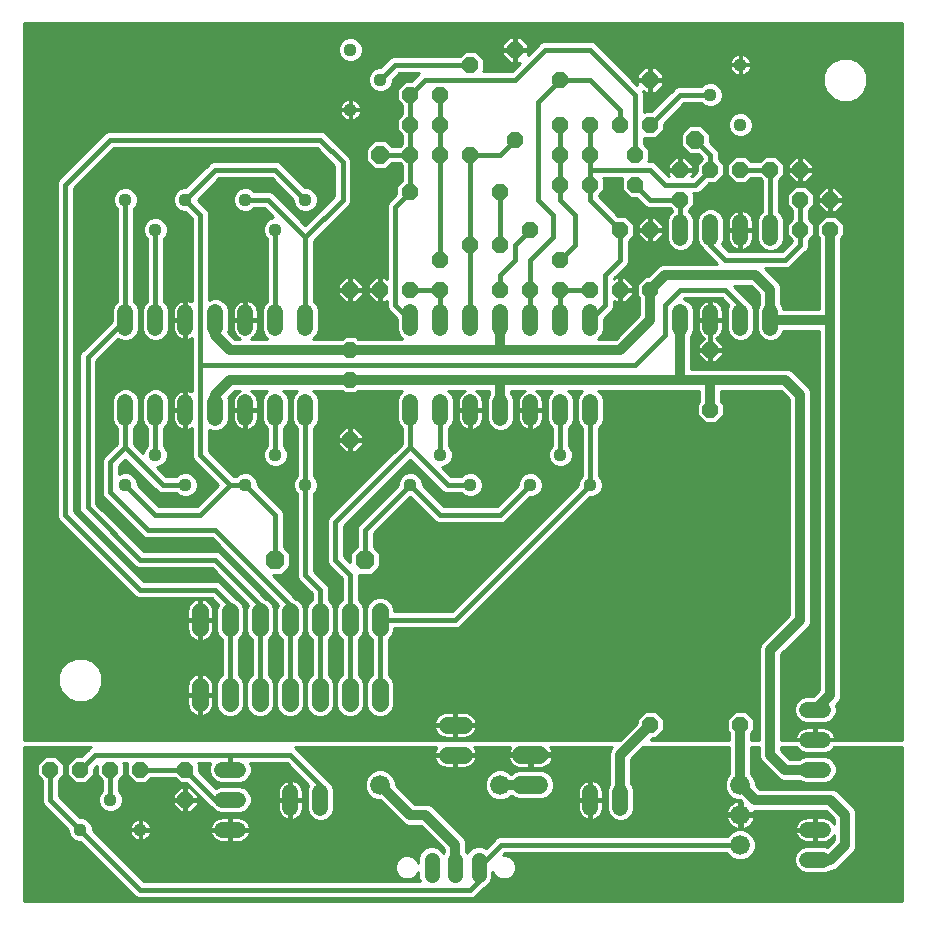
<source format=gbl>
G75*
G70*
%OFA0B0*%
%FSLAX24Y24*%
%IPPOS*%
%LPD*%
%AMOC8*
5,1,8,0,0,1.08239X$1,22.5*
%
%ADD10OC8,0.0520*%
%ADD11OC8,0.0560*%
%ADD12C,0.0520*%
%ADD13C,0.0440*%
%ADD14C,0.0660*%
%ADD15C,0.0600*%
%ADD16OC8,0.0630*%
%ADD17C,0.0560*%
%ADD18C,0.0515*%
%ADD19OC8,0.0600*%
%ADD20C,0.0320*%
%ADD21C,0.0100*%
%ADD22C,0.0160*%
D10*
X005831Y007180D03*
X006831Y007180D03*
X007831Y007180D03*
X008831Y007180D03*
X010331Y007180D03*
X010331Y006180D03*
X015831Y018180D03*
X015831Y020180D03*
X015831Y021180D03*
X015831Y023180D03*
X016831Y023180D03*
X017831Y023180D03*
X018831Y023180D03*
X018831Y024180D03*
X019831Y024680D03*
X020831Y024680D03*
X020831Y023180D03*
X021831Y023180D03*
X022831Y023180D03*
X023831Y023180D03*
X024831Y023180D03*
X025831Y023180D03*
X025831Y025180D03*
X026831Y026180D03*
X026831Y027180D03*
X027831Y027180D03*
X028831Y027180D03*
X029831Y027180D03*
X030831Y027180D03*
X030831Y026180D03*
X030831Y025180D03*
X031831Y025180D03*
X031831Y026180D03*
X027831Y021180D03*
X027831Y019180D03*
X022831Y024180D03*
X022831Y026680D03*
X022831Y027680D03*
X023831Y027680D03*
X023831Y026680D03*
X025331Y026680D03*
X025331Y027680D03*
X025831Y028680D03*
X024831Y028680D03*
X023831Y028680D03*
X022831Y028680D03*
X019831Y027680D03*
X018831Y027680D03*
X018831Y028680D03*
X018831Y029680D03*
X017831Y029680D03*
X017831Y028680D03*
X017831Y027680D03*
X019831Y030680D03*
X025831Y008680D03*
X028831Y008680D03*
D11*
X024831Y025180D03*
X021831Y025180D03*
X020831Y026430D03*
X021331Y028180D03*
X022831Y030180D03*
X021331Y031180D03*
X025831Y030180D03*
X017831Y026430D03*
D12*
X017831Y022440D02*
X017831Y021920D01*
X018831Y021920D02*
X018831Y022440D01*
X019831Y022440D02*
X019831Y021920D01*
X020831Y021920D02*
X020831Y022440D01*
X021831Y022440D02*
X021831Y021920D01*
X022831Y021920D02*
X022831Y022440D01*
X023831Y022440D02*
X023831Y021920D01*
X023831Y019440D02*
X023831Y018920D01*
X022831Y018920D02*
X022831Y019440D01*
X021831Y019440D02*
X021831Y018920D01*
X020831Y018920D02*
X020831Y019440D01*
X019831Y019440D02*
X019831Y018920D01*
X018831Y018920D02*
X018831Y019440D01*
X017831Y019440D02*
X017831Y018920D01*
X014331Y018920D02*
X014331Y019440D01*
X013331Y019440D02*
X013331Y018920D01*
X012331Y018920D02*
X012331Y019440D01*
X011331Y019440D02*
X011331Y018920D01*
X010331Y018920D02*
X010331Y019440D01*
X009331Y019440D02*
X009331Y018920D01*
X008331Y018920D02*
X008331Y019440D01*
X008331Y021920D02*
X008331Y022440D01*
X009331Y022440D02*
X009331Y021920D01*
X010331Y021920D02*
X010331Y022440D01*
X011331Y022440D02*
X011331Y021920D01*
X012331Y021920D02*
X012331Y022440D01*
X013331Y022440D02*
X013331Y021920D01*
X014331Y021920D02*
X014331Y022440D01*
X026831Y022440D02*
X026831Y021920D01*
X027831Y021920D02*
X027831Y022440D01*
X028831Y022440D02*
X028831Y021920D01*
X029831Y021920D02*
X029831Y022440D01*
X029831Y024920D02*
X029831Y025440D01*
X028831Y025440D02*
X028831Y024920D01*
X027831Y024920D02*
X027831Y025440D01*
X026831Y025440D02*
X026831Y024920D01*
X031071Y009180D02*
X031591Y009180D01*
X031591Y008180D02*
X031071Y008180D01*
X031071Y007180D02*
X031591Y007180D01*
X031591Y005180D02*
X031071Y005180D01*
X031071Y004180D02*
X031591Y004180D01*
X024831Y005920D02*
X024831Y006440D01*
X023831Y006440D02*
X023831Y005920D01*
X014831Y005920D02*
X014831Y006440D01*
X013831Y006440D02*
X013831Y005920D01*
X012091Y006180D02*
X011571Y006180D01*
X011571Y005180D02*
X012091Y005180D01*
X012091Y007180D02*
X011571Y007180D01*
D13*
X008831Y005180D03*
X007831Y006180D03*
X006831Y005180D03*
X008331Y016680D03*
X009331Y017680D03*
X010331Y016680D03*
X012331Y016680D03*
X013331Y017680D03*
X014331Y016680D03*
X017831Y016680D03*
X018831Y017680D03*
X019831Y016680D03*
X021831Y016680D03*
X022831Y017680D03*
X023831Y016680D03*
X014331Y026180D03*
X013331Y025180D03*
X012331Y026180D03*
X010331Y026180D03*
X009331Y025180D03*
X008331Y026180D03*
X015831Y029180D03*
X016831Y030180D03*
X015831Y031180D03*
X027831Y029680D03*
X028831Y028680D03*
X028831Y030680D03*
D14*
X028831Y006680D03*
X028831Y005680D03*
X028831Y004680D03*
X020831Y006680D03*
X016831Y006680D03*
D15*
X021531Y006680D02*
X022131Y006680D01*
X022131Y007680D02*
X021531Y007680D01*
D16*
X016331Y014180D03*
X013331Y014180D03*
D17*
X013831Y012460D02*
X013831Y011900D01*
X014831Y011900D02*
X014831Y012460D01*
X015831Y012460D02*
X015831Y011900D01*
X016831Y011900D02*
X016831Y012460D01*
X016831Y009960D02*
X016831Y009400D01*
X015831Y009400D02*
X015831Y009960D01*
X014831Y009960D02*
X014831Y009400D01*
X013831Y009400D02*
X013831Y009960D01*
X012831Y009960D02*
X012831Y009400D01*
X011831Y009400D02*
X011831Y009960D01*
X010831Y009960D02*
X010831Y009400D01*
X010831Y011900D02*
X010831Y012460D01*
X011831Y012460D02*
X011831Y011900D01*
X012831Y011900D02*
X012831Y012460D01*
X019051Y008680D02*
X019611Y008680D01*
X019611Y007680D02*
X019051Y007680D01*
D18*
X019331Y004187D02*
X019331Y003673D01*
X020118Y003673D02*
X020118Y004187D01*
X018544Y004187D02*
X018544Y003673D01*
D19*
X016831Y027680D03*
X027331Y028180D03*
D20*
X026331Y023680D02*
X029331Y023680D01*
X029831Y023180D01*
X029831Y022180D01*
X031831Y022180D01*
X031831Y025180D01*
X029831Y022680D02*
X029831Y022180D01*
X030331Y020180D02*
X027831Y020180D01*
X027831Y019180D01*
X027831Y020180D02*
X026831Y020180D01*
X020831Y020180D01*
X020831Y019180D01*
X020831Y020180D02*
X015831Y020180D01*
X011831Y020180D01*
X011331Y019680D01*
X011331Y019180D01*
X011831Y021180D02*
X015831Y021180D01*
X020831Y021180D01*
X020831Y022180D01*
X020831Y021180D02*
X024831Y021180D01*
X025831Y022180D01*
X025831Y023180D01*
X026331Y023680D01*
X026831Y022180D02*
X026831Y020180D01*
X030331Y020180D02*
X030831Y019680D01*
X030831Y012180D01*
X029831Y011180D01*
X029831Y007680D01*
X030331Y007180D01*
X031331Y007180D01*
X031831Y006180D02*
X029331Y006180D01*
X028831Y006680D01*
X028831Y008680D01*
X031331Y009180D02*
X031831Y009680D01*
X031831Y022180D01*
X025831Y008680D02*
X024831Y007680D01*
X024831Y006180D01*
X022331Y007680D02*
X021831Y007680D01*
X021831Y006680D02*
X020831Y006680D01*
X019331Y004680D02*
X019331Y003930D01*
X019331Y004680D02*
X018331Y005680D01*
X017831Y005680D01*
X016831Y006680D01*
X011831Y021180D02*
X011331Y021680D01*
X011331Y022180D01*
X031331Y004180D02*
X031831Y004180D01*
X032331Y004680D01*
X032331Y005680D01*
X031831Y006180D01*
D21*
X004941Y007930D02*
X004941Y002790D01*
X034221Y002790D01*
X034221Y007930D01*
X031974Y007930D01*
X031972Y007925D01*
X031846Y007799D01*
X031680Y007730D01*
X030981Y007730D01*
X030816Y007799D01*
X030689Y007925D01*
X030687Y007930D01*
X030201Y007930D01*
X030201Y007833D01*
X030484Y007550D01*
X030805Y007550D01*
X030816Y007561D01*
X030981Y007630D01*
X031680Y007630D01*
X031846Y007561D01*
X031972Y007435D01*
X032041Y007270D01*
X032041Y007090D01*
X031972Y006925D01*
X031846Y006799D01*
X031680Y006730D01*
X030981Y006730D01*
X030816Y006799D01*
X030805Y006810D01*
X030257Y006810D01*
X030121Y006866D01*
X029621Y007366D01*
X029517Y007470D01*
X029461Y007606D01*
X029461Y007930D01*
X029201Y007930D01*
X029201Y007045D01*
X029272Y006975D01*
X029351Y006783D01*
X029351Y006683D01*
X029484Y006550D01*
X031905Y006550D01*
X032041Y006494D01*
X032145Y006390D01*
X032145Y006390D01*
X032541Y005994D01*
X032645Y005890D01*
X032701Y005754D01*
X032701Y004606D01*
X032645Y004470D01*
X032145Y003970D01*
X032041Y003866D01*
X031905Y003810D01*
X031857Y003810D01*
X031846Y003799D01*
X031680Y003730D01*
X030981Y003730D01*
X030816Y003799D01*
X030689Y003925D01*
X030621Y004090D01*
X030621Y004270D01*
X030689Y004435D01*
X030816Y004561D01*
X030981Y004630D01*
X031680Y004630D01*
X031735Y004607D01*
X031961Y004833D01*
X031961Y005003D01*
X031942Y004965D01*
X031904Y004913D01*
X031858Y004867D01*
X031806Y004829D01*
X031748Y004800D01*
X031687Y004780D01*
X031623Y004770D01*
X031361Y004770D01*
X031361Y005150D01*
X031301Y005150D01*
X031301Y004770D01*
X031039Y004770D01*
X030975Y004780D01*
X030914Y004800D01*
X030856Y004829D01*
X030804Y004867D01*
X030758Y004913D01*
X030720Y004965D01*
X030691Y005023D01*
X030671Y005084D01*
X030661Y005148D01*
X030661Y005150D01*
X031301Y005150D01*
X031301Y005210D01*
X031301Y005590D01*
X031039Y005590D01*
X030975Y005580D01*
X030914Y005560D01*
X030856Y005531D01*
X030804Y005493D01*
X030758Y005447D01*
X030720Y005395D01*
X030691Y005337D01*
X030671Y005276D01*
X030661Y005212D01*
X030661Y005210D01*
X031301Y005210D01*
X031361Y005210D01*
X031361Y005590D01*
X031623Y005590D01*
X031687Y005580D01*
X031748Y005560D01*
X031806Y005531D01*
X031858Y005493D01*
X031904Y005447D01*
X031942Y005395D01*
X031961Y005357D01*
X031961Y005527D01*
X031678Y005810D01*
X029293Y005810D01*
X029299Y005792D01*
X029309Y005728D01*
X028879Y005728D01*
X028879Y005632D01*
X028879Y005202D01*
X028943Y005212D01*
X029015Y005235D01*
X029083Y005269D01*
X029144Y005314D01*
X029197Y005367D01*
X029242Y005428D01*
X029276Y005496D01*
X029299Y005568D01*
X029309Y005632D01*
X028879Y005632D01*
X028783Y005632D01*
X028783Y005202D01*
X028719Y005212D01*
X028647Y005235D01*
X028579Y005269D01*
X028518Y005314D01*
X028465Y005367D01*
X028420Y005428D01*
X028386Y005496D01*
X028363Y005568D01*
X028353Y005632D01*
X028783Y005632D01*
X028783Y005728D01*
X028353Y005728D01*
X028363Y005792D01*
X028386Y005864D01*
X028420Y005932D01*
X028465Y005993D01*
X028518Y006046D01*
X028579Y006091D01*
X028647Y006125D01*
X028719Y006148D01*
X028783Y006158D01*
X028783Y005728D01*
X028879Y005728D01*
X028879Y006108D01*
X028828Y006160D01*
X028728Y006160D01*
X028536Y006239D01*
X028390Y006385D01*
X028311Y006577D01*
X028311Y006783D01*
X028390Y006975D01*
X028461Y007045D01*
X028461Y007930D01*
X025604Y007930D01*
X025201Y007527D01*
X025201Y006706D01*
X025212Y006695D01*
X025281Y006530D01*
X025281Y005830D01*
X025212Y005665D01*
X025086Y005539D01*
X024920Y005470D01*
X024741Y005470D01*
X024576Y005539D01*
X024449Y005665D01*
X024381Y005830D01*
X024381Y006530D01*
X024449Y006695D01*
X024461Y006706D01*
X024461Y007754D01*
X024517Y007890D01*
X024558Y007930D01*
X022506Y007930D01*
X022516Y007916D01*
X022548Y007853D01*
X022570Y007785D01*
X022579Y007730D01*
X021881Y007730D01*
X021881Y007630D01*
X022579Y007630D01*
X022570Y007575D01*
X022548Y007507D01*
X022516Y007444D01*
X022474Y007387D01*
X022424Y007337D01*
X022367Y007295D01*
X022304Y007263D01*
X022236Y007241D01*
X022166Y007230D01*
X021881Y007230D01*
X021881Y007630D01*
X021781Y007630D01*
X021781Y007230D01*
X021496Y007230D01*
X021426Y007241D01*
X021358Y007263D01*
X021295Y007295D01*
X021238Y007337D01*
X021188Y007387D01*
X021146Y007444D01*
X021114Y007507D01*
X021092Y007575D01*
X021083Y007630D01*
X021781Y007630D01*
X021781Y007730D01*
X021083Y007730D01*
X021092Y007785D01*
X021114Y007853D01*
X021146Y007916D01*
X021156Y007930D01*
X019961Y007930D01*
X019979Y007905D01*
X020009Y007845D01*
X020030Y007781D01*
X020040Y007720D01*
X019371Y007720D01*
X019371Y007640D01*
X020040Y007640D01*
X020030Y007579D01*
X020009Y007515D01*
X019979Y007455D01*
X019939Y007400D01*
X019891Y007352D01*
X019836Y007312D01*
X019776Y007282D01*
X019712Y007261D01*
X019645Y007250D01*
X019371Y007250D01*
X019371Y007640D01*
X019291Y007640D01*
X019291Y007250D01*
X019017Y007250D01*
X018950Y007261D01*
X018886Y007282D01*
X018826Y007312D01*
X018771Y007352D01*
X018723Y007400D01*
X018683Y007455D01*
X018652Y007515D01*
X018632Y007579D01*
X018622Y007640D01*
X019291Y007640D01*
X019291Y007720D01*
X018622Y007720D01*
X018632Y007781D01*
X018652Y007845D01*
X018683Y007905D01*
X018701Y007930D01*
X013985Y007930D01*
X013995Y007926D01*
X015077Y006844D01*
X015087Y006821D01*
X015212Y006695D01*
X015281Y006530D01*
X015281Y005830D01*
X015212Y005665D01*
X015086Y005539D01*
X014920Y005470D01*
X014741Y005470D01*
X014576Y005539D01*
X014449Y005665D01*
X014381Y005830D01*
X014381Y006530D01*
X014437Y006664D01*
X013711Y007390D01*
X012491Y007390D01*
X012541Y007270D01*
X012541Y007090D01*
X012472Y006925D01*
X012346Y006799D01*
X012180Y006730D01*
X011481Y006730D01*
X011316Y006799D01*
X011189Y006925D01*
X011121Y007090D01*
X011121Y007270D01*
X011171Y007390D01*
X010757Y007390D01*
X010781Y007366D01*
X010781Y007140D01*
X011347Y006574D01*
X011481Y006630D01*
X012180Y006630D01*
X012346Y006561D01*
X012472Y006435D01*
X012541Y006270D01*
X012541Y006090D01*
X012472Y005925D01*
X012346Y005799D01*
X012180Y005730D01*
X011481Y005730D01*
X011316Y005799D01*
X011190Y005924D01*
X011167Y005934D01*
X011085Y006016D01*
X010371Y006730D01*
X010145Y006730D01*
X009985Y006890D01*
X009177Y006890D01*
X009017Y006730D01*
X008645Y006730D01*
X008381Y006994D01*
X008381Y007366D01*
X008405Y007390D01*
X008257Y007390D01*
X008281Y007366D01*
X008281Y006994D01*
X008121Y006834D01*
X008121Y006470D01*
X008179Y006412D01*
X008241Y006262D01*
X008241Y006098D01*
X008179Y005948D01*
X008063Y005832D01*
X007913Y005770D01*
X007749Y005770D01*
X007599Y005832D01*
X007483Y005948D01*
X007421Y006098D01*
X007421Y006262D01*
X007483Y006412D01*
X007541Y006470D01*
X007541Y006834D01*
X007381Y006994D01*
X007381Y007320D01*
X007281Y007220D01*
X007281Y006994D01*
X007017Y006730D01*
X006645Y006730D01*
X006381Y006994D01*
X006381Y007366D01*
X006645Y007630D01*
X006871Y007630D01*
X007085Y007844D01*
X007167Y007926D01*
X007177Y007930D01*
X004941Y007930D01*
X004941Y007901D02*
X007141Y007901D01*
X007043Y007802D02*
X004941Y007802D01*
X004941Y007704D02*
X006944Y007704D01*
X006620Y007605D02*
X006042Y007605D01*
X006017Y007630D02*
X005645Y007630D01*
X005381Y007366D01*
X005381Y006994D01*
X005541Y006834D01*
X005541Y006122D01*
X005585Y006016D01*
X005667Y005934D01*
X006421Y005180D01*
X006421Y005098D01*
X006483Y004948D01*
X006599Y004832D01*
X006749Y004770D01*
X006831Y004770D01*
X008585Y003016D01*
X008585Y003016D01*
X008667Y002934D01*
X008773Y002890D01*
X019889Y002890D01*
X019995Y002934D01*
X020283Y003222D01*
X020342Y003281D01*
X020372Y003293D01*
X020498Y003419D01*
X020566Y003584D01*
X020566Y003787D01*
X020602Y003700D01*
X020716Y003586D01*
X020865Y003525D01*
X021026Y003525D01*
X021175Y003586D01*
X021289Y003700D01*
X021350Y003849D01*
X021350Y004011D01*
X021289Y004160D01*
X021175Y004274D01*
X021026Y004335D01*
X020934Y004335D01*
X020988Y004390D01*
X028388Y004390D01*
X028390Y004385D01*
X028536Y004239D01*
X028728Y004160D01*
X028934Y004160D01*
X029126Y004239D01*
X029272Y004385D01*
X029351Y004577D01*
X029351Y004783D01*
X029272Y004975D01*
X029126Y005121D01*
X028934Y005200D01*
X028728Y005200D01*
X028536Y005121D01*
X028390Y004975D01*
X028388Y004970D01*
X020811Y004970D01*
X020704Y004926D01*
X020623Y004844D01*
X020353Y004575D01*
X020207Y004635D01*
X020029Y004635D01*
X019865Y004567D01*
X019739Y004441D01*
X019725Y004406D01*
X019710Y004441D01*
X019701Y004450D01*
X019701Y004754D01*
X019645Y004890D01*
X019541Y004994D01*
X018541Y005994D01*
X018405Y006050D01*
X017984Y006050D01*
X017351Y006683D01*
X017351Y006783D01*
X017272Y006975D01*
X017126Y007121D01*
X016934Y007200D01*
X016728Y007200D01*
X016536Y007121D01*
X016390Y006975D01*
X016311Y006783D01*
X016311Y006577D01*
X016390Y006385D01*
X016536Y006239D01*
X016728Y006160D01*
X016828Y006160D01*
X017517Y005470D01*
X017621Y005366D01*
X017757Y005310D01*
X018178Y005310D01*
X018961Y004527D01*
X018961Y004450D01*
X018952Y004441D01*
X018937Y004406D01*
X018923Y004441D01*
X018797Y004567D01*
X018633Y004635D01*
X018455Y004635D01*
X018290Y004567D01*
X018164Y004441D01*
X018096Y004276D01*
X018096Y004073D01*
X018060Y004160D01*
X017946Y004274D01*
X017797Y004335D01*
X017636Y004335D01*
X017487Y004274D01*
X017373Y004160D01*
X017312Y004011D01*
X017312Y003849D01*
X017373Y003700D01*
X017487Y003586D01*
X017636Y003525D01*
X017797Y003525D01*
X017946Y003586D01*
X018060Y003700D01*
X018096Y003787D01*
X018096Y003584D01*
X018143Y003470D01*
X008951Y003470D01*
X007241Y005180D01*
X007241Y005262D01*
X007179Y005412D01*
X007063Y005528D01*
X006913Y005590D01*
X006831Y005590D01*
X006121Y006300D01*
X006121Y006834D01*
X006281Y006994D01*
X006281Y007366D01*
X006017Y007630D01*
X006141Y007507D02*
X006521Y007507D01*
X006423Y007408D02*
X006239Y007408D01*
X006281Y007310D02*
X006381Y007310D01*
X006381Y007211D02*
X006281Y007211D01*
X006281Y007113D02*
X006381Y007113D01*
X006381Y007014D02*
X006281Y007014D01*
X006203Y006916D02*
X006459Y006916D01*
X006558Y006817D02*
X006121Y006817D01*
X006121Y006719D02*
X007541Y006719D01*
X007541Y006817D02*
X007104Y006817D01*
X007203Y006916D02*
X007459Y006916D01*
X007381Y007014D02*
X007281Y007014D01*
X007281Y007113D02*
X007381Y007113D01*
X007381Y007211D02*
X007281Y007211D01*
X007371Y007310D02*
X007381Y007310D01*
X007541Y006620D02*
X006121Y006620D01*
X006121Y006522D02*
X007541Y006522D01*
X007494Y006423D02*
X006121Y006423D01*
X006121Y006325D02*
X007447Y006325D01*
X007421Y006226D02*
X006195Y006226D01*
X006294Y006128D02*
X007421Y006128D01*
X007450Y006029D02*
X006392Y006029D01*
X006491Y005931D02*
X007501Y005931D01*
X007600Y005832D02*
X006589Y005832D01*
X006688Y005734D02*
X011473Y005734D01*
X011475Y005580D02*
X011414Y005560D01*
X011356Y005531D01*
X011304Y005493D01*
X011258Y005447D01*
X011220Y005395D01*
X011191Y005337D01*
X011171Y005276D01*
X011161Y005212D01*
X011161Y005210D01*
X011801Y005210D01*
X011801Y005590D01*
X011539Y005590D01*
X011475Y005580D01*
X011368Y005537D02*
X008935Y005537D01*
X008939Y005536D02*
X008867Y005550D01*
X008841Y005550D01*
X008841Y005190D01*
X009201Y005190D01*
X009201Y005216D01*
X009187Y005288D01*
X009159Y005355D01*
X009118Y005416D01*
X009067Y005467D01*
X009006Y005508D01*
X008939Y005536D01*
X008841Y005537D02*
X008821Y005537D01*
X008821Y005550D02*
X008795Y005550D01*
X008723Y005536D01*
X008656Y005508D01*
X008595Y005467D01*
X008544Y005416D01*
X008503Y005355D01*
X008475Y005288D01*
X008461Y005216D01*
X008461Y005190D01*
X008821Y005190D01*
X008821Y005550D01*
X008727Y005537D02*
X007042Y005537D01*
X007153Y005438D02*
X008566Y005438D01*
X008497Y005340D02*
X007209Y005340D01*
X007241Y005241D02*
X008466Y005241D01*
X008461Y005170D02*
X008461Y005144D01*
X008475Y005072D01*
X008503Y005005D01*
X008544Y004944D01*
X008595Y004893D01*
X008656Y004852D01*
X008723Y004824D01*
X008795Y004810D01*
X008821Y004810D01*
X008821Y005170D01*
X008841Y005170D01*
X008841Y005190D01*
X008821Y005190D01*
X008821Y005170D01*
X008461Y005170D01*
X008461Y005143D02*
X007279Y005143D01*
X007377Y005044D02*
X008487Y005044D01*
X008543Y004946D02*
X007476Y004946D01*
X007574Y004847D02*
X008668Y004847D01*
X008821Y004847D02*
X008841Y004847D01*
X008841Y004810D02*
X008841Y005170D01*
X009201Y005170D01*
X009201Y005144D01*
X009187Y005072D01*
X009159Y005005D01*
X009118Y004944D01*
X009067Y004893D01*
X009006Y004852D01*
X008939Y004824D01*
X008867Y004810D01*
X008841Y004810D01*
X008841Y004946D02*
X008821Y004946D01*
X008821Y005044D02*
X008841Y005044D01*
X008841Y005143D02*
X008821Y005143D01*
X008821Y005241D02*
X008841Y005241D01*
X008841Y005340D02*
X008821Y005340D01*
X008821Y005438D02*
X008841Y005438D01*
X009096Y005438D02*
X011252Y005438D01*
X011192Y005340D02*
X009165Y005340D01*
X009196Y005241D02*
X011166Y005241D01*
X011161Y005150D02*
X011161Y005148D01*
X011171Y005084D01*
X011191Y005023D01*
X011220Y004965D01*
X011258Y004913D01*
X011304Y004867D01*
X011356Y004829D01*
X011414Y004800D01*
X011475Y004780D01*
X011539Y004770D01*
X011801Y004770D01*
X011801Y005150D01*
X011861Y005150D01*
X011861Y005210D01*
X012501Y005210D01*
X012501Y005212D01*
X012491Y005276D01*
X012471Y005337D01*
X012442Y005395D01*
X012404Y005447D01*
X012358Y005493D01*
X012306Y005531D01*
X012248Y005560D01*
X012187Y005580D01*
X012123Y005590D01*
X011861Y005590D01*
X011861Y005210D01*
X011801Y005210D01*
X011801Y005150D01*
X011161Y005150D01*
X011162Y005143D02*
X009201Y005143D01*
X009175Y005044D02*
X011184Y005044D01*
X011235Y004946D02*
X009119Y004946D01*
X008994Y004847D02*
X011332Y004847D01*
X011801Y004847D02*
X011861Y004847D01*
X011861Y004770D02*
X011861Y005150D01*
X012501Y005150D01*
X012501Y005148D01*
X012491Y005084D01*
X012471Y005023D01*
X012442Y004965D01*
X012404Y004913D01*
X012358Y004867D01*
X012306Y004829D01*
X012248Y004800D01*
X012187Y004780D01*
X012123Y004770D01*
X011861Y004770D01*
X011861Y004946D02*
X011801Y004946D01*
X011801Y005044D02*
X011861Y005044D01*
X011861Y005143D02*
X011801Y005143D01*
X011801Y005241D02*
X011861Y005241D01*
X011861Y005340D02*
X011801Y005340D01*
X011801Y005438D02*
X011861Y005438D01*
X011861Y005537D02*
X011801Y005537D01*
X012189Y005734D02*
X013466Y005734D01*
X013480Y005705D02*
X013518Y005653D01*
X013564Y005607D01*
X013616Y005569D01*
X013674Y005540D01*
X013735Y005520D01*
X013799Y005510D01*
X013801Y005510D01*
X013801Y006150D01*
X013861Y006150D01*
X013861Y006210D01*
X014241Y006210D01*
X014241Y006472D01*
X014231Y006536D01*
X014211Y006597D01*
X014182Y006655D01*
X014144Y006707D01*
X014098Y006753D01*
X014046Y006791D01*
X013988Y006820D01*
X013927Y006840D01*
X013863Y006850D01*
X013861Y006850D01*
X013861Y006210D01*
X013801Y006210D01*
X013801Y006850D01*
X013799Y006850D01*
X013735Y006840D01*
X013674Y006820D01*
X013616Y006791D01*
X013564Y006753D01*
X013518Y006707D01*
X013480Y006655D01*
X013451Y006597D01*
X013431Y006536D01*
X013421Y006472D01*
X013421Y006210D01*
X013801Y006210D01*
X013801Y006150D01*
X013421Y006150D01*
X013421Y005888D01*
X013431Y005824D01*
X013451Y005763D01*
X013480Y005705D01*
X013536Y005635D02*
X006786Y005635D01*
X006360Y005241D02*
X004941Y005241D01*
X004941Y005143D02*
X006421Y005143D01*
X006444Y005044D02*
X004941Y005044D01*
X004941Y004946D02*
X006486Y004946D01*
X006584Y004847D02*
X004941Y004847D01*
X004941Y004749D02*
X006852Y004749D01*
X006951Y004650D02*
X004941Y004650D01*
X004941Y004552D02*
X007049Y004552D01*
X007148Y004453D02*
X004941Y004453D01*
X004941Y004355D02*
X007246Y004355D01*
X007345Y004256D02*
X004941Y004256D01*
X004941Y004158D02*
X007443Y004158D01*
X007542Y004059D02*
X004941Y004059D01*
X004941Y003961D02*
X007640Y003961D01*
X007739Y003862D02*
X004941Y003862D01*
X004941Y003764D02*
X007837Y003764D01*
X007936Y003665D02*
X004941Y003665D01*
X004941Y003567D02*
X008034Y003567D01*
X008133Y003468D02*
X004941Y003468D01*
X004941Y003370D02*
X008231Y003370D01*
X008330Y003271D02*
X004941Y003271D01*
X004941Y003173D02*
X008428Y003173D01*
X008527Y003074D02*
X004941Y003074D01*
X004941Y002976D02*
X008625Y002976D01*
X008855Y003567D02*
X017535Y003567D01*
X017409Y003665D02*
X008756Y003665D01*
X008658Y003764D02*
X017347Y003764D01*
X017312Y003862D02*
X008559Y003862D01*
X008461Y003961D02*
X017312Y003961D01*
X017332Y004059D02*
X008362Y004059D01*
X008264Y004158D02*
X017372Y004158D01*
X017470Y004256D02*
X008165Y004256D01*
X008067Y004355D02*
X018128Y004355D01*
X018096Y004256D02*
X017964Y004256D01*
X018061Y004158D02*
X018096Y004158D01*
X018176Y004453D02*
X007968Y004453D01*
X007870Y004552D02*
X018275Y004552D01*
X018641Y004847D02*
X012330Y004847D01*
X012427Y004946D02*
X018542Y004946D01*
X018444Y005044D02*
X012478Y005044D01*
X012500Y005143D02*
X018345Y005143D01*
X018247Y005241D02*
X012496Y005241D01*
X012470Y005340D02*
X017686Y005340D01*
X017550Y005438D02*
X012410Y005438D01*
X012294Y005537D02*
X013684Y005537D01*
X013801Y005537D02*
X013861Y005537D01*
X013861Y005510D02*
X013863Y005510D01*
X013927Y005520D01*
X013988Y005540D01*
X014046Y005569D01*
X014098Y005607D01*
X014144Y005653D01*
X014182Y005705D01*
X014211Y005763D01*
X014231Y005824D01*
X014241Y005888D01*
X014241Y006150D01*
X013861Y006150D01*
X013861Y005510D01*
X013977Y005537D02*
X014581Y005537D01*
X014480Y005635D02*
X014126Y005635D01*
X014196Y005734D02*
X014421Y005734D01*
X014381Y005832D02*
X014232Y005832D01*
X014241Y005931D02*
X014381Y005931D01*
X014381Y006029D02*
X014241Y006029D01*
X014241Y006128D02*
X014381Y006128D01*
X014381Y006226D02*
X014241Y006226D01*
X014241Y006325D02*
X014381Y006325D01*
X014381Y006423D02*
X014241Y006423D01*
X014233Y006522D02*
X014381Y006522D01*
X014418Y006620D02*
X014199Y006620D01*
X014132Y006719D02*
X014382Y006719D01*
X014284Y006817D02*
X013994Y006817D01*
X013861Y006817D02*
X013801Y006817D01*
X013801Y006719D02*
X013861Y006719D01*
X013861Y006620D02*
X013801Y006620D01*
X013801Y006522D02*
X013861Y006522D01*
X013861Y006423D02*
X013801Y006423D01*
X013801Y006325D02*
X013861Y006325D01*
X013861Y006226D02*
X013801Y006226D01*
X013801Y006128D02*
X013861Y006128D01*
X013861Y006029D02*
X013801Y006029D01*
X013801Y005931D02*
X013861Y005931D01*
X013861Y005832D02*
X013801Y005832D01*
X013801Y005734D02*
X013861Y005734D01*
X013861Y005635D02*
X013801Y005635D01*
X013430Y005832D02*
X012379Y005832D01*
X012475Y005931D02*
X013421Y005931D01*
X013421Y006029D02*
X012516Y006029D01*
X012541Y006128D02*
X013421Y006128D01*
X013421Y006226D02*
X012541Y006226D01*
X012518Y006325D02*
X013421Y006325D01*
X013421Y006423D02*
X012477Y006423D01*
X012386Y006522D02*
X013429Y006522D01*
X013463Y006620D02*
X012205Y006620D01*
X012364Y006817D02*
X013668Y006817D01*
X013530Y006719D02*
X011203Y006719D01*
X011298Y006817D02*
X011104Y006817D01*
X011199Y006916D02*
X011006Y006916D01*
X010907Y007014D02*
X011153Y007014D01*
X011121Y007113D02*
X010809Y007113D01*
X010781Y007211D02*
X011121Y007211D01*
X011138Y007310D02*
X010781Y007310D01*
X010382Y006719D02*
X008121Y006719D01*
X008121Y006817D02*
X008558Y006817D01*
X008459Y006916D02*
X008203Y006916D01*
X008281Y007014D02*
X008381Y007014D01*
X008381Y007113D02*
X008281Y007113D01*
X008281Y007211D02*
X008381Y007211D01*
X008381Y007310D02*
X008281Y007310D01*
X008121Y006620D02*
X010481Y006620D01*
X010501Y006590D02*
X010361Y006590D01*
X010361Y006210D01*
X010741Y006210D01*
X010741Y006350D01*
X010501Y006590D01*
X010569Y006522D02*
X010579Y006522D01*
X010668Y006423D02*
X010678Y006423D01*
X010741Y006325D02*
X010776Y006325D01*
X010741Y006226D02*
X010875Y006226D01*
X010973Y006128D02*
X010741Y006128D01*
X010741Y006150D02*
X010361Y006150D01*
X010361Y006210D01*
X010301Y006210D01*
X010301Y006590D01*
X010161Y006590D01*
X009921Y006350D01*
X009921Y006210D01*
X010301Y006210D01*
X010301Y006150D01*
X010361Y006150D01*
X010361Y005770D01*
X010501Y005770D01*
X010741Y006010D01*
X010741Y006150D01*
X010741Y006029D02*
X011072Y006029D01*
X011175Y005931D02*
X010661Y005931D01*
X010563Y005832D02*
X011283Y005832D01*
X011301Y006620D02*
X011457Y006620D01*
X012463Y006916D02*
X014185Y006916D01*
X014087Y007014D02*
X012509Y007014D01*
X012541Y007113D02*
X013988Y007113D01*
X013890Y007211D02*
X012541Y007211D01*
X012524Y007310D02*
X013791Y007310D01*
X014218Y007704D02*
X019291Y007704D01*
X019371Y007704D02*
X021781Y007704D01*
X021781Y007605D02*
X021881Y007605D01*
X021881Y007507D02*
X021781Y007507D01*
X021781Y007408D02*
X021881Y007408D01*
X021881Y007310D02*
X021781Y007310D01*
X021434Y007170D02*
X021253Y007095D01*
X021208Y007050D01*
X021196Y007050D01*
X021126Y007121D01*
X020934Y007200D01*
X020728Y007200D01*
X020536Y007121D01*
X020390Y006975D01*
X020311Y006783D01*
X020311Y006577D01*
X020390Y006385D01*
X020536Y006239D01*
X020728Y006160D01*
X020934Y006160D01*
X021126Y006239D01*
X021196Y006310D01*
X021208Y006310D01*
X021253Y006265D01*
X021434Y006190D01*
X022228Y006190D01*
X022409Y006265D01*
X022546Y006402D01*
X022621Y006583D01*
X022621Y006777D01*
X022546Y006958D01*
X022409Y007095D01*
X022228Y007170D01*
X021434Y007170D01*
X021295Y007113D02*
X021134Y007113D01*
X021275Y007310D02*
X019831Y007310D01*
X019945Y007408D02*
X021172Y007408D01*
X021114Y007507D02*
X020005Y007507D01*
X020034Y007605D02*
X021087Y007605D01*
X021097Y007802D02*
X020023Y007802D01*
X019981Y007901D02*
X021138Y007901D01*
X021881Y007704D02*
X024461Y007704D01*
X024461Y007605D02*
X022575Y007605D01*
X022548Y007507D02*
X024461Y007507D01*
X024461Y007408D02*
X022490Y007408D01*
X022387Y007310D02*
X024461Y007310D01*
X024461Y007211D02*
X014710Y007211D01*
X014612Y007310D02*
X018831Y007310D01*
X018717Y007408D02*
X014513Y007408D01*
X014415Y007507D02*
X018657Y007507D01*
X018627Y007605D02*
X014316Y007605D01*
X014119Y007802D02*
X018638Y007802D01*
X018681Y007901D02*
X014021Y007901D01*
X014809Y007113D02*
X016528Y007113D01*
X016430Y007014D02*
X014907Y007014D01*
X015006Y006916D02*
X016366Y006916D01*
X016325Y006817D02*
X015090Y006817D01*
X015189Y006719D02*
X016311Y006719D01*
X016311Y006620D02*
X015243Y006620D01*
X015281Y006522D02*
X016334Y006522D01*
X016375Y006423D02*
X015281Y006423D01*
X015281Y006325D02*
X016451Y006325D01*
X016568Y006226D02*
X015281Y006226D01*
X015281Y006128D02*
X016860Y006128D01*
X016959Y006029D02*
X015281Y006029D01*
X015281Y005931D02*
X017057Y005931D01*
X017156Y005832D02*
X015281Y005832D01*
X015241Y005734D02*
X017254Y005734D01*
X017353Y005635D02*
X015182Y005635D01*
X015081Y005537D02*
X017451Y005537D01*
X017907Y006128D02*
X023421Y006128D01*
X023421Y006150D02*
X023421Y005888D01*
X023431Y005824D01*
X023451Y005763D01*
X023480Y005705D01*
X023518Y005653D01*
X023564Y005607D01*
X023616Y005569D01*
X023674Y005540D01*
X023735Y005520D01*
X023799Y005510D01*
X023801Y005510D01*
X023801Y006150D01*
X023861Y006150D01*
X023861Y006210D01*
X024241Y006210D01*
X024241Y006472D01*
X024231Y006536D01*
X024211Y006597D01*
X024182Y006655D01*
X024144Y006707D01*
X024098Y006753D01*
X024046Y006791D01*
X023988Y006820D01*
X023927Y006840D01*
X023863Y006850D01*
X023861Y006850D01*
X023861Y006210D01*
X023801Y006210D01*
X023801Y006850D01*
X023799Y006850D01*
X023735Y006840D01*
X023674Y006820D01*
X023616Y006791D01*
X023564Y006753D01*
X023518Y006707D01*
X023480Y006655D01*
X023451Y006597D01*
X023431Y006536D01*
X023421Y006472D01*
X023421Y006210D01*
X023801Y006210D01*
X023801Y006150D01*
X023421Y006150D01*
X023421Y006226D02*
X022315Y006226D01*
X022468Y006325D02*
X023421Y006325D01*
X023421Y006423D02*
X022555Y006423D01*
X022596Y006522D02*
X023429Y006522D01*
X023463Y006620D02*
X022621Y006620D01*
X022621Y006719D02*
X023530Y006719D01*
X023668Y006817D02*
X022605Y006817D01*
X022564Y006916D02*
X024461Y006916D01*
X024461Y007014D02*
X022490Y007014D01*
X022367Y007113D02*
X024461Y007113D01*
X024461Y006817D02*
X023994Y006817D01*
X023861Y006817D02*
X023801Y006817D01*
X023801Y006719D02*
X023861Y006719D01*
X023861Y006620D02*
X023801Y006620D01*
X023801Y006522D02*
X023861Y006522D01*
X023861Y006423D02*
X023801Y006423D01*
X023801Y006325D02*
X023861Y006325D01*
X023861Y006226D02*
X023801Y006226D01*
X023861Y006150D02*
X024241Y006150D01*
X024241Y005888D01*
X024231Y005824D01*
X024211Y005763D01*
X024182Y005705D01*
X024144Y005653D01*
X024098Y005607D01*
X024046Y005569D01*
X023988Y005540D01*
X023927Y005520D01*
X023863Y005510D01*
X023861Y005510D01*
X023861Y006150D01*
X023861Y006128D02*
X023801Y006128D01*
X023801Y006029D02*
X023861Y006029D01*
X023861Y005931D02*
X023801Y005931D01*
X023801Y005832D02*
X023861Y005832D01*
X023861Y005734D02*
X023801Y005734D01*
X023801Y005635D02*
X023861Y005635D01*
X023861Y005537D02*
X023801Y005537D01*
X023684Y005537D02*
X018998Y005537D01*
X018899Y005635D02*
X023536Y005635D01*
X023466Y005734D02*
X018801Y005734D01*
X018702Y005832D02*
X023430Y005832D01*
X023421Y005931D02*
X018604Y005931D01*
X018455Y006029D02*
X023421Y006029D01*
X023977Y005537D02*
X024581Y005537D01*
X024480Y005635D02*
X024126Y005635D01*
X024196Y005734D02*
X024421Y005734D01*
X024381Y005832D02*
X024232Y005832D01*
X024241Y005931D02*
X024381Y005931D01*
X024381Y006029D02*
X024241Y006029D01*
X024241Y006128D02*
X024381Y006128D01*
X024381Y006226D02*
X024241Y006226D01*
X024241Y006325D02*
X024381Y006325D01*
X024381Y006423D02*
X024241Y006423D01*
X024233Y006522D02*
X024381Y006522D01*
X024418Y006620D02*
X024199Y006620D01*
X024132Y006719D02*
X024461Y006719D01*
X025201Y006719D02*
X028311Y006719D01*
X028325Y006817D02*
X025201Y006817D01*
X025201Y006916D02*
X028366Y006916D01*
X028430Y007014D02*
X025201Y007014D01*
X025201Y007113D02*
X028461Y007113D01*
X028461Y007211D02*
X025201Y007211D01*
X025201Y007310D02*
X028461Y007310D01*
X028461Y007408D02*
X025201Y007408D01*
X025201Y007507D02*
X028461Y007507D01*
X028461Y007605D02*
X025279Y007605D01*
X025378Y007704D02*
X028461Y007704D01*
X028461Y007802D02*
X025476Y007802D01*
X025575Y007901D02*
X028461Y007901D01*
X028461Y008180D02*
X025854Y008180D01*
X025904Y008230D01*
X026017Y008230D01*
X026281Y008494D01*
X026281Y008866D01*
X026017Y009130D01*
X025645Y009130D01*
X025381Y008866D01*
X025381Y008753D01*
X024808Y008180D01*
X004941Y008180D01*
X004941Y032070D01*
X034221Y032070D01*
X034221Y008180D01*
X031361Y008180D01*
X031361Y008210D01*
X032001Y008210D01*
X032001Y008212D01*
X031991Y008276D01*
X031971Y008337D01*
X031942Y008395D01*
X031904Y008447D01*
X031858Y008493D01*
X031806Y008531D01*
X031748Y008560D01*
X031687Y008580D01*
X031623Y008590D01*
X031361Y008590D01*
X031361Y008210D01*
X031301Y008210D01*
X031301Y008590D01*
X031039Y008590D01*
X030975Y008580D01*
X030914Y008560D01*
X030856Y008531D01*
X030804Y008493D01*
X030758Y008447D01*
X030720Y008395D01*
X030691Y008337D01*
X030671Y008276D01*
X030661Y008212D01*
X030661Y008210D01*
X031301Y008210D01*
X031301Y008180D01*
X030201Y008180D01*
X030201Y011027D01*
X031145Y011970D01*
X031201Y012106D01*
X031201Y019754D01*
X031145Y019890D01*
X030645Y020390D01*
X030541Y020494D01*
X030405Y020550D01*
X027201Y020550D01*
X027201Y021654D01*
X027212Y021665D01*
X027281Y021830D01*
X027281Y022530D01*
X027212Y022695D01*
X027086Y022821D01*
X026942Y022881D01*
X026951Y022890D01*
X028211Y022890D01*
X028437Y022664D01*
X028381Y022530D01*
X028381Y021830D01*
X028449Y021665D01*
X028576Y021539D01*
X028741Y021470D01*
X028920Y021470D01*
X029086Y021539D01*
X029212Y021665D01*
X029281Y021830D01*
X029281Y022530D01*
X029212Y022695D01*
X029087Y022821D01*
X029077Y022844D01*
X028611Y023310D01*
X029178Y023310D01*
X029461Y023027D01*
X029461Y022706D01*
X029449Y022695D01*
X029381Y022530D01*
X029381Y021830D01*
X029449Y021665D01*
X029576Y021539D01*
X029741Y021470D01*
X029920Y021470D01*
X030086Y021539D01*
X030212Y021665D01*
X030272Y021810D01*
X031461Y021810D01*
X031461Y009833D01*
X031258Y009630D01*
X030981Y009630D01*
X030816Y009561D01*
X030689Y009435D01*
X030621Y009270D01*
X030621Y009090D01*
X030689Y008925D01*
X030816Y008799D01*
X030981Y008730D01*
X031680Y008730D01*
X031846Y008799D01*
X031972Y008925D01*
X032041Y009090D01*
X032041Y009270D01*
X032012Y009338D01*
X032041Y009366D01*
X032145Y009470D01*
X032201Y009606D01*
X032201Y024914D01*
X032281Y024994D01*
X032281Y025366D01*
X032017Y025630D01*
X031645Y025630D01*
X031381Y025366D01*
X031381Y024994D01*
X031461Y024914D01*
X031461Y022550D01*
X030272Y022550D01*
X030212Y022695D01*
X030201Y022706D01*
X030201Y023254D01*
X030145Y023390D01*
X029644Y023890D01*
X030389Y023890D01*
X030495Y023934D01*
X030995Y024434D01*
X031077Y024516D01*
X031121Y024622D01*
X031121Y024834D01*
X031281Y024994D01*
X031281Y025366D01*
X031121Y025526D01*
X031121Y025834D01*
X031281Y025994D01*
X031281Y026366D01*
X031017Y026630D01*
X030645Y026630D01*
X030381Y026366D01*
X030381Y025994D01*
X030541Y025834D01*
X030541Y025526D01*
X030381Y025366D01*
X030381Y024994D01*
X030541Y024834D01*
X030541Y024800D01*
X030211Y024470D01*
X028451Y024470D01*
X028225Y024696D01*
X028281Y024830D01*
X028281Y025530D01*
X028212Y025695D01*
X028086Y025821D01*
X027920Y025890D01*
X027741Y025890D01*
X027576Y025821D01*
X027449Y025695D01*
X027381Y025530D01*
X027381Y024830D01*
X027449Y024665D01*
X027575Y024539D01*
X027585Y024516D01*
X028051Y024050D01*
X026257Y024050D01*
X026121Y023994D01*
X026017Y023890D01*
X025758Y023630D01*
X025645Y023630D01*
X025381Y023366D01*
X025381Y022994D01*
X025461Y022914D01*
X025461Y022333D01*
X024678Y021550D01*
X024097Y021550D01*
X024212Y021665D01*
X024281Y021830D01*
X024281Y022220D01*
X024577Y022516D01*
X024621Y022622D01*
X024621Y022810D01*
X024661Y022770D01*
X024801Y022770D01*
X024801Y023150D01*
X024861Y023150D01*
X024861Y023210D01*
X025241Y023210D01*
X025241Y023350D01*
X025001Y023590D01*
X024861Y023590D01*
X024861Y023210D01*
X024801Y023210D01*
X024801Y023590D01*
X024661Y023590D01*
X024621Y023550D01*
X024621Y023560D01*
X025077Y024016D01*
X025121Y024122D01*
X025121Y024805D01*
X025301Y024985D01*
X025301Y025375D01*
X025026Y025650D01*
X024771Y025650D01*
X024121Y026300D01*
X024121Y026334D01*
X024281Y026494D01*
X024281Y026866D01*
X024257Y026890D01*
X024905Y026890D01*
X024881Y026866D01*
X024881Y026494D01*
X025145Y026230D01*
X025371Y026230D01*
X025585Y026016D01*
X025585Y026016D01*
X025667Y025934D01*
X025773Y025890D01*
X026485Y025890D01*
X026541Y025834D01*
X026541Y025786D01*
X026449Y025695D01*
X026381Y025530D01*
X026381Y024830D01*
X026449Y024665D01*
X026576Y024539D01*
X026741Y024470D01*
X026920Y024470D01*
X027086Y024539D01*
X027212Y024665D01*
X027281Y024830D01*
X027281Y025530D01*
X027212Y025695D01*
X027121Y025786D01*
X027121Y025834D01*
X027281Y025994D01*
X027281Y026366D01*
X027257Y026390D01*
X027389Y026390D01*
X027495Y026434D01*
X027577Y026516D01*
X027791Y026730D01*
X028017Y026730D01*
X028281Y026994D01*
X028281Y027366D01*
X028121Y027526D01*
X028121Y027738D01*
X028077Y027844D01*
X027995Y027926D01*
X027821Y028100D01*
X027821Y028383D01*
X027534Y028670D01*
X027128Y028670D01*
X026841Y028383D01*
X026841Y027977D01*
X027128Y027690D01*
X027411Y027690D01*
X027541Y027560D01*
X027541Y027526D01*
X027381Y027366D01*
X027381Y027140D01*
X027211Y026970D01*
X027201Y026970D01*
X027241Y027010D01*
X027241Y027150D01*
X026861Y027150D01*
X026861Y027210D01*
X027241Y027210D01*
X027241Y027350D01*
X027001Y027590D01*
X026861Y027590D01*
X026861Y027210D01*
X026801Y027210D01*
X026801Y027590D01*
X026661Y027590D01*
X026421Y027350D01*
X026421Y027210D01*
X026801Y027210D01*
X026801Y027150D01*
X026421Y027150D01*
X026421Y027010D01*
X026461Y026970D01*
X026451Y026970D01*
X026077Y027344D01*
X025995Y027426D01*
X025889Y027470D01*
X025757Y027470D01*
X025781Y027494D01*
X025781Y027866D01*
X025621Y028026D01*
X025621Y028254D01*
X025645Y028230D01*
X026017Y028230D01*
X026281Y028494D01*
X026281Y028720D01*
X026951Y029390D01*
X027541Y029390D01*
X027599Y029332D01*
X027749Y029270D01*
X027913Y029270D01*
X028063Y029332D01*
X028179Y029448D01*
X028241Y029598D01*
X028241Y029762D01*
X028179Y029912D01*
X028063Y030028D01*
X027913Y030090D01*
X027749Y030090D01*
X027599Y030028D01*
X027541Y029970D01*
X026773Y029970D01*
X026667Y029926D01*
X026585Y029844D01*
X025871Y029130D01*
X025645Y029130D01*
X025621Y029106D01*
X025621Y029738D01*
X025590Y029813D01*
X025653Y029750D01*
X025791Y029750D01*
X025791Y030140D01*
X025871Y030140D01*
X025871Y030220D01*
X026261Y030220D01*
X026261Y030358D01*
X026009Y030610D01*
X025871Y030610D01*
X025871Y030220D01*
X025791Y030220D01*
X025791Y030610D01*
X025653Y030610D01*
X025401Y030358D01*
X025401Y030220D01*
X025791Y030220D01*
X025791Y030140D01*
X025401Y030140D01*
X025401Y030020D01*
X024077Y031344D01*
X023995Y031426D01*
X023889Y031470D01*
X022273Y031470D01*
X022167Y031426D01*
X022085Y031344D01*
X021761Y031020D01*
X021761Y031140D01*
X021371Y031140D01*
X021371Y031220D01*
X021761Y031220D01*
X021761Y031358D01*
X021509Y031610D01*
X021371Y031610D01*
X021371Y031220D01*
X021291Y031220D01*
X021291Y031610D01*
X021153Y031610D01*
X020901Y031358D01*
X020901Y031220D01*
X021291Y031220D01*
X021291Y031140D01*
X021371Y031140D01*
X021371Y030750D01*
X021491Y030750D01*
X021211Y030470D01*
X020257Y030470D01*
X020281Y030494D01*
X020281Y030866D01*
X020017Y031130D01*
X019645Y031130D01*
X019485Y030970D01*
X017273Y030970D01*
X017167Y030926D01*
X016831Y030590D01*
X016749Y030590D01*
X016599Y030528D01*
X016483Y030412D01*
X016421Y030262D01*
X016421Y030098D01*
X016483Y029948D01*
X016599Y029832D01*
X016749Y029770D01*
X016913Y029770D01*
X017063Y029832D01*
X017179Y029948D01*
X017241Y030098D01*
X017241Y030180D01*
X017451Y030390D01*
X018131Y030390D01*
X017871Y030130D01*
X017645Y030130D01*
X017381Y029866D01*
X017097Y029866D01*
X017186Y029965D02*
X017479Y029965D01*
X017381Y029866D02*
X017381Y029494D01*
X017541Y029334D01*
X017541Y029026D01*
X017381Y028866D01*
X017381Y028494D01*
X017541Y028334D01*
X017541Y028026D01*
X017485Y027970D01*
X017234Y027970D01*
X017034Y028170D01*
X016628Y028170D01*
X016341Y027883D01*
X016341Y027477D01*
X016628Y027190D01*
X017034Y027190D01*
X017234Y027390D01*
X017485Y027390D01*
X017541Y027334D01*
X017541Y026805D01*
X017361Y026625D01*
X017361Y026370D01*
X017085Y026094D01*
X017041Y025988D01*
X017041Y023550D01*
X017001Y023590D01*
X016861Y023590D01*
X016861Y023210D01*
X016801Y023210D01*
X016801Y023590D01*
X016661Y023590D01*
X016421Y023350D01*
X016421Y023210D01*
X016801Y023210D01*
X016801Y023150D01*
X016861Y023150D01*
X016861Y022770D01*
X017001Y022770D01*
X017041Y022810D01*
X017041Y022622D01*
X017085Y022516D01*
X017167Y022434D01*
X017381Y022220D01*
X017381Y021830D01*
X017449Y021665D01*
X017565Y021550D01*
X016097Y021550D01*
X016017Y021630D01*
X015645Y021630D01*
X015565Y021550D01*
X014597Y021550D01*
X014712Y021665D01*
X014781Y021830D01*
X014781Y022530D01*
X014712Y022695D01*
X014621Y022786D01*
X014621Y024810D01*
X015745Y025934D01*
X015827Y026016D01*
X015871Y026122D01*
X015871Y027488D01*
X015827Y027594D01*
X015077Y028344D01*
X014995Y028426D01*
X014889Y028470D01*
X007773Y028470D01*
X007667Y028426D01*
X006167Y026926D01*
X006085Y026844D01*
X006041Y026738D01*
X006041Y015622D01*
X006085Y015516D01*
X006167Y015434D01*
X008667Y012934D01*
X008773Y012890D01*
X011211Y012890D01*
X011416Y012685D01*
X011361Y012553D01*
X011361Y011807D01*
X011433Y011634D01*
X011541Y011525D01*
X011541Y010335D01*
X011433Y010226D01*
X011361Y010053D01*
X011361Y009307D01*
X011433Y009134D01*
X011565Y009002D01*
X011737Y008930D01*
X011924Y008930D01*
X012097Y009002D01*
X012229Y009134D01*
X012301Y009307D01*
X012301Y010053D01*
X012229Y010226D01*
X012121Y010335D01*
X012121Y011525D01*
X012229Y011634D01*
X012301Y011807D01*
X012301Y012553D01*
X012229Y012726D01*
X012097Y012858D01*
X012038Y012883D01*
X011995Y012926D01*
X011495Y013426D01*
X011389Y013470D01*
X008951Y013470D01*
X006621Y015800D01*
X006621Y026560D01*
X007951Y027890D01*
X014711Y027890D01*
X015291Y027310D01*
X015291Y026300D01*
X014331Y025340D01*
X013245Y026426D01*
X013139Y026470D01*
X012621Y026470D01*
X012563Y026528D01*
X012413Y026590D01*
X012249Y026590D01*
X012099Y026528D01*
X011983Y026412D01*
X011921Y026262D01*
X011921Y026098D01*
X011983Y025948D01*
X012099Y025832D01*
X012249Y025770D01*
X012413Y025770D01*
X012563Y025832D01*
X012621Y025890D01*
X012961Y025890D01*
X013261Y025590D01*
X013249Y025590D01*
X013099Y025528D01*
X012983Y025412D01*
X012921Y025262D01*
X012921Y025098D01*
X012983Y024948D01*
X013041Y024890D01*
X013041Y022786D01*
X012949Y022695D01*
X012881Y022530D01*
X012881Y021830D01*
X012949Y021665D01*
X013065Y021550D01*
X012508Y021550D01*
X012546Y021569D01*
X012598Y021607D01*
X012644Y021653D01*
X012682Y021705D01*
X012711Y021763D01*
X012731Y021824D01*
X012741Y021888D01*
X012741Y022150D01*
X012361Y022150D01*
X012361Y022210D01*
X012741Y022210D01*
X012741Y022472D01*
X012731Y022536D01*
X012711Y022597D01*
X012682Y022655D01*
X012644Y022707D01*
X012598Y022753D01*
X012546Y022791D01*
X012488Y022820D01*
X012427Y022840D01*
X012363Y022850D01*
X012361Y022850D01*
X012361Y022210D01*
X012301Y022210D01*
X012301Y022850D01*
X012299Y022850D01*
X012235Y022840D01*
X012174Y022820D01*
X012116Y022791D01*
X012064Y022753D01*
X012018Y022707D01*
X011980Y022655D01*
X011951Y022597D01*
X011931Y022536D01*
X011921Y022472D01*
X011921Y022210D01*
X012301Y022210D01*
X012301Y022150D01*
X011921Y022150D01*
X011921Y021888D01*
X011931Y021824D01*
X011951Y021763D01*
X011980Y021705D01*
X012018Y021653D01*
X012064Y021607D01*
X012116Y021569D01*
X012154Y021550D01*
X011984Y021550D01*
X011758Y021776D01*
X011781Y021830D01*
X011781Y022530D01*
X011712Y022695D01*
X011586Y022821D01*
X011420Y022890D01*
X011241Y022890D01*
X011121Y022840D01*
X011121Y025738D01*
X011077Y025844D01*
X010741Y026180D01*
X011451Y026890D01*
X013211Y026890D01*
X013921Y026180D01*
X013921Y026098D01*
X013983Y025948D01*
X014099Y025832D01*
X014249Y025770D01*
X014413Y025770D01*
X014563Y025832D01*
X014679Y025948D01*
X014741Y026098D01*
X014741Y026262D01*
X014679Y026412D01*
X014563Y026528D01*
X014413Y026590D01*
X014331Y026590D01*
X013495Y027426D01*
X013389Y027470D01*
X011273Y027470D01*
X011167Y027426D01*
X011085Y027344D01*
X010331Y026590D01*
X010249Y026590D01*
X010099Y026528D01*
X009983Y026412D01*
X009921Y026262D01*
X009921Y026098D01*
X009983Y025948D01*
X010099Y025832D01*
X010249Y025770D01*
X010331Y025770D01*
X010541Y025560D01*
X010541Y022793D01*
X010488Y022820D01*
X010427Y022840D01*
X010363Y022850D01*
X010361Y022850D01*
X010361Y022210D01*
X010301Y022210D01*
X010301Y022850D01*
X010299Y022850D01*
X010235Y022840D01*
X010174Y022820D01*
X010116Y022791D01*
X010064Y022753D01*
X010018Y022707D01*
X009980Y022655D01*
X009951Y022597D01*
X009931Y022536D01*
X009921Y022472D01*
X009921Y022210D01*
X010301Y022210D01*
X010301Y022150D01*
X010361Y022150D01*
X010361Y021510D01*
X010363Y021510D01*
X010427Y021520D01*
X010488Y021540D01*
X010541Y021567D01*
X010541Y019793D01*
X010488Y019820D01*
X010427Y019840D01*
X010363Y019850D01*
X010361Y019850D01*
X010361Y019210D01*
X010301Y019210D01*
X010301Y019850D01*
X010299Y019850D01*
X010235Y019840D01*
X010174Y019820D01*
X010116Y019791D01*
X010064Y019753D01*
X010018Y019707D01*
X009980Y019655D01*
X009951Y019597D01*
X009931Y019536D01*
X009921Y019472D01*
X009921Y019210D01*
X010301Y019210D01*
X010301Y019150D01*
X010361Y019150D01*
X010361Y018510D01*
X010363Y018510D01*
X010427Y018520D01*
X010488Y018540D01*
X010541Y018567D01*
X010541Y017622D01*
X010585Y017516D01*
X011421Y016680D01*
X010711Y015970D01*
X009451Y015970D01*
X008741Y016680D01*
X008741Y016762D01*
X008679Y016912D01*
X008563Y017028D01*
X008413Y017090D01*
X008249Y017090D01*
X008121Y017037D01*
X008121Y017310D01*
X008331Y017520D01*
X009417Y016434D01*
X009523Y016390D01*
X010041Y016390D01*
X010099Y016332D01*
X010249Y016270D01*
X010413Y016270D01*
X010563Y016332D01*
X010679Y016448D01*
X010741Y016598D01*
X010741Y016762D01*
X010679Y016912D01*
X010563Y017028D01*
X010413Y017090D01*
X010249Y017090D01*
X010099Y017028D01*
X010041Y016970D01*
X009701Y016970D01*
X009401Y017270D01*
X009413Y017270D01*
X009563Y017332D01*
X009679Y017448D01*
X009741Y017598D01*
X009741Y017762D01*
X009679Y017912D01*
X009621Y017970D01*
X009621Y018574D01*
X009712Y018665D01*
X009781Y018830D01*
X009781Y019530D01*
X009712Y019695D01*
X009586Y019821D01*
X009420Y019890D01*
X009241Y019890D01*
X009076Y019821D01*
X008949Y019695D01*
X008881Y019530D01*
X008881Y018830D01*
X008949Y018665D01*
X009041Y018574D01*
X009041Y017970D01*
X008983Y017912D01*
X008921Y017762D01*
X008921Y017750D01*
X008621Y018050D01*
X008621Y018574D01*
X008712Y018665D01*
X008781Y018830D01*
X008781Y019530D01*
X008712Y019695D01*
X008586Y019821D01*
X008420Y019890D01*
X008241Y019890D01*
X008076Y019821D01*
X007949Y019695D01*
X007881Y019530D01*
X007881Y018830D01*
X007949Y018665D01*
X008041Y018574D01*
X008041Y018050D01*
X007667Y017676D01*
X007585Y017594D01*
X007541Y017488D01*
X007541Y016372D01*
X007585Y016266D01*
X008917Y014934D01*
X009023Y014890D01*
X011211Y014890D01*
X013416Y012685D01*
X013361Y012553D01*
X013361Y011807D01*
X013433Y011634D01*
X013541Y011525D01*
X013541Y010335D01*
X013433Y010226D01*
X013361Y010053D01*
X013361Y009307D01*
X013433Y009134D01*
X013565Y009002D01*
X013737Y008930D01*
X013924Y008930D01*
X014097Y009002D01*
X014229Y009134D01*
X014301Y009307D01*
X014301Y010053D01*
X014229Y010226D01*
X014121Y010335D01*
X014121Y011525D01*
X014229Y011634D01*
X014301Y011807D01*
X014301Y012553D01*
X014229Y012726D01*
X014097Y012858D01*
X014038Y012883D01*
X013246Y013675D01*
X013540Y013675D01*
X013836Y013971D01*
X013836Y014389D01*
X013621Y014604D01*
X013621Y015738D01*
X013577Y015844D01*
X013495Y015926D01*
X012741Y016680D01*
X012741Y016762D01*
X012679Y016912D01*
X012563Y017028D01*
X012413Y017090D01*
X012249Y017090D01*
X012099Y017028D01*
X012041Y016970D01*
X011951Y016970D01*
X011121Y017800D01*
X011121Y018520D01*
X011241Y018470D01*
X011420Y018470D01*
X011586Y018539D01*
X012178Y018539D01*
X012174Y018540D02*
X012235Y018520D01*
X012299Y018510D01*
X012301Y018510D01*
X012301Y019150D01*
X012361Y019150D01*
X012361Y019210D01*
X012741Y019210D01*
X012741Y019472D01*
X012731Y019536D01*
X012711Y019597D01*
X012682Y019655D01*
X012644Y019707D01*
X012598Y019753D01*
X012546Y019791D01*
X012508Y019810D01*
X013065Y019810D01*
X012949Y019695D01*
X012881Y019530D01*
X012881Y018830D01*
X012949Y018665D01*
X013041Y018574D01*
X013041Y017970D01*
X012983Y017912D01*
X012921Y017762D01*
X012921Y017598D01*
X012983Y017448D01*
X013099Y017332D01*
X013249Y017270D01*
X013413Y017270D01*
X013563Y017332D01*
X013679Y017448D01*
X013741Y017598D01*
X013741Y017762D01*
X013679Y017912D01*
X013621Y017970D01*
X013621Y018574D01*
X013712Y018665D01*
X013781Y018830D01*
X013781Y019530D01*
X013712Y019695D01*
X013597Y019810D01*
X014065Y019810D01*
X013949Y019695D01*
X013881Y019530D01*
X013881Y018830D01*
X013949Y018665D01*
X014041Y018574D01*
X014041Y016970D01*
X013983Y016912D01*
X013921Y016762D01*
X013921Y016598D01*
X013983Y016448D01*
X014041Y016390D01*
X014041Y013622D01*
X014085Y013516D01*
X014541Y013060D01*
X014541Y012835D01*
X014433Y012726D01*
X014361Y012553D01*
X014361Y011807D01*
X014433Y011634D01*
X014541Y011525D01*
X014541Y010335D01*
X014433Y010226D01*
X014361Y010053D01*
X014361Y009307D01*
X014433Y009134D01*
X014565Y009002D01*
X014737Y008930D01*
X014924Y008930D01*
X015097Y009002D01*
X015229Y009134D01*
X015301Y009307D01*
X015301Y010053D01*
X015229Y010226D01*
X015121Y010335D01*
X015121Y011525D01*
X015229Y011634D01*
X015301Y011807D01*
X015301Y012553D01*
X015229Y012726D01*
X015121Y012835D01*
X015121Y013238D01*
X015077Y013344D01*
X014995Y013426D01*
X014621Y013800D01*
X014621Y016390D01*
X014679Y016448D01*
X014741Y016598D01*
X014741Y016762D01*
X014679Y016912D01*
X014621Y016970D01*
X014621Y018574D01*
X014712Y018665D01*
X014781Y018830D01*
X014781Y019530D01*
X014712Y019695D01*
X014597Y019810D01*
X015565Y019810D01*
X015645Y019730D01*
X016017Y019730D01*
X016097Y019810D01*
X017565Y019810D01*
X017449Y019695D01*
X017381Y019530D01*
X017381Y018830D01*
X017449Y018665D01*
X017541Y018574D01*
X017541Y018050D01*
X015167Y015676D01*
X015085Y015594D01*
X015041Y015488D01*
X015041Y014122D01*
X015085Y014016D01*
X015541Y013560D01*
X015541Y012835D01*
X015433Y012726D01*
X015361Y012553D01*
X015361Y011807D01*
X015433Y011634D01*
X015541Y011525D01*
X015541Y010335D01*
X015433Y010226D01*
X015361Y010053D01*
X015361Y009307D01*
X015433Y009134D01*
X015565Y009002D01*
X015737Y008930D01*
X015924Y008930D01*
X016097Y009002D01*
X016229Y009134D01*
X016301Y009307D01*
X016301Y010053D01*
X016229Y010226D01*
X016121Y010335D01*
X016121Y011525D01*
X016229Y011634D01*
X016301Y011807D01*
X016301Y012553D01*
X016229Y012726D01*
X016121Y012835D01*
X016121Y013676D01*
X016122Y013675D01*
X016540Y013675D01*
X016836Y013971D01*
X016836Y014389D01*
X016621Y014604D01*
X016621Y015060D01*
X017831Y016270D01*
X018667Y015434D01*
X018773Y015390D01*
X020889Y015390D01*
X020995Y015434D01*
X021831Y016270D01*
X021913Y016270D01*
X022063Y016332D01*
X022179Y016448D01*
X022241Y016598D01*
X022241Y016762D01*
X022179Y016912D01*
X022063Y017028D01*
X021913Y017090D01*
X021749Y017090D01*
X021599Y017028D01*
X021483Y016912D01*
X021421Y016762D01*
X021421Y016680D01*
X020711Y015970D01*
X018951Y015970D01*
X018241Y016680D01*
X018241Y016762D01*
X018179Y016912D01*
X018063Y017028D01*
X017913Y017090D01*
X017749Y017090D01*
X017599Y017028D01*
X017483Y016912D01*
X017421Y016762D01*
X017421Y016680D01*
X016085Y015344D01*
X016041Y015238D01*
X016041Y014604D01*
X015826Y014389D01*
X015826Y014095D01*
X015621Y014300D01*
X015621Y015310D01*
X017831Y017520D01*
X018835Y016516D01*
X018917Y016434D01*
X019023Y016390D01*
X019541Y016390D01*
X019599Y016332D01*
X019749Y016270D01*
X019913Y016270D01*
X020063Y016332D01*
X020179Y016448D01*
X020241Y016598D01*
X020241Y016762D01*
X020179Y016912D01*
X020063Y017028D01*
X019913Y017090D01*
X019749Y017090D01*
X019599Y017028D01*
X019541Y016970D01*
X019201Y016970D01*
X018901Y017270D01*
X018913Y017270D01*
X019063Y017332D01*
X019179Y017448D01*
X019241Y017598D01*
X019241Y017762D01*
X019179Y017912D01*
X019121Y017970D01*
X019121Y018574D01*
X019212Y018665D01*
X019281Y018830D01*
X019281Y019530D01*
X019212Y019695D01*
X019097Y019810D01*
X019654Y019810D01*
X019616Y019791D01*
X019564Y019753D01*
X019518Y019707D01*
X019480Y019655D01*
X019451Y019597D01*
X019431Y019536D01*
X019421Y019472D01*
X019421Y019210D01*
X019801Y019210D01*
X019801Y019150D01*
X019861Y019150D01*
X019861Y019210D01*
X020241Y019210D01*
X020241Y019472D01*
X020231Y019536D01*
X020211Y019597D01*
X020182Y019655D01*
X020144Y019707D01*
X020098Y019753D01*
X020046Y019791D01*
X020008Y019810D01*
X020461Y019810D01*
X020461Y019706D01*
X020449Y019695D01*
X020381Y019530D01*
X020381Y018830D01*
X020449Y018665D01*
X020576Y018539D01*
X019984Y018539D01*
X019988Y018540D02*
X020046Y018569D01*
X020098Y018607D01*
X020144Y018653D01*
X020182Y018705D01*
X020211Y018763D01*
X020231Y018824D01*
X020241Y018888D01*
X020241Y019150D01*
X019861Y019150D01*
X019861Y018510D01*
X019863Y018510D01*
X019927Y018520D01*
X019988Y018540D01*
X019861Y018539D02*
X019801Y018539D01*
X019801Y018510D02*
X019801Y019150D01*
X019421Y019150D01*
X019421Y018888D01*
X019431Y018824D01*
X019451Y018763D01*
X019480Y018705D01*
X019518Y018653D01*
X019564Y018607D01*
X019616Y018569D01*
X019674Y018540D01*
X019735Y018520D01*
X019799Y018510D01*
X019801Y018510D01*
X019678Y018539D02*
X019121Y018539D01*
X019121Y018440D02*
X022541Y018440D01*
X022541Y018342D02*
X019121Y018342D01*
X019121Y018243D02*
X022541Y018243D01*
X022541Y018145D02*
X019121Y018145D01*
X019121Y018046D02*
X022541Y018046D01*
X022541Y017970D02*
X022483Y017912D01*
X022421Y017762D01*
X022421Y017598D01*
X022483Y017448D01*
X022599Y017332D01*
X022749Y017270D01*
X022913Y017270D01*
X023063Y017332D01*
X023179Y017448D01*
X023241Y017598D01*
X023241Y017762D01*
X023179Y017912D01*
X023121Y017970D01*
X023121Y018574D01*
X023212Y018665D01*
X023281Y018830D01*
X023281Y019530D01*
X023212Y019695D01*
X023097Y019810D01*
X023565Y019810D01*
X023449Y019695D01*
X023381Y019530D01*
X023381Y018830D01*
X023449Y018665D01*
X023541Y018574D01*
X023541Y016970D01*
X023483Y016912D01*
X023421Y016762D01*
X023421Y016680D01*
X019211Y012470D01*
X017301Y012470D01*
X017301Y012553D01*
X017229Y012726D01*
X017097Y012858D01*
X016924Y012930D01*
X016737Y012930D01*
X016565Y012858D01*
X016433Y012726D01*
X016361Y012553D01*
X016361Y011807D01*
X016433Y011634D01*
X016541Y011525D01*
X016541Y010335D01*
X016433Y010226D01*
X016361Y010053D01*
X016361Y009307D01*
X016433Y009134D01*
X016565Y009002D01*
X016737Y008930D01*
X016924Y008930D01*
X017097Y009002D01*
X017229Y009134D01*
X017301Y009307D01*
X017301Y010053D01*
X017229Y010226D01*
X017121Y010335D01*
X017121Y011525D01*
X017229Y011634D01*
X017301Y011807D01*
X017301Y011890D01*
X019389Y011890D01*
X019495Y011934D01*
X023831Y016270D01*
X023913Y016270D01*
X024063Y016332D01*
X024179Y016448D01*
X024241Y016598D01*
X024241Y016762D01*
X024179Y016912D01*
X024121Y016970D01*
X024121Y018574D01*
X024212Y018665D01*
X024281Y018830D01*
X024281Y019530D01*
X024212Y019695D01*
X024097Y019810D01*
X027461Y019810D01*
X027461Y019446D01*
X027381Y019366D01*
X027381Y018994D01*
X027645Y018730D01*
X028017Y018730D01*
X028281Y018994D01*
X028281Y019366D01*
X028201Y019446D01*
X028201Y019810D01*
X030178Y019810D01*
X030461Y019527D01*
X030461Y012333D01*
X029517Y011390D01*
X029461Y011254D01*
X029461Y008180D01*
X029201Y008180D01*
X029201Y008414D01*
X029281Y008494D01*
X029281Y008866D01*
X029017Y009130D01*
X028645Y009130D01*
X028381Y008866D01*
X028381Y008494D01*
X028461Y008414D01*
X028461Y008180D01*
X028461Y008196D02*
X025870Y008196D01*
X026082Y008295D02*
X028461Y008295D01*
X028461Y008393D02*
X026180Y008393D01*
X026279Y008492D02*
X028383Y008492D01*
X028381Y008590D02*
X026281Y008590D01*
X026281Y008689D02*
X028381Y008689D01*
X028381Y008787D02*
X026281Y008787D01*
X026262Y008886D02*
X028400Y008886D01*
X028499Y008984D02*
X026163Y008984D01*
X026065Y009083D02*
X028597Y009083D01*
X029065Y009083D02*
X029461Y009083D01*
X029461Y009181D02*
X017249Y009181D01*
X017290Y009280D02*
X029461Y009280D01*
X029461Y009378D02*
X017301Y009378D01*
X017301Y009477D02*
X029461Y009477D01*
X029461Y009575D02*
X017301Y009575D01*
X017301Y009674D02*
X029461Y009674D01*
X029461Y009772D02*
X017301Y009772D01*
X017301Y009871D02*
X029461Y009871D01*
X029461Y009969D02*
X017301Y009969D01*
X017295Y010068D02*
X029461Y010068D01*
X029461Y010166D02*
X017254Y010166D01*
X017191Y010265D02*
X029461Y010265D01*
X029461Y010363D02*
X017121Y010363D01*
X017121Y010462D02*
X029461Y010462D01*
X029461Y010560D02*
X017121Y010560D01*
X017121Y010659D02*
X029461Y010659D01*
X029461Y010757D02*
X017121Y010757D01*
X017121Y010856D02*
X029461Y010856D01*
X029461Y010954D02*
X017121Y010954D01*
X017121Y011053D02*
X029461Y011053D01*
X029461Y011151D02*
X017121Y011151D01*
X017121Y011250D02*
X029461Y011250D01*
X029500Y011348D02*
X017121Y011348D01*
X017121Y011447D02*
X029574Y011447D01*
X029673Y011545D02*
X017141Y011545D01*
X017233Y011644D02*
X029771Y011644D01*
X029870Y011742D02*
X017274Y011742D01*
X017301Y011841D02*
X029968Y011841D01*
X030067Y011939D02*
X019500Y011939D01*
X019599Y012038D02*
X030165Y012038D01*
X030264Y012136D02*
X019697Y012136D01*
X019796Y012235D02*
X030362Y012235D01*
X030461Y012333D02*
X019894Y012333D01*
X019993Y012432D02*
X030461Y012432D01*
X030461Y012530D02*
X020091Y012530D01*
X020190Y012629D02*
X030461Y012629D01*
X030461Y012727D02*
X020288Y012727D01*
X020387Y012826D02*
X030461Y012826D01*
X030461Y012924D02*
X020485Y012924D01*
X020584Y013023D02*
X030461Y013023D01*
X030461Y013121D02*
X020682Y013121D01*
X020781Y013220D02*
X030461Y013220D01*
X030461Y013318D02*
X020879Y013318D01*
X020978Y013417D02*
X030461Y013417D01*
X030461Y013515D02*
X021076Y013515D01*
X021175Y013614D02*
X030461Y013614D01*
X030461Y013712D02*
X021273Y013712D01*
X021372Y013811D02*
X030461Y013811D01*
X030461Y013909D02*
X021470Y013909D01*
X021569Y014008D02*
X030461Y014008D01*
X030461Y014106D02*
X021667Y014106D01*
X021766Y014205D02*
X030461Y014205D01*
X030461Y014303D02*
X021864Y014303D01*
X021963Y014402D02*
X030461Y014402D01*
X030461Y014500D02*
X022061Y014500D01*
X022160Y014599D02*
X030461Y014599D01*
X030461Y014697D02*
X022258Y014697D01*
X022357Y014796D02*
X030461Y014796D01*
X030461Y014894D02*
X022455Y014894D01*
X022554Y014993D02*
X030461Y014993D01*
X030461Y015091D02*
X022652Y015091D01*
X022751Y015190D02*
X030461Y015190D01*
X030461Y015288D02*
X022849Y015288D01*
X022948Y015387D02*
X030461Y015387D01*
X030461Y015485D02*
X023046Y015485D01*
X023145Y015584D02*
X030461Y015584D01*
X030461Y015682D02*
X023243Y015682D01*
X023342Y015781D02*
X030461Y015781D01*
X030461Y015879D02*
X023440Y015879D01*
X023539Y015978D02*
X030461Y015978D01*
X030461Y016076D02*
X023637Y016076D01*
X023736Y016175D02*
X030461Y016175D01*
X030461Y016273D02*
X023920Y016273D01*
X024102Y016372D02*
X030461Y016372D01*
X030461Y016470D02*
X024188Y016470D01*
X024229Y016569D02*
X030461Y016569D01*
X030461Y016667D02*
X024241Y016667D01*
X024239Y016766D02*
X030461Y016766D01*
X030461Y016864D02*
X024199Y016864D01*
X024128Y016963D02*
X030461Y016963D01*
X030461Y017061D02*
X024121Y017061D01*
X024121Y017160D02*
X030461Y017160D01*
X030461Y017258D02*
X024121Y017258D01*
X024121Y017357D02*
X030461Y017357D01*
X030461Y017455D02*
X024121Y017455D01*
X024121Y017554D02*
X030461Y017554D01*
X030461Y017652D02*
X024121Y017652D01*
X024121Y017751D02*
X030461Y017751D01*
X030461Y017849D02*
X024121Y017849D01*
X024121Y017948D02*
X030461Y017948D01*
X030461Y018046D02*
X024121Y018046D01*
X024121Y018145D02*
X030461Y018145D01*
X030461Y018243D02*
X024121Y018243D01*
X024121Y018342D02*
X030461Y018342D01*
X030461Y018440D02*
X024121Y018440D01*
X024121Y018539D02*
X030461Y018539D01*
X030461Y018637D02*
X024184Y018637D01*
X024242Y018736D02*
X027639Y018736D01*
X027541Y018834D02*
X024281Y018834D01*
X024281Y018933D02*
X027442Y018933D01*
X027381Y019031D02*
X024281Y019031D01*
X024281Y019130D02*
X027381Y019130D01*
X027381Y019228D02*
X024281Y019228D01*
X024281Y019327D02*
X027381Y019327D01*
X027440Y019425D02*
X024281Y019425D01*
X024281Y019524D02*
X027461Y019524D01*
X027461Y019622D02*
X024243Y019622D01*
X024187Y019721D02*
X027461Y019721D01*
X028201Y019721D02*
X030267Y019721D01*
X030366Y019622D02*
X028201Y019622D01*
X028201Y019524D02*
X030461Y019524D01*
X030461Y019425D02*
X028222Y019425D01*
X028281Y019327D02*
X030461Y019327D01*
X030461Y019228D02*
X028281Y019228D01*
X028281Y019130D02*
X030461Y019130D01*
X030461Y019031D02*
X028281Y019031D01*
X028220Y018933D02*
X030461Y018933D01*
X030461Y018834D02*
X028121Y018834D01*
X028023Y018736D02*
X030461Y018736D01*
X031201Y018736D02*
X031461Y018736D01*
X031461Y018834D02*
X031201Y018834D01*
X031201Y018933D02*
X031461Y018933D01*
X031461Y019031D02*
X031201Y019031D01*
X031201Y019130D02*
X031461Y019130D01*
X031461Y019228D02*
X031201Y019228D01*
X031201Y019327D02*
X031461Y019327D01*
X031461Y019425D02*
X031201Y019425D01*
X031201Y019524D02*
X031461Y019524D01*
X031461Y019622D02*
X031201Y019622D01*
X031201Y019721D02*
X031461Y019721D01*
X031461Y019819D02*
X031174Y019819D01*
X031117Y019918D02*
X031461Y019918D01*
X031461Y020016D02*
X031018Y020016D01*
X030920Y020115D02*
X031461Y020115D01*
X031461Y020213D02*
X030821Y020213D01*
X030723Y020312D02*
X031461Y020312D01*
X031461Y020410D02*
X030624Y020410D01*
X030505Y020509D02*
X031461Y020509D01*
X031461Y020607D02*
X027201Y020607D01*
X027201Y020706D02*
X031461Y020706D01*
X031461Y020804D02*
X028035Y020804D01*
X028001Y020770D02*
X028241Y021010D01*
X028241Y021150D01*
X027861Y021150D01*
X027861Y021210D01*
X028241Y021210D01*
X028241Y021350D01*
X028030Y021561D01*
X028046Y021569D01*
X028098Y021607D01*
X028144Y021653D01*
X028182Y021705D01*
X028211Y021763D01*
X028231Y021824D01*
X028241Y021888D01*
X028241Y022150D01*
X027861Y022150D01*
X027861Y022210D01*
X028241Y022210D01*
X028241Y022472D01*
X028231Y022536D01*
X028211Y022597D01*
X028182Y022655D01*
X028144Y022707D01*
X028098Y022753D01*
X028046Y022791D01*
X027988Y022820D01*
X027927Y022840D01*
X027863Y022850D01*
X027861Y022850D01*
X027861Y022210D01*
X027801Y022210D01*
X027801Y022850D01*
X027799Y022850D01*
X027735Y022840D01*
X027674Y022820D01*
X027616Y022791D01*
X027564Y022753D01*
X027518Y022707D01*
X027480Y022655D01*
X027451Y022597D01*
X027431Y022536D01*
X027421Y022472D01*
X027421Y022210D01*
X027801Y022210D01*
X027801Y022150D01*
X027861Y022150D01*
X027861Y021210D01*
X027801Y021210D01*
X027801Y021510D01*
X027801Y022150D01*
X027421Y022150D01*
X027421Y021888D01*
X027431Y021824D01*
X027451Y021763D01*
X027480Y021705D01*
X027518Y021653D01*
X027564Y021607D01*
X027616Y021569D01*
X027632Y021561D01*
X027421Y021350D01*
X027421Y021210D01*
X027801Y021210D01*
X027801Y021150D01*
X027861Y021150D01*
X027861Y020770D01*
X028001Y020770D01*
X027861Y020804D02*
X027801Y020804D01*
X027801Y020770D02*
X027801Y021150D01*
X027421Y021150D01*
X027421Y021010D01*
X027661Y020770D01*
X027801Y020770D01*
X027801Y020903D02*
X027861Y020903D01*
X027861Y021001D02*
X027801Y021001D01*
X027801Y021100D02*
X027861Y021100D01*
X027861Y021198D02*
X031461Y021198D01*
X031461Y021100D02*
X028241Y021100D01*
X028232Y021001D02*
X031461Y021001D01*
X031461Y020903D02*
X028133Y020903D01*
X028241Y021297D02*
X031461Y021297D01*
X031461Y021395D02*
X028196Y021395D01*
X028097Y021494D02*
X028685Y021494D01*
X028523Y021592D02*
X028077Y021592D01*
X028171Y021691D02*
X028439Y021691D01*
X028398Y021789D02*
X028220Y021789D01*
X028241Y021888D02*
X028381Y021888D01*
X028381Y021986D02*
X028241Y021986D01*
X028241Y022085D02*
X028381Y022085D01*
X028381Y022183D02*
X027861Y022183D01*
X027801Y022183D02*
X027281Y022183D01*
X027281Y022085D02*
X027421Y022085D01*
X027421Y021986D02*
X027281Y021986D01*
X027281Y021888D02*
X027421Y021888D01*
X027442Y021789D02*
X027264Y021789D01*
X027223Y021691D02*
X027491Y021691D01*
X027585Y021592D02*
X027201Y021592D01*
X027201Y021494D02*
X027565Y021494D01*
X027466Y021395D02*
X027201Y021395D01*
X027201Y021297D02*
X027421Y021297D01*
X027421Y021100D02*
X027201Y021100D01*
X027201Y021198D02*
X027801Y021198D01*
X027801Y021297D02*
X027861Y021297D01*
X027861Y021395D02*
X027801Y021395D01*
X027801Y021494D02*
X027861Y021494D01*
X027861Y021592D02*
X027801Y021592D01*
X027801Y021691D02*
X027861Y021691D01*
X027861Y021789D02*
X027801Y021789D01*
X027801Y021888D02*
X027861Y021888D01*
X027861Y021986D02*
X027801Y021986D01*
X027801Y022085D02*
X027861Y022085D01*
X027861Y022282D02*
X027801Y022282D01*
X027801Y022380D02*
X027861Y022380D01*
X027861Y022479D02*
X027801Y022479D01*
X027801Y022577D02*
X027861Y022577D01*
X027861Y022676D02*
X027801Y022676D01*
X027801Y022774D02*
X027861Y022774D01*
X028069Y022774D02*
X028327Y022774D01*
X028425Y022676D02*
X028167Y022676D01*
X028218Y022577D02*
X028401Y022577D01*
X028381Y022479D02*
X028240Y022479D01*
X028241Y022380D02*
X028381Y022380D01*
X028381Y022282D02*
X028241Y022282D01*
X028228Y022873D02*
X026963Y022873D01*
X027133Y022774D02*
X027593Y022774D01*
X027495Y022676D02*
X027220Y022676D01*
X027261Y022577D02*
X027444Y022577D01*
X027422Y022479D02*
X027281Y022479D01*
X027281Y022380D02*
X027421Y022380D01*
X027421Y022282D02*
X027281Y022282D01*
X027201Y021001D02*
X027430Y021001D01*
X027529Y020903D02*
X027201Y020903D01*
X027201Y020804D02*
X027627Y020804D01*
X028977Y021494D02*
X029685Y021494D01*
X029523Y021592D02*
X029139Y021592D01*
X029223Y021691D02*
X029439Y021691D01*
X029398Y021789D02*
X029264Y021789D01*
X029281Y021888D02*
X029381Y021888D01*
X029381Y021986D02*
X029281Y021986D01*
X029281Y022085D02*
X029381Y022085D01*
X029381Y022183D02*
X029281Y022183D01*
X029281Y022282D02*
X029381Y022282D01*
X029381Y022380D02*
X029281Y022380D01*
X029281Y022479D02*
X029381Y022479D01*
X029401Y022577D02*
X029261Y022577D01*
X029220Y022676D02*
X029441Y022676D01*
X029461Y022774D02*
X029133Y022774D01*
X029049Y022873D02*
X029461Y022873D01*
X029461Y022971D02*
X028950Y022971D01*
X028852Y023070D02*
X029418Y023070D01*
X029320Y023168D02*
X028753Y023168D01*
X028655Y023267D02*
X029221Y023267D01*
X029775Y023759D02*
X031461Y023759D01*
X031461Y023661D02*
X029874Y023661D01*
X029972Y023562D02*
X031461Y023562D01*
X031461Y023464D02*
X030071Y023464D01*
X030155Y023365D02*
X031461Y023365D01*
X031461Y023267D02*
X030196Y023267D01*
X030201Y023168D02*
X031461Y023168D01*
X031461Y023070D02*
X030201Y023070D01*
X030201Y022971D02*
X031461Y022971D01*
X031461Y022873D02*
X030201Y022873D01*
X030201Y022774D02*
X031461Y022774D01*
X031461Y022676D02*
X030220Y022676D01*
X030261Y022577D02*
X031461Y022577D01*
X032201Y022577D02*
X034221Y022577D01*
X034221Y022479D02*
X032201Y022479D01*
X032201Y022380D02*
X034221Y022380D01*
X034221Y022282D02*
X032201Y022282D01*
X032201Y022183D02*
X034221Y022183D01*
X034221Y022085D02*
X032201Y022085D01*
X032201Y021986D02*
X034221Y021986D01*
X034221Y021888D02*
X032201Y021888D01*
X032201Y021789D02*
X034221Y021789D01*
X034221Y021691D02*
X032201Y021691D01*
X032201Y021592D02*
X034221Y021592D01*
X034221Y021494D02*
X032201Y021494D01*
X032201Y021395D02*
X034221Y021395D01*
X034221Y021297D02*
X032201Y021297D01*
X032201Y021198D02*
X034221Y021198D01*
X034221Y021100D02*
X032201Y021100D01*
X032201Y021001D02*
X034221Y021001D01*
X034221Y020903D02*
X032201Y020903D01*
X032201Y020804D02*
X034221Y020804D01*
X034221Y020706D02*
X032201Y020706D01*
X032201Y020607D02*
X034221Y020607D01*
X034221Y020509D02*
X032201Y020509D01*
X032201Y020410D02*
X034221Y020410D01*
X034221Y020312D02*
X032201Y020312D01*
X032201Y020213D02*
X034221Y020213D01*
X034221Y020115D02*
X032201Y020115D01*
X032201Y020016D02*
X034221Y020016D01*
X034221Y019918D02*
X032201Y019918D01*
X032201Y019819D02*
X034221Y019819D01*
X034221Y019721D02*
X032201Y019721D01*
X032201Y019622D02*
X034221Y019622D01*
X034221Y019524D02*
X032201Y019524D01*
X032201Y019425D02*
X034221Y019425D01*
X034221Y019327D02*
X032201Y019327D01*
X032201Y019228D02*
X034221Y019228D01*
X034221Y019130D02*
X032201Y019130D01*
X032201Y019031D02*
X034221Y019031D01*
X034221Y018933D02*
X032201Y018933D01*
X032201Y018834D02*
X034221Y018834D01*
X034221Y018736D02*
X032201Y018736D01*
X032201Y018637D02*
X034221Y018637D01*
X034221Y018539D02*
X032201Y018539D01*
X032201Y018440D02*
X034221Y018440D01*
X034221Y018342D02*
X032201Y018342D01*
X032201Y018243D02*
X034221Y018243D01*
X034221Y018145D02*
X032201Y018145D01*
X032201Y018046D02*
X034221Y018046D01*
X034221Y017948D02*
X032201Y017948D01*
X032201Y017849D02*
X034221Y017849D01*
X034221Y017751D02*
X032201Y017751D01*
X032201Y017652D02*
X034221Y017652D01*
X034221Y017554D02*
X032201Y017554D01*
X032201Y017455D02*
X034221Y017455D01*
X034221Y017357D02*
X032201Y017357D01*
X032201Y017258D02*
X034221Y017258D01*
X034221Y017160D02*
X032201Y017160D01*
X032201Y017061D02*
X034221Y017061D01*
X034221Y016963D02*
X032201Y016963D01*
X032201Y016864D02*
X034221Y016864D01*
X034221Y016766D02*
X032201Y016766D01*
X032201Y016667D02*
X034221Y016667D01*
X034221Y016569D02*
X032201Y016569D01*
X032201Y016470D02*
X034221Y016470D01*
X034221Y016372D02*
X032201Y016372D01*
X032201Y016273D02*
X034221Y016273D01*
X034221Y016175D02*
X032201Y016175D01*
X032201Y016076D02*
X034221Y016076D01*
X034221Y015978D02*
X032201Y015978D01*
X032201Y015879D02*
X034221Y015879D01*
X034221Y015781D02*
X032201Y015781D01*
X032201Y015682D02*
X034221Y015682D01*
X034221Y015584D02*
X032201Y015584D01*
X032201Y015485D02*
X034221Y015485D01*
X034221Y015387D02*
X032201Y015387D01*
X032201Y015288D02*
X034221Y015288D01*
X034221Y015190D02*
X032201Y015190D01*
X032201Y015091D02*
X034221Y015091D01*
X034221Y014993D02*
X032201Y014993D01*
X032201Y014894D02*
X034221Y014894D01*
X034221Y014796D02*
X032201Y014796D01*
X032201Y014697D02*
X034221Y014697D01*
X034221Y014599D02*
X032201Y014599D01*
X032201Y014500D02*
X034221Y014500D01*
X034221Y014402D02*
X032201Y014402D01*
X032201Y014303D02*
X034221Y014303D01*
X034221Y014205D02*
X032201Y014205D01*
X032201Y014106D02*
X034221Y014106D01*
X034221Y014008D02*
X032201Y014008D01*
X032201Y013909D02*
X034221Y013909D01*
X034221Y013811D02*
X032201Y013811D01*
X032201Y013712D02*
X034221Y013712D01*
X034221Y013614D02*
X032201Y013614D01*
X032201Y013515D02*
X034221Y013515D01*
X034221Y013417D02*
X032201Y013417D01*
X032201Y013318D02*
X034221Y013318D01*
X034221Y013220D02*
X032201Y013220D01*
X032201Y013121D02*
X034221Y013121D01*
X034221Y013023D02*
X032201Y013023D01*
X032201Y012924D02*
X034221Y012924D01*
X034221Y012826D02*
X032201Y012826D01*
X032201Y012727D02*
X034221Y012727D01*
X034221Y012629D02*
X032201Y012629D01*
X032201Y012530D02*
X034221Y012530D01*
X034221Y012432D02*
X032201Y012432D01*
X032201Y012333D02*
X034221Y012333D01*
X034221Y012235D02*
X032201Y012235D01*
X032201Y012136D02*
X034221Y012136D01*
X034221Y012038D02*
X032201Y012038D01*
X032201Y011939D02*
X034221Y011939D01*
X034221Y011841D02*
X032201Y011841D01*
X032201Y011742D02*
X034221Y011742D01*
X034221Y011644D02*
X032201Y011644D01*
X032201Y011545D02*
X034221Y011545D01*
X034221Y011447D02*
X032201Y011447D01*
X032201Y011348D02*
X034221Y011348D01*
X034221Y011250D02*
X032201Y011250D01*
X032201Y011151D02*
X034221Y011151D01*
X034221Y011053D02*
X032201Y011053D01*
X032201Y010954D02*
X034221Y010954D01*
X034221Y010856D02*
X032201Y010856D01*
X032201Y010757D02*
X034221Y010757D01*
X034221Y010659D02*
X032201Y010659D01*
X032201Y010560D02*
X034221Y010560D01*
X034221Y010462D02*
X032201Y010462D01*
X032201Y010363D02*
X034221Y010363D01*
X034221Y010265D02*
X032201Y010265D01*
X032201Y010166D02*
X034221Y010166D01*
X034221Y010068D02*
X032201Y010068D01*
X032201Y009969D02*
X034221Y009969D01*
X034221Y009871D02*
X032201Y009871D01*
X032201Y009772D02*
X034221Y009772D01*
X034221Y009674D02*
X032201Y009674D01*
X032188Y009575D02*
X034221Y009575D01*
X034221Y009477D02*
X032147Y009477D01*
X032052Y009378D02*
X034221Y009378D01*
X034221Y009280D02*
X032037Y009280D01*
X032041Y009366D02*
X032041Y009366D01*
X032041Y009181D02*
X034221Y009181D01*
X034221Y009083D02*
X032038Y009083D01*
X031997Y008984D02*
X034221Y008984D01*
X034221Y008886D02*
X031933Y008886D01*
X031818Y008787D02*
X034221Y008787D01*
X034221Y008689D02*
X030201Y008689D01*
X030201Y008787D02*
X030844Y008787D01*
X030729Y008886D02*
X030201Y008886D01*
X030201Y008984D02*
X030665Y008984D01*
X030624Y009083D02*
X030201Y009083D01*
X030201Y009181D02*
X030621Y009181D01*
X030625Y009280D02*
X030201Y009280D01*
X030201Y009378D02*
X030666Y009378D01*
X030731Y009477D02*
X030201Y009477D01*
X030201Y009575D02*
X030849Y009575D01*
X031301Y009674D02*
X030201Y009674D01*
X030201Y009772D02*
X031400Y009772D01*
X031461Y009871D02*
X030201Y009871D01*
X030201Y009969D02*
X031461Y009969D01*
X031461Y010068D02*
X030201Y010068D01*
X030201Y010166D02*
X031461Y010166D01*
X031461Y010265D02*
X030201Y010265D01*
X030201Y010363D02*
X031461Y010363D01*
X031461Y010462D02*
X030201Y010462D01*
X030201Y010560D02*
X031461Y010560D01*
X031461Y010659D02*
X030201Y010659D01*
X030201Y010757D02*
X031461Y010757D01*
X031461Y010856D02*
X030201Y010856D01*
X030201Y010954D02*
X031461Y010954D01*
X031461Y011053D02*
X030227Y011053D01*
X030325Y011151D02*
X031461Y011151D01*
X031461Y011250D02*
X030424Y011250D01*
X030522Y011348D02*
X031461Y011348D01*
X031461Y011447D02*
X030621Y011447D01*
X030719Y011545D02*
X031461Y011545D01*
X031461Y011644D02*
X030818Y011644D01*
X030916Y011742D02*
X031461Y011742D01*
X031461Y011841D02*
X031015Y011841D01*
X031113Y011939D02*
X031461Y011939D01*
X031461Y012038D02*
X031172Y012038D01*
X031201Y012136D02*
X031461Y012136D01*
X031461Y012235D02*
X031201Y012235D01*
X031201Y012333D02*
X031461Y012333D01*
X031461Y012432D02*
X031201Y012432D01*
X031201Y012530D02*
X031461Y012530D01*
X031461Y012629D02*
X031201Y012629D01*
X031201Y012727D02*
X031461Y012727D01*
X031461Y012826D02*
X031201Y012826D01*
X031201Y012924D02*
X031461Y012924D01*
X031461Y013023D02*
X031201Y013023D01*
X031201Y013121D02*
X031461Y013121D01*
X031461Y013220D02*
X031201Y013220D01*
X031201Y013318D02*
X031461Y013318D01*
X031461Y013417D02*
X031201Y013417D01*
X031201Y013515D02*
X031461Y013515D01*
X031461Y013614D02*
X031201Y013614D01*
X031201Y013712D02*
X031461Y013712D01*
X031461Y013811D02*
X031201Y013811D01*
X031201Y013909D02*
X031461Y013909D01*
X031461Y014008D02*
X031201Y014008D01*
X031201Y014106D02*
X031461Y014106D01*
X031461Y014205D02*
X031201Y014205D01*
X031201Y014303D02*
X031461Y014303D01*
X031461Y014402D02*
X031201Y014402D01*
X031201Y014500D02*
X031461Y014500D01*
X031461Y014599D02*
X031201Y014599D01*
X031201Y014697D02*
X031461Y014697D01*
X031461Y014796D02*
X031201Y014796D01*
X031201Y014894D02*
X031461Y014894D01*
X031461Y014993D02*
X031201Y014993D01*
X031201Y015091D02*
X031461Y015091D01*
X031461Y015190D02*
X031201Y015190D01*
X031201Y015288D02*
X031461Y015288D01*
X031461Y015387D02*
X031201Y015387D01*
X031201Y015485D02*
X031461Y015485D01*
X031461Y015584D02*
X031201Y015584D01*
X031201Y015682D02*
X031461Y015682D01*
X031461Y015781D02*
X031201Y015781D01*
X031201Y015879D02*
X031461Y015879D01*
X031461Y015978D02*
X031201Y015978D01*
X031201Y016076D02*
X031461Y016076D01*
X031461Y016175D02*
X031201Y016175D01*
X031201Y016273D02*
X031461Y016273D01*
X031461Y016372D02*
X031201Y016372D01*
X031201Y016470D02*
X031461Y016470D01*
X031461Y016569D02*
X031201Y016569D01*
X031201Y016667D02*
X031461Y016667D01*
X031461Y016766D02*
X031201Y016766D01*
X031201Y016864D02*
X031461Y016864D01*
X031461Y016963D02*
X031201Y016963D01*
X031201Y017061D02*
X031461Y017061D01*
X031461Y017160D02*
X031201Y017160D01*
X031201Y017258D02*
X031461Y017258D01*
X031461Y017357D02*
X031201Y017357D01*
X031201Y017455D02*
X031461Y017455D01*
X031461Y017554D02*
X031201Y017554D01*
X031201Y017652D02*
X031461Y017652D01*
X031461Y017751D02*
X031201Y017751D01*
X031201Y017849D02*
X031461Y017849D01*
X031461Y017948D02*
X031201Y017948D01*
X031201Y018046D02*
X031461Y018046D01*
X031461Y018145D02*
X031201Y018145D01*
X031201Y018243D02*
X031461Y018243D01*
X031461Y018342D02*
X031201Y018342D01*
X031201Y018440D02*
X031461Y018440D01*
X031461Y018539D02*
X031201Y018539D01*
X031201Y018637D02*
X031461Y018637D01*
X031461Y021494D02*
X029977Y021494D01*
X030139Y021592D02*
X031461Y021592D01*
X031461Y021691D02*
X030223Y021691D01*
X030264Y021789D02*
X031461Y021789D01*
X032201Y022676D02*
X034221Y022676D01*
X034221Y022774D02*
X032201Y022774D01*
X032201Y022873D02*
X034221Y022873D01*
X034221Y022971D02*
X032201Y022971D01*
X032201Y023070D02*
X034221Y023070D01*
X034221Y023168D02*
X032201Y023168D01*
X032201Y023267D02*
X034221Y023267D01*
X034221Y023365D02*
X032201Y023365D01*
X032201Y023464D02*
X034221Y023464D01*
X034221Y023562D02*
X032201Y023562D01*
X032201Y023661D02*
X034221Y023661D01*
X034221Y023759D02*
X032201Y023759D01*
X032201Y023858D02*
X034221Y023858D01*
X034221Y023956D02*
X032201Y023956D01*
X032201Y024055D02*
X034221Y024055D01*
X034221Y024153D02*
X032201Y024153D01*
X032201Y024252D02*
X034221Y024252D01*
X034221Y024350D02*
X032201Y024350D01*
X032201Y024449D02*
X034221Y024449D01*
X034221Y024547D02*
X032201Y024547D01*
X032201Y024646D02*
X034221Y024646D01*
X034221Y024744D02*
X032201Y024744D01*
X032201Y024843D02*
X034221Y024843D01*
X034221Y024941D02*
X032228Y024941D01*
X032281Y025040D02*
X034221Y025040D01*
X034221Y025138D02*
X032281Y025138D01*
X032281Y025237D02*
X034221Y025237D01*
X034221Y025335D02*
X032281Y025335D01*
X032214Y025434D02*
X034221Y025434D01*
X034221Y025532D02*
X032115Y025532D01*
X032001Y025770D02*
X032241Y026010D01*
X032241Y026150D01*
X031861Y026150D01*
X031861Y026210D01*
X032241Y026210D01*
X032241Y026350D01*
X032001Y026590D01*
X031861Y026590D01*
X031861Y026210D01*
X031801Y026210D01*
X031801Y026590D01*
X031661Y026590D01*
X031421Y026350D01*
X031421Y026210D01*
X031801Y026210D01*
X031801Y026150D01*
X031861Y026150D01*
X031861Y025770D01*
X032001Y025770D01*
X032058Y025828D02*
X034221Y025828D01*
X034221Y025926D02*
X032157Y025926D01*
X032241Y026025D02*
X034221Y026025D01*
X034221Y026123D02*
X032241Y026123D01*
X032241Y026222D02*
X034221Y026222D01*
X034221Y026320D02*
X032241Y026320D01*
X032172Y026419D02*
X034221Y026419D01*
X034221Y026517D02*
X032074Y026517D01*
X031861Y026517D02*
X031801Y026517D01*
X031801Y026419D02*
X031861Y026419D01*
X031861Y026320D02*
X031801Y026320D01*
X031801Y026222D02*
X031861Y026222D01*
X031801Y026150D02*
X031421Y026150D01*
X031421Y026010D01*
X031661Y025770D01*
X031801Y025770D01*
X031801Y026150D01*
X031801Y026123D02*
X031861Y026123D01*
X031861Y026025D02*
X031801Y026025D01*
X031801Y025926D02*
X031861Y025926D01*
X031861Y025828D02*
X031801Y025828D01*
X031604Y025828D02*
X031121Y025828D01*
X031121Y025729D02*
X034221Y025729D01*
X034221Y025631D02*
X031121Y025631D01*
X031121Y025532D02*
X031547Y025532D01*
X031448Y025434D02*
X031214Y025434D01*
X031281Y025335D02*
X031381Y025335D01*
X031381Y025237D02*
X031281Y025237D01*
X031281Y025138D02*
X031381Y025138D01*
X031381Y025040D02*
X031281Y025040D01*
X031228Y024941D02*
X031434Y024941D01*
X031461Y024843D02*
X031130Y024843D01*
X031121Y024744D02*
X031461Y024744D01*
X031461Y024646D02*
X031121Y024646D01*
X031090Y024547D02*
X031461Y024547D01*
X031461Y024449D02*
X031010Y024449D01*
X030911Y024350D02*
X031461Y024350D01*
X031461Y024252D02*
X030813Y024252D01*
X030714Y024153D02*
X031461Y024153D01*
X031461Y024055D02*
X030616Y024055D01*
X030517Y023956D02*
X031461Y023956D01*
X031461Y023858D02*
X029677Y023858D01*
X029741Y024470D02*
X029576Y024539D01*
X029449Y024665D01*
X029381Y024830D01*
X029381Y025530D01*
X029449Y025695D01*
X029541Y025786D01*
X029541Y026834D01*
X029485Y026890D01*
X029177Y026890D01*
X029017Y026730D01*
X028645Y026730D01*
X028381Y026994D01*
X028381Y027366D01*
X028645Y027630D01*
X029017Y027630D01*
X029177Y027470D01*
X029485Y027470D01*
X029645Y027630D01*
X030017Y027630D01*
X030281Y027366D01*
X030281Y026994D01*
X030121Y026834D01*
X030121Y025786D01*
X030212Y025695D01*
X030281Y025530D01*
X030281Y024830D01*
X030212Y024665D01*
X030086Y024539D01*
X029920Y024470D01*
X029741Y024470D01*
X029568Y024547D02*
X029002Y024547D01*
X028988Y024540D02*
X029046Y024569D01*
X029098Y024607D01*
X029144Y024653D01*
X029182Y024705D01*
X029211Y024763D01*
X029231Y024824D01*
X029241Y024888D01*
X029241Y025150D01*
X028861Y025150D01*
X028861Y025210D01*
X029241Y025210D01*
X029241Y025472D01*
X029231Y025536D01*
X029211Y025597D01*
X029182Y025655D01*
X029144Y025707D01*
X029098Y025753D01*
X029046Y025791D01*
X028988Y025820D01*
X028927Y025840D01*
X028863Y025850D01*
X028861Y025850D01*
X028861Y025210D01*
X028801Y025210D01*
X028801Y025850D01*
X028799Y025850D01*
X028735Y025840D01*
X028674Y025820D01*
X028616Y025791D01*
X028564Y025753D01*
X028518Y025707D01*
X028480Y025655D01*
X028451Y025597D01*
X028431Y025536D01*
X028421Y025472D01*
X028421Y025210D01*
X028801Y025210D01*
X028801Y025150D01*
X028861Y025150D01*
X028861Y024510D01*
X028863Y024510D01*
X028927Y024520D01*
X028988Y024540D01*
X028861Y024547D02*
X028801Y024547D01*
X028801Y024510D02*
X028801Y025150D01*
X028421Y025150D01*
X028421Y024888D01*
X028431Y024824D01*
X028451Y024763D01*
X028480Y024705D01*
X028518Y024653D01*
X028564Y024607D01*
X028616Y024569D01*
X028674Y024540D01*
X028735Y024520D01*
X028799Y024510D01*
X028801Y024510D01*
X028801Y024646D02*
X028861Y024646D01*
X028861Y024744D02*
X028801Y024744D01*
X028801Y024843D02*
X028861Y024843D01*
X028861Y024941D02*
X028801Y024941D01*
X028801Y025040D02*
X028861Y025040D01*
X028861Y025138D02*
X028801Y025138D01*
X028801Y025237D02*
X028861Y025237D01*
X028861Y025335D02*
X028801Y025335D01*
X028801Y025434D02*
X028861Y025434D01*
X028861Y025532D02*
X028801Y025532D01*
X028801Y025631D02*
X028861Y025631D01*
X028861Y025729D02*
X028801Y025729D01*
X028801Y025828D02*
X028861Y025828D01*
X028965Y025828D02*
X029541Y025828D01*
X029541Y025926D02*
X027213Y025926D01*
X027281Y026025D02*
X029541Y026025D01*
X029541Y026123D02*
X027281Y026123D01*
X027281Y026222D02*
X029541Y026222D01*
X029541Y026320D02*
X027281Y026320D01*
X027458Y026419D02*
X029541Y026419D01*
X029541Y026517D02*
X027578Y026517D01*
X027577Y026516D02*
X027577Y026516D01*
X027677Y026616D02*
X029541Y026616D01*
X029541Y026714D02*
X027775Y026714D01*
X028100Y026813D02*
X028562Y026813D01*
X028464Y026911D02*
X028198Y026911D01*
X028281Y027010D02*
X028381Y027010D01*
X028381Y027108D02*
X028281Y027108D01*
X028281Y027207D02*
X028381Y027207D01*
X028381Y027305D02*
X028281Y027305D01*
X028244Y027404D02*
X028418Y027404D01*
X028517Y027502D02*
X028145Y027502D01*
X028121Y027601D02*
X028615Y027601D01*
X028121Y027699D02*
X034221Y027699D01*
X034221Y027601D02*
X030047Y027601D01*
X030145Y027502D02*
X030573Y027502D01*
X030661Y027590D02*
X030421Y027350D01*
X030421Y027210D01*
X030801Y027210D01*
X030801Y027590D01*
X030661Y027590D01*
X030801Y027502D02*
X030861Y027502D01*
X030861Y027590D02*
X031001Y027590D01*
X031241Y027350D01*
X031241Y027210D01*
X030861Y027210D01*
X030861Y027150D01*
X031241Y027150D01*
X031241Y027010D01*
X031001Y026770D01*
X030861Y026770D01*
X030861Y027150D01*
X030801Y027150D01*
X030801Y026770D01*
X030661Y026770D01*
X030421Y027010D01*
X030421Y027150D01*
X030801Y027150D01*
X030801Y027210D01*
X030861Y027210D01*
X030861Y027590D01*
X030861Y027404D02*
X030801Y027404D01*
X030801Y027305D02*
X030861Y027305D01*
X030861Y027207D02*
X034221Y027207D01*
X034221Y027305D02*
X031241Y027305D01*
X031187Y027404D02*
X034221Y027404D01*
X034221Y027502D02*
X031089Y027502D01*
X030801Y027207D02*
X030281Y027207D01*
X030281Y027305D02*
X030421Y027305D01*
X030475Y027404D02*
X030244Y027404D01*
X030281Y027108D02*
X030421Y027108D01*
X030422Y027010D02*
X030281Y027010D01*
X030198Y026911D02*
X030520Y026911D01*
X030619Y026813D02*
X030121Y026813D01*
X030121Y026714D02*
X034221Y026714D01*
X034221Y026616D02*
X031032Y026616D01*
X031130Y026517D02*
X031588Y026517D01*
X031490Y026419D02*
X031229Y026419D01*
X031281Y026320D02*
X031421Y026320D01*
X031421Y026222D02*
X031281Y026222D01*
X031281Y026123D02*
X031421Y026123D01*
X031421Y026025D02*
X031281Y026025D01*
X031213Y025926D02*
X031505Y025926D01*
X031043Y026813D02*
X034221Y026813D01*
X034221Y026911D02*
X031142Y026911D01*
X031240Y027010D02*
X034221Y027010D01*
X034221Y027108D02*
X031241Y027108D01*
X030861Y027108D02*
X030801Y027108D01*
X030801Y027010D02*
X030861Y027010D01*
X030861Y026911D02*
X030801Y026911D01*
X030801Y026813D02*
X030861Y026813D01*
X030630Y026616D02*
X030121Y026616D01*
X030121Y026517D02*
X030532Y026517D01*
X030433Y026419D02*
X030121Y026419D01*
X030121Y026320D02*
X030381Y026320D01*
X030381Y026222D02*
X030121Y026222D01*
X030121Y026123D02*
X030381Y026123D01*
X030381Y026025D02*
X030121Y026025D01*
X030121Y025926D02*
X030449Y025926D01*
X030541Y025828D02*
X030121Y025828D01*
X030178Y025729D02*
X030541Y025729D01*
X030541Y025631D02*
X030239Y025631D01*
X030280Y025532D02*
X030541Y025532D01*
X030448Y025434D02*
X030281Y025434D01*
X030281Y025335D02*
X030381Y025335D01*
X030381Y025237D02*
X030281Y025237D01*
X030281Y025138D02*
X030381Y025138D01*
X030381Y025040D02*
X030281Y025040D01*
X030281Y024941D02*
X030434Y024941D01*
X030532Y024843D02*
X030281Y024843D01*
X030245Y024744D02*
X030485Y024744D01*
X030386Y024646D02*
X030193Y024646D01*
X030288Y024547D02*
X030094Y024547D01*
X029469Y024646D02*
X029136Y024646D01*
X029201Y024744D02*
X029417Y024744D01*
X029381Y024843D02*
X029234Y024843D01*
X029241Y024941D02*
X029381Y024941D01*
X029381Y025040D02*
X029241Y025040D01*
X029241Y025138D02*
X029381Y025138D01*
X029381Y025237D02*
X029241Y025237D01*
X029241Y025335D02*
X029381Y025335D01*
X029381Y025434D02*
X029241Y025434D01*
X029231Y025532D02*
X029382Y025532D01*
X029423Y025631D02*
X029194Y025631D01*
X029122Y025729D02*
X029484Y025729D01*
X028697Y025828D02*
X028071Y025828D01*
X028178Y025729D02*
X028540Y025729D01*
X028468Y025631D02*
X028239Y025631D01*
X028280Y025532D02*
X028430Y025532D01*
X028421Y025434D02*
X028281Y025434D01*
X028281Y025335D02*
X028421Y025335D01*
X028421Y025237D02*
X028281Y025237D01*
X028281Y025138D02*
X028421Y025138D01*
X028421Y025040D02*
X028281Y025040D01*
X028281Y024941D02*
X028421Y024941D01*
X028428Y024843D02*
X028281Y024843D01*
X028245Y024744D02*
X028460Y024744D01*
X028526Y024646D02*
X028276Y024646D01*
X028374Y024547D02*
X028660Y024547D01*
X028046Y024055D02*
X025093Y024055D01*
X025121Y024153D02*
X027948Y024153D01*
X027849Y024252D02*
X025121Y024252D01*
X025121Y024350D02*
X027751Y024350D01*
X027652Y024449D02*
X025121Y024449D01*
X025121Y024547D02*
X026568Y024547D01*
X026469Y024646D02*
X025121Y024646D01*
X025121Y024744D02*
X026417Y024744D01*
X026381Y024843D02*
X026073Y024843D01*
X026001Y024770D02*
X026241Y025010D01*
X026241Y025150D01*
X025861Y025150D01*
X025861Y025210D01*
X026241Y025210D01*
X026241Y025350D01*
X026001Y025590D01*
X025861Y025590D01*
X025861Y025210D01*
X025801Y025210D01*
X025801Y025590D01*
X025661Y025590D01*
X025421Y025350D01*
X025421Y025210D01*
X025801Y025210D01*
X025801Y025150D01*
X025861Y025150D01*
X025861Y024770D01*
X026001Y024770D01*
X025861Y024843D02*
X025801Y024843D01*
X025801Y024770D02*
X025801Y025150D01*
X025421Y025150D01*
X025421Y025010D01*
X025661Y024770D01*
X025801Y024770D01*
X025801Y024941D02*
X025861Y024941D01*
X025861Y025040D02*
X025801Y025040D01*
X025801Y025138D02*
X025861Y025138D01*
X025861Y025237D02*
X025801Y025237D01*
X025801Y025335D02*
X025861Y025335D01*
X025861Y025434D02*
X025801Y025434D01*
X025801Y025532D02*
X025861Y025532D01*
X026059Y025532D02*
X026382Y025532D01*
X026381Y025434D02*
X026157Y025434D01*
X026241Y025335D02*
X026381Y025335D01*
X026381Y025237D02*
X026241Y025237D01*
X026241Y025138D02*
X026381Y025138D01*
X026381Y025040D02*
X026241Y025040D01*
X026172Y024941D02*
X026381Y024941D01*
X026423Y025631D02*
X025045Y025631D01*
X025144Y025532D02*
X025603Y025532D01*
X025505Y025434D02*
X025242Y025434D01*
X025301Y025335D02*
X025421Y025335D01*
X025421Y025237D02*
X025301Y025237D01*
X025301Y025138D02*
X025421Y025138D01*
X025421Y025040D02*
X025301Y025040D01*
X025257Y024941D02*
X025490Y024941D01*
X025589Y024843D02*
X025158Y024843D01*
X024692Y025729D02*
X026484Y025729D01*
X026541Y025828D02*
X024594Y025828D01*
X024495Y025926D02*
X025686Y025926D01*
X025576Y026025D02*
X024397Y026025D01*
X024298Y026123D02*
X025478Y026123D01*
X025379Y026222D02*
X024200Y026222D01*
X024121Y026320D02*
X025055Y026320D01*
X024956Y026419D02*
X024206Y026419D01*
X024281Y026517D02*
X024881Y026517D01*
X024881Y026616D02*
X024281Y026616D01*
X024281Y026714D02*
X024881Y026714D01*
X024881Y026813D02*
X024281Y026813D01*
X025781Y027502D02*
X026573Y027502D01*
X026475Y027404D02*
X026018Y027404D01*
X026116Y027305D02*
X026421Y027305D01*
X026421Y027108D02*
X026313Y027108D01*
X026412Y027010D02*
X026422Y027010D01*
X026215Y027207D02*
X026801Y027207D01*
X026861Y027207D02*
X027381Y027207D01*
X027381Y027305D02*
X027241Y027305D01*
X027187Y027404D02*
X027418Y027404D01*
X027517Y027502D02*
X027089Y027502D01*
X027119Y027699D02*
X025781Y027699D01*
X025781Y027601D02*
X027500Y027601D01*
X027349Y027108D02*
X027241Y027108D01*
X027240Y027010D02*
X027250Y027010D01*
X026861Y027305D02*
X026801Y027305D01*
X026801Y027404D02*
X026861Y027404D01*
X026861Y027502D02*
X026801Y027502D01*
X027020Y027798D02*
X025781Y027798D01*
X025751Y027896D02*
X026922Y027896D01*
X026841Y027995D02*
X025653Y027995D01*
X025621Y028093D02*
X026841Y028093D01*
X026841Y028192D02*
X025621Y028192D01*
X026077Y028290D02*
X026841Y028290D01*
X026847Y028389D02*
X026176Y028389D01*
X026274Y028487D02*
X026945Y028487D01*
X027044Y028586D02*
X026281Y028586D01*
X026281Y028684D02*
X028421Y028684D01*
X028421Y028762D02*
X028421Y028598D01*
X028483Y028448D01*
X028599Y028332D01*
X028749Y028270D01*
X028913Y028270D01*
X029063Y028332D01*
X029179Y028448D01*
X029241Y028598D01*
X029241Y028762D01*
X029179Y028912D01*
X029063Y029028D01*
X028913Y029090D01*
X028749Y029090D01*
X028599Y029028D01*
X028483Y028912D01*
X028421Y028762D01*
X028430Y028783D02*
X026344Y028783D01*
X026442Y028881D02*
X028470Y028881D01*
X028551Y028980D02*
X026541Y028980D01*
X026639Y029078D02*
X028721Y029078D01*
X028941Y029078D02*
X034221Y029078D01*
X034221Y028980D02*
X029111Y028980D01*
X029191Y028881D02*
X034221Y028881D01*
X034221Y028783D02*
X029232Y028783D01*
X029241Y028684D02*
X034221Y028684D01*
X034221Y028586D02*
X029236Y028586D01*
X029195Y028487D02*
X034221Y028487D01*
X034221Y028389D02*
X029119Y028389D01*
X028961Y028290D02*
X034221Y028290D01*
X034221Y028192D02*
X027821Y028192D01*
X027821Y028290D02*
X028701Y028290D01*
X028543Y028389D02*
X027815Y028389D01*
X027717Y028487D02*
X028467Y028487D01*
X028426Y028586D02*
X027618Y028586D01*
X027828Y028093D02*
X034221Y028093D01*
X034221Y027995D02*
X027927Y027995D01*
X028025Y027896D02*
X034221Y027896D01*
X034221Y027798D02*
X028096Y027798D01*
X029047Y027601D02*
X029615Y027601D01*
X029517Y027502D02*
X029145Y027502D01*
X029100Y026813D02*
X029541Y026813D01*
X027591Y025828D02*
X027121Y025828D01*
X027178Y025729D02*
X027484Y025729D01*
X027423Y025631D02*
X027239Y025631D01*
X027280Y025532D02*
X027382Y025532D01*
X027381Y025434D02*
X027281Y025434D01*
X027281Y025335D02*
X027381Y025335D01*
X027381Y025237D02*
X027281Y025237D01*
X027281Y025138D02*
X027381Y025138D01*
X027381Y025040D02*
X027281Y025040D01*
X027281Y024941D02*
X027381Y024941D01*
X027381Y024843D02*
X027281Y024843D01*
X027245Y024744D02*
X027417Y024744D01*
X027469Y024646D02*
X027193Y024646D01*
X027094Y024547D02*
X027568Y024547D01*
X026084Y023956D02*
X025017Y023956D01*
X024919Y023858D02*
X025985Y023858D01*
X025887Y023759D02*
X024820Y023759D01*
X024722Y023661D02*
X025788Y023661D01*
X025577Y023562D02*
X025029Y023562D01*
X025127Y023464D02*
X025478Y023464D01*
X025381Y023365D02*
X025226Y023365D01*
X025241Y023267D02*
X025381Y023267D01*
X025381Y023168D02*
X024861Y023168D01*
X024861Y023150D02*
X025241Y023150D01*
X025241Y023010D01*
X025001Y022770D01*
X024861Y022770D01*
X024861Y023150D01*
X024861Y023070D02*
X024801Y023070D01*
X024801Y022971D02*
X024861Y022971D01*
X024861Y022873D02*
X024801Y022873D01*
X024801Y022774D02*
X024861Y022774D01*
X025005Y022774D02*
X025461Y022774D01*
X025461Y022676D02*
X024621Y022676D01*
X024621Y022774D02*
X024657Y022774D01*
X024602Y022577D02*
X025461Y022577D01*
X025461Y022479D02*
X024540Y022479D01*
X024441Y022380D02*
X025461Y022380D01*
X025409Y022282D02*
X024343Y022282D01*
X024281Y022183D02*
X025311Y022183D01*
X025212Y022085D02*
X024281Y022085D01*
X024281Y021986D02*
X025114Y021986D01*
X025015Y021888D02*
X024281Y021888D01*
X024264Y021789D02*
X024917Y021789D01*
X024818Y021691D02*
X024223Y021691D01*
X024139Y021592D02*
X024720Y021592D01*
X025103Y022873D02*
X025461Y022873D01*
X025404Y022971D02*
X025202Y022971D01*
X025241Y023070D02*
X025381Y023070D01*
X024861Y023267D02*
X024801Y023267D01*
X024801Y023365D02*
X024861Y023365D01*
X024861Y023464D02*
X024801Y023464D01*
X024801Y023562D02*
X024861Y023562D01*
X024633Y023562D02*
X024623Y023562D01*
X023475Y019721D02*
X023187Y019721D01*
X023243Y019622D02*
X023419Y019622D01*
X023381Y019524D02*
X023281Y019524D01*
X023281Y019425D02*
X023381Y019425D01*
X023381Y019327D02*
X023281Y019327D01*
X023281Y019228D02*
X023381Y019228D01*
X023381Y019130D02*
X023281Y019130D01*
X023281Y019031D02*
X023381Y019031D01*
X023381Y018933D02*
X023281Y018933D01*
X023281Y018834D02*
X023381Y018834D01*
X023420Y018736D02*
X023242Y018736D01*
X023184Y018637D02*
X023478Y018637D01*
X023541Y018539D02*
X023121Y018539D01*
X023121Y018440D02*
X023541Y018440D01*
X023541Y018342D02*
X023121Y018342D01*
X023121Y018243D02*
X023541Y018243D01*
X023541Y018145D02*
X023121Y018145D01*
X023121Y018046D02*
X023541Y018046D01*
X023541Y017948D02*
X023143Y017948D01*
X023205Y017849D02*
X023541Y017849D01*
X023541Y017751D02*
X023241Y017751D01*
X023241Y017652D02*
X023541Y017652D01*
X023541Y017554D02*
X023222Y017554D01*
X023182Y017455D02*
X023541Y017455D01*
X023541Y017357D02*
X023087Y017357D01*
X022575Y017357D02*
X019087Y017357D01*
X019182Y017455D02*
X022480Y017455D01*
X022440Y017554D02*
X019222Y017554D01*
X019241Y017652D02*
X022421Y017652D01*
X022421Y017751D02*
X019241Y017751D01*
X019205Y017849D02*
X022457Y017849D01*
X022519Y017948D02*
X019143Y017948D01*
X019184Y018637D02*
X019534Y018637D01*
X019465Y018736D02*
X019242Y018736D01*
X019281Y018834D02*
X019429Y018834D01*
X019421Y018933D02*
X019281Y018933D01*
X019281Y019031D02*
X019421Y019031D01*
X019421Y019130D02*
X019281Y019130D01*
X019281Y019228D02*
X019421Y019228D01*
X019421Y019327D02*
X019281Y019327D01*
X019281Y019425D02*
X019421Y019425D01*
X019429Y019524D02*
X019281Y019524D01*
X019243Y019622D02*
X019464Y019622D01*
X019532Y019721D02*
X019187Y019721D01*
X019801Y019130D02*
X019861Y019130D01*
X019861Y019031D02*
X019801Y019031D01*
X019801Y018933D02*
X019861Y018933D01*
X019861Y018834D02*
X019801Y018834D01*
X019801Y018736D02*
X019861Y018736D01*
X019861Y018637D02*
X019801Y018637D01*
X020128Y018637D02*
X020478Y018637D01*
X020420Y018736D02*
X020197Y018736D01*
X020232Y018834D02*
X020381Y018834D01*
X020381Y018933D02*
X020241Y018933D01*
X020241Y019031D02*
X020381Y019031D01*
X020381Y019130D02*
X020241Y019130D01*
X020241Y019228D02*
X020381Y019228D01*
X020381Y019327D02*
X020241Y019327D01*
X020241Y019425D02*
X020381Y019425D01*
X020381Y019524D02*
X020233Y019524D01*
X020198Y019622D02*
X020419Y019622D01*
X020461Y019721D02*
X020130Y019721D01*
X021201Y019721D02*
X021532Y019721D01*
X021518Y019707D02*
X021480Y019655D01*
X021451Y019597D01*
X021431Y019536D01*
X021421Y019472D01*
X021421Y019210D01*
X021801Y019210D01*
X021801Y019150D01*
X021861Y019150D01*
X021861Y019210D01*
X022241Y019210D01*
X022241Y019472D01*
X022231Y019536D01*
X022211Y019597D01*
X022182Y019655D01*
X022144Y019707D01*
X022098Y019753D01*
X022046Y019791D01*
X022008Y019810D01*
X022565Y019810D01*
X022449Y019695D01*
X022381Y019530D01*
X022381Y018830D01*
X022449Y018665D01*
X022541Y018574D01*
X022541Y017970D01*
X022541Y018539D02*
X021984Y018539D01*
X021988Y018540D02*
X022046Y018569D01*
X022098Y018607D01*
X022144Y018653D01*
X022182Y018705D01*
X022211Y018763D01*
X022231Y018824D01*
X022241Y018888D01*
X022241Y019150D01*
X021861Y019150D01*
X021861Y018510D01*
X021863Y018510D01*
X021927Y018520D01*
X021988Y018540D01*
X021861Y018539D02*
X021801Y018539D01*
X021801Y018510D02*
X021801Y019150D01*
X021421Y019150D01*
X021421Y018888D01*
X021431Y018824D01*
X021451Y018763D01*
X021480Y018705D01*
X021518Y018653D01*
X021564Y018607D01*
X021616Y018569D01*
X021674Y018540D01*
X021735Y018520D01*
X021799Y018510D01*
X021801Y018510D01*
X021678Y018539D02*
X021086Y018539D01*
X021212Y018665D01*
X021281Y018830D01*
X021281Y019530D01*
X021212Y019695D01*
X021201Y019706D01*
X021201Y019810D01*
X021654Y019810D01*
X021616Y019791D01*
X021564Y019753D01*
X021518Y019707D01*
X021464Y019622D02*
X021243Y019622D01*
X021281Y019524D02*
X021429Y019524D01*
X021421Y019425D02*
X021281Y019425D01*
X021281Y019327D02*
X021421Y019327D01*
X021421Y019228D02*
X021281Y019228D01*
X021281Y019130D02*
X021421Y019130D01*
X021421Y019031D02*
X021281Y019031D01*
X021281Y018933D02*
X021421Y018933D01*
X021429Y018834D02*
X021281Y018834D01*
X021242Y018736D02*
X021465Y018736D01*
X021534Y018637D02*
X021184Y018637D01*
X021086Y018539D02*
X020920Y018470D01*
X020741Y018470D01*
X020576Y018539D01*
X021801Y018637D02*
X021861Y018637D01*
X021861Y018736D02*
X021801Y018736D01*
X021801Y018834D02*
X021861Y018834D01*
X021861Y018933D02*
X021801Y018933D01*
X021801Y019031D02*
X021861Y019031D01*
X021861Y019130D02*
X021801Y019130D01*
X022241Y019130D02*
X022381Y019130D01*
X022381Y019228D02*
X022241Y019228D01*
X022241Y019327D02*
X022381Y019327D01*
X022381Y019425D02*
X022241Y019425D01*
X022233Y019524D02*
X022381Y019524D01*
X022419Y019622D02*
X022198Y019622D01*
X022130Y019721D02*
X022475Y019721D01*
X022381Y019031D02*
X022241Y019031D01*
X022241Y018933D02*
X022381Y018933D01*
X022381Y018834D02*
X022232Y018834D01*
X022197Y018736D02*
X022420Y018736D01*
X022478Y018637D02*
X022128Y018637D01*
X021982Y017061D02*
X023541Y017061D01*
X023541Y017160D02*
X019012Y017160D01*
X018913Y017258D02*
X023541Y017258D01*
X023534Y016963D02*
X022128Y016963D01*
X022199Y016864D02*
X023463Y016864D01*
X023423Y016766D02*
X022239Y016766D01*
X022241Y016667D02*
X023408Y016667D01*
X023309Y016569D02*
X022229Y016569D01*
X022188Y016470D02*
X023211Y016470D01*
X023112Y016372D02*
X022102Y016372D01*
X021920Y016273D02*
X023014Y016273D01*
X022915Y016175D02*
X021736Y016175D01*
X021637Y016076D02*
X022817Y016076D01*
X022718Y015978D02*
X021539Y015978D01*
X021440Y015879D02*
X022620Y015879D01*
X022521Y015781D02*
X021342Y015781D01*
X021243Y015682D02*
X022423Y015682D01*
X022324Y015584D02*
X021145Y015584D01*
X021046Y015485D02*
X022226Y015485D01*
X022127Y015387D02*
X016948Y015387D01*
X017046Y015485D02*
X018616Y015485D01*
X018517Y015584D02*
X017145Y015584D01*
X017243Y015682D02*
X018419Y015682D01*
X018320Y015781D02*
X017342Y015781D01*
X017440Y015879D02*
X018222Y015879D01*
X018123Y015978D02*
X017539Y015978D01*
X017637Y016076D02*
X018025Y016076D01*
X017926Y016175D02*
X017736Y016175D01*
X017309Y016569D02*
X016880Y016569D01*
X016978Y016667D02*
X017408Y016667D01*
X017423Y016766D02*
X017077Y016766D01*
X017175Y016864D02*
X017463Y016864D01*
X017534Y016963D02*
X017274Y016963D01*
X017372Y017061D02*
X017679Y017061D01*
X017569Y017258D02*
X018093Y017258D01*
X018191Y017160D02*
X017471Y017160D01*
X017668Y017357D02*
X017994Y017357D01*
X017896Y017455D02*
X017766Y017455D01*
X017982Y017061D02*
X018290Y017061D01*
X018388Y016963D02*
X018128Y016963D01*
X018199Y016864D02*
X018487Y016864D01*
X018585Y016766D02*
X018239Y016766D01*
X018254Y016667D02*
X018684Y016667D01*
X018782Y016569D02*
X018353Y016569D01*
X018451Y016470D02*
X018881Y016470D01*
X018648Y016273D02*
X019742Y016273D01*
X019920Y016273D02*
X021014Y016273D01*
X021112Y016372D02*
X020102Y016372D01*
X020188Y016470D02*
X021211Y016470D01*
X021309Y016569D02*
X020229Y016569D01*
X020241Y016667D02*
X021408Y016667D01*
X021423Y016766D02*
X020239Y016766D01*
X020199Y016864D02*
X021463Y016864D01*
X021534Y016963D02*
X020128Y016963D01*
X019982Y017061D02*
X021679Y017061D01*
X020915Y016175D02*
X018747Y016175D01*
X018845Y016076D02*
X020817Y016076D01*
X020718Y015978D02*
X018944Y015978D01*
X018550Y016372D02*
X019560Y016372D01*
X019679Y017061D02*
X019110Y017061D01*
X017537Y018046D02*
X016241Y018046D01*
X016241Y018010D02*
X016241Y018150D01*
X015861Y018150D01*
X015861Y018210D01*
X016241Y018210D01*
X016241Y018350D01*
X016001Y018590D01*
X015861Y018590D01*
X015861Y018210D01*
X015801Y018210D01*
X015801Y018590D01*
X015661Y018590D01*
X015421Y018350D01*
X015421Y018210D01*
X015801Y018210D01*
X015801Y018150D01*
X015861Y018150D01*
X015861Y017770D01*
X016001Y017770D01*
X016241Y018010D01*
X016178Y017948D02*
X017438Y017948D01*
X017340Y017849D02*
X016080Y017849D01*
X015861Y017849D02*
X015801Y017849D01*
X015801Y017770D02*
X015801Y018150D01*
X015421Y018150D01*
X015421Y018010D01*
X015661Y017770D01*
X015801Y017770D01*
X015801Y017948D02*
X015861Y017948D01*
X015861Y018046D02*
X015801Y018046D01*
X015801Y018145D02*
X015861Y018145D01*
X015861Y018243D02*
X015801Y018243D01*
X015801Y018342D02*
X015861Y018342D01*
X015861Y018440D02*
X015801Y018440D01*
X015801Y018539D02*
X015861Y018539D01*
X016052Y018539D02*
X017541Y018539D01*
X017541Y018440D02*
X016151Y018440D01*
X016241Y018342D02*
X017541Y018342D01*
X017541Y018243D02*
X016241Y018243D01*
X016241Y018145D02*
X017541Y018145D01*
X017478Y018637D02*
X014684Y018637D01*
X014742Y018736D02*
X017420Y018736D01*
X017381Y018834D02*
X014781Y018834D01*
X014781Y018933D02*
X017381Y018933D01*
X017381Y019031D02*
X014781Y019031D01*
X014781Y019130D02*
X017381Y019130D01*
X017381Y019228D02*
X014781Y019228D01*
X014781Y019327D02*
X017381Y019327D01*
X017381Y019425D02*
X014781Y019425D01*
X014781Y019524D02*
X017381Y019524D01*
X017419Y019622D02*
X014743Y019622D01*
X014687Y019721D02*
X017475Y019721D01*
X017523Y021592D02*
X016055Y021592D01*
X015607Y021592D02*
X014639Y021592D01*
X014723Y021691D02*
X017439Y021691D01*
X017398Y021789D02*
X014764Y021789D01*
X014781Y021888D02*
X017381Y021888D01*
X017381Y021986D02*
X014781Y021986D01*
X014781Y022085D02*
X017381Y022085D01*
X017381Y022183D02*
X014781Y022183D01*
X014781Y022282D02*
X017319Y022282D01*
X017221Y022380D02*
X014781Y022380D01*
X014781Y022479D02*
X017122Y022479D01*
X017060Y022577D02*
X014761Y022577D01*
X014720Y022676D02*
X017041Y022676D01*
X017041Y022774D02*
X017005Y022774D01*
X016861Y022774D02*
X016801Y022774D01*
X016801Y022770D02*
X016801Y023150D01*
X016421Y023150D01*
X016421Y023010D01*
X016661Y022770D01*
X016801Y022770D01*
X016801Y022873D02*
X016861Y022873D01*
X016861Y022971D02*
X016801Y022971D01*
X016801Y023070D02*
X016861Y023070D01*
X016801Y023168D02*
X015861Y023168D01*
X015861Y023150D02*
X015861Y023210D01*
X016241Y023210D01*
X016241Y023350D01*
X016001Y023590D01*
X015861Y023590D01*
X015861Y023210D01*
X015801Y023210D01*
X015801Y023590D01*
X015661Y023590D01*
X015421Y023350D01*
X015421Y023210D01*
X015801Y023210D01*
X015801Y023150D01*
X015861Y023150D01*
X016241Y023150D01*
X016241Y023010D01*
X016001Y022770D01*
X015861Y022770D01*
X015861Y023150D01*
X015801Y023150D02*
X015801Y022770D01*
X015661Y022770D01*
X015421Y023010D01*
X015421Y023150D01*
X015801Y023150D01*
X015801Y023168D02*
X014621Y023168D01*
X014621Y023070D02*
X015421Y023070D01*
X015460Y022971D02*
X014621Y022971D01*
X014621Y022873D02*
X015559Y022873D01*
X015657Y022774D02*
X014633Y022774D01*
X014621Y023267D02*
X015421Y023267D01*
X015436Y023365D02*
X014621Y023365D01*
X014621Y023464D02*
X015535Y023464D01*
X015633Y023562D02*
X014621Y023562D01*
X014621Y023661D02*
X017041Y023661D01*
X017041Y023759D02*
X014621Y023759D01*
X014621Y023858D02*
X017041Y023858D01*
X017041Y023956D02*
X014621Y023956D01*
X014621Y024055D02*
X017041Y024055D01*
X017041Y024153D02*
X014621Y024153D01*
X014621Y024252D02*
X017041Y024252D01*
X017041Y024350D02*
X014621Y024350D01*
X014621Y024449D02*
X017041Y024449D01*
X017041Y024547D02*
X014621Y024547D01*
X014621Y024646D02*
X017041Y024646D01*
X017041Y024744D02*
X014621Y024744D01*
X014654Y024843D02*
X017041Y024843D01*
X017041Y024941D02*
X014752Y024941D01*
X014851Y025040D02*
X017041Y025040D01*
X017041Y025138D02*
X014949Y025138D01*
X015048Y025237D02*
X017041Y025237D01*
X017041Y025335D02*
X015146Y025335D01*
X015245Y025434D02*
X017041Y025434D01*
X017041Y025532D02*
X015343Y025532D01*
X015442Y025631D02*
X017041Y025631D01*
X017041Y025729D02*
X015540Y025729D01*
X015639Y025828D02*
X017041Y025828D01*
X017041Y025926D02*
X015737Y025926D01*
X015830Y026025D02*
X017056Y026025D01*
X017114Y026123D02*
X015871Y026123D01*
X015871Y026222D02*
X017212Y026222D01*
X017311Y026320D02*
X015871Y026320D01*
X015871Y026419D02*
X017361Y026419D01*
X017361Y026517D02*
X015871Y026517D01*
X015871Y026616D02*
X017361Y026616D01*
X017450Y026714D02*
X015871Y026714D01*
X015871Y026813D02*
X017541Y026813D01*
X017541Y026911D02*
X015871Y026911D01*
X015871Y027010D02*
X017541Y027010D01*
X017541Y027108D02*
X015871Y027108D01*
X015871Y027207D02*
X016611Y027207D01*
X016513Y027305D02*
X015871Y027305D01*
X015871Y027404D02*
X016414Y027404D01*
X016341Y027502D02*
X015865Y027502D01*
X015821Y027601D02*
X016341Y027601D01*
X016341Y027699D02*
X015722Y027699D01*
X015624Y027798D02*
X016341Y027798D01*
X016354Y027896D02*
X015525Y027896D01*
X015427Y027995D02*
X016453Y027995D01*
X016551Y028093D02*
X015328Y028093D01*
X015230Y028192D02*
X017541Y028192D01*
X017541Y028290D02*
X015131Y028290D01*
X015033Y028389D02*
X017486Y028389D01*
X017388Y028487D02*
X004941Y028487D01*
X004941Y028389D02*
X007629Y028389D01*
X007531Y028290D02*
X004941Y028290D01*
X004941Y028192D02*
X007432Y028192D01*
X007334Y028093D02*
X004941Y028093D01*
X004941Y027995D02*
X007235Y027995D01*
X007137Y027896D02*
X004941Y027896D01*
X004941Y027798D02*
X007038Y027798D01*
X006940Y027699D02*
X004941Y027699D01*
X004941Y027601D02*
X006841Y027601D01*
X006743Y027502D02*
X004941Y027502D01*
X004941Y027404D02*
X006644Y027404D01*
X006546Y027305D02*
X004941Y027305D01*
X004941Y027207D02*
X006447Y027207D01*
X006349Y027108D02*
X004941Y027108D01*
X004941Y027010D02*
X006250Y027010D01*
X006152Y026911D02*
X004941Y026911D01*
X004941Y026813D02*
X006072Y026813D01*
X006041Y026714D02*
X004941Y026714D01*
X004941Y026616D02*
X006041Y026616D01*
X006041Y026517D02*
X004941Y026517D01*
X004941Y026419D02*
X006041Y026419D01*
X006041Y026320D02*
X004941Y026320D01*
X004941Y026222D02*
X006041Y026222D01*
X006041Y026123D02*
X004941Y026123D01*
X004941Y026025D02*
X006041Y026025D01*
X006041Y025926D02*
X004941Y025926D01*
X004941Y025828D02*
X006041Y025828D01*
X006041Y025729D02*
X004941Y025729D01*
X004941Y025631D02*
X006041Y025631D01*
X006041Y025532D02*
X004941Y025532D01*
X004941Y025434D02*
X006041Y025434D01*
X006041Y025335D02*
X004941Y025335D01*
X004941Y025237D02*
X006041Y025237D01*
X006041Y025138D02*
X004941Y025138D01*
X004941Y025040D02*
X006041Y025040D01*
X006041Y024941D02*
X004941Y024941D01*
X004941Y024843D02*
X006041Y024843D01*
X006041Y024744D02*
X004941Y024744D01*
X004941Y024646D02*
X006041Y024646D01*
X006041Y024547D02*
X004941Y024547D01*
X004941Y024449D02*
X006041Y024449D01*
X006041Y024350D02*
X004941Y024350D01*
X004941Y024252D02*
X006041Y024252D01*
X006041Y024153D02*
X004941Y024153D01*
X004941Y024055D02*
X006041Y024055D01*
X006041Y023956D02*
X004941Y023956D01*
X004941Y023858D02*
X006041Y023858D01*
X006041Y023759D02*
X004941Y023759D01*
X004941Y023661D02*
X006041Y023661D01*
X006041Y023562D02*
X004941Y023562D01*
X004941Y023464D02*
X006041Y023464D01*
X006041Y023365D02*
X004941Y023365D01*
X004941Y023267D02*
X006041Y023267D01*
X006041Y023168D02*
X004941Y023168D01*
X004941Y023070D02*
X006041Y023070D01*
X006041Y022971D02*
X004941Y022971D01*
X004941Y022873D02*
X006041Y022873D01*
X006041Y022774D02*
X004941Y022774D01*
X004941Y022676D02*
X006041Y022676D01*
X006041Y022577D02*
X004941Y022577D01*
X004941Y022479D02*
X006041Y022479D01*
X006041Y022380D02*
X004941Y022380D01*
X004941Y022282D02*
X006041Y022282D01*
X006041Y022183D02*
X004941Y022183D01*
X004941Y022085D02*
X006041Y022085D01*
X006041Y021986D02*
X004941Y021986D01*
X004941Y021888D02*
X006041Y021888D01*
X006041Y021789D02*
X004941Y021789D01*
X004941Y021691D02*
X006041Y021691D01*
X006041Y021592D02*
X004941Y021592D01*
X004941Y021494D02*
X006041Y021494D01*
X006041Y021395D02*
X004941Y021395D01*
X004941Y021297D02*
X006041Y021297D01*
X006041Y021198D02*
X004941Y021198D01*
X004941Y021100D02*
X006041Y021100D01*
X006041Y021001D02*
X004941Y021001D01*
X004941Y020903D02*
X006041Y020903D01*
X006041Y020804D02*
X004941Y020804D01*
X004941Y020706D02*
X006041Y020706D01*
X006041Y020607D02*
X004941Y020607D01*
X004941Y020509D02*
X006041Y020509D01*
X006041Y020410D02*
X004941Y020410D01*
X004941Y020312D02*
X006041Y020312D01*
X006041Y020213D02*
X004941Y020213D01*
X004941Y020115D02*
X006041Y020115D01*
X006041Y020016D02*
X004941Y020016D01*
X004941Y019918D02*
X006041Y019918D01*
X006041Y019819D02*
X004941Y019819D01*
X004941Y019721D02*
X006041Y019721D01*
X006041Y019622D02*
X004941Y019622D01*
X004941Y019524D02*
X006041Y019524D01*
X006041Y019425D02*
X004941Y019425D01*
X004941Y019327D02*
X006041Y019327D01*
X006041Y019228D02*
X004941Y019228D01*
X004941Y019130D02*
X006041Y019130D01*
X006041Y019031D02*
X004941Y019031D01*
X004941Y018933D02*
X006041Y018933D01*
X006041Y018834D02*
X004941Y018834D01*
X004941Y018736D02*
X006041Y018736D01*
X006041Y018637D02*
X004941Y018637D01*
X004941Y018539D02*
X006041Y018539D01*
X006041Y018440D02*
X004941Y018440D01*
X004941Y018342D02*
X006041Y018342D01*
X006041Y018243D02*
X004941Y018243D01*
X004941Y018145D02*
X006041Y018145D01*
X006041Y018046D02*
X004941Y018046D01*
X004941Y017948D02*
X006041Y017948D01*
X006041Y017849D02*
X004941Y017849D01*
X004941Y017751D02*
X006041Y017751D01*
X006041Y017652D02*
X004941Y017652D01*
X004941Y017554D02*
X006041Y017554D01*
X006041Y017455D02*
X004941Y017455D01*
X004941Y017357D02*
X006041Y017357D01*
X006041Y017258D02*
X004941Y017258D01*
X004941Y017160D02*
X006041Y017160D01*
X006041Y017061D02*
X004941Y017061D01*
X004941Y016963D02*
X006041Y016963D01*
X006041Y016864D02*
X004941Y016864D01*
X004941Y016766D02*
X006041Y016766D01*
X006041Y016667D02*
X004941Y016667D01*
X004941Y016569D02*
X006041Y016569D01*
X006041Y016470D02*
X004941Y016470D01*
X004941Y016372D02*
X006041Y016372D01*
X006041Y016273D02*
X004941Y016273D01*
X004941Y016175D02*
X006041Y016175D01*
X006041Y016076D02*
X004941Y016076D01*
X004941Y015978D02*
X006041Y015978D01*
X006041Y015879D02*
X004941Y015879D01*
X004941Y015781D02*
X006041Y015781D01*
X006041Y015682D02*
X004941Y015682D01*
X004941Y015584D02*
X006057Y015584D01*
X006116Y015485D02*
X004941Y015485D01*
X004941Y015387D02*
X006214Y015387D01*
X006167Y015434D02*
X006167Y015434D01*
X006313Y015288D02*
X004941Y015288D01*
X004941Y015190D02*
X006411Y015190D01*
X006510Y015091D02*
X004941Y015091D01*
X004941Y014993D02*
X006608Y014993D01*
X006707Y014894D02*
X004941Y014894D01*
X004941Y014796D02*
X006805Y014796D01*
X006904Y014697D02*
X004941Y014697D01*
X004941Y014599D02*
X007002Y014599D01*
X007101Y014500D02*
X004941Y014500D01*
X004941Y014402D02*
X007199Y014402D01*
X007298Y014303D02*
X004941Y014303D01*
X004941Y014205D02*
X007396Y014205D01*
X007495Y014106D02*
X004941Y014106D01*
X004941Y014008D02*
X007593Y014008D01*
X007692Y013909D02*
X004941Y013909D01*
X004941Y013811D02*
X007790Y013811D01*
X007889Y013712D02*
X004941Y013712D01*
X004941Y013614D02*
X007987Y013614D01*
X008086Y013515D02*
X004941Y013515D01*
X004941Y013417D02*
X008184Y013417D01*
X008283Y013318D02*
X004941Y013318D01*
X004941Y013220D02*
X008381Y013220D01*
X008480Y013121D02*
X004941Y013121D01*
X004941Y013023D02*
X008578Y013023D01*
X008691Y012924D02*
X004941Y012924D01*
X004941Y012826D02*
X010603Y012826D01*
X010606Y012828D02*
X010551Y012788D01*
X010503Y012740D01*
X010463Y012685D01*
X010432Y012625D01*
X010412Y012561D01*
X010401Y012494D01*
X010401Y012220D01*
X010791Y012220D01*
X010791Y012889D01*
X010730Y012879D01*
X010666Y012858D01*
X010606Y012828D01*
X010493Y012727D02*
X004941Y012727D01*
X004941Y012629D02*
X010434Y012629D01*
X010407Y012530D02*
X004941Y012530D01*
X004941Y012432D02*
X010401Y012432D01*
X010401Y012333D02*
X004941Y012333D01*
X004941Y012235D02*
X010401Y012235D01*
X010401Y012140D02*
X010401Y011866D01*
X010412Y011799D01*
X010432Y011735D01*
X010463Y011675D01*
X010503Y011620D01*
X010551Y011572D01*
X010606Y011532D01*
X010666Y011502D01*
X010730Y011481D01*
X010791Y011471D01*
X010791Y012140D01*
X010871Y012140D01*
X010871Y012220D01*
X011261Y012220D01*
X011261Y012494D01*
X011250Y012561D01*
X011229Y012625D01*
X011199Y012685D01*
X011159Y012740D01*
X011111Y012788D01*
X011056Y012828D01*
X010996Y012858D01*
X010932Y012879D01*
X010871Y012889D01*
X010871Y012220D01*
X010791Y012220D01*
X010791Y012140D01*
X010401Y012140D01*
X010401Y012136D02*
X004941Y012136D01*
X004941Y012038D02*
X010401Y012038D01*
X010401Y011939D02*
X004941Y011939D01*
X004941Y011841D02*
X010405Y011841D01*
X010430Y011742D02*
X004941Y011742D01*
X004941Y011644D02*
X010486Y011644D01*
X010588Y011545D02*
X004941Y011545D01*
X004941Y011447D02*
X011541Y011447D01*
X011541Y011348D02*
X004941Y011348D01*
X004941Y011250D02*
X011541Y011250D01*
X011541Y011151D02*
X004941Y011151D01*
X004941Y011053D02*
X011541Y011053D01*
X011541Y010954D02*
X004941Y010954D01*
X004941Y010856D02*
X006528Y010856D01*
X006412Y010807D02*
X006204Y010599D01*
X006091Y010327D01*
X006091Y010033D01*
X006204Y009761D01*
X006412Y009553D01*
X006684Y009440D01*
X006978Y009440D01*
X007250Y009553D01*
X007458Y009761D01*
X007571Y010033D01*
X007571Y010327D01*
X007458Y010599D01*
X007250Y010807D01*
X006978Y010920D01*
X006684Y010920D01*
X006412Y010807D01*
X006362Y010757D02*
X004941Y010757D01*
X004941Y010659D02*
X006263Y010659D01*
X006187Y010560D02*
X004941Y010560D01*
X004941Y010462D02*
X006147Y010462D01*
X006106Y010363D02*
X004941Y010363D01*
X004941Y010265D02*
X006091Y010265D01*
X006091Y010166D02*
X004941Y010166D01*
X004941Y010068D02*
X006091Y010068D01*
X006117Y009969D02*
X004941Y009969D01*
X004941Y009871D02*
X006158Y009871D01*
X006199Y009772D02*
X004941Y009772D01*
X004941Y009674D02*
X006291Y009674D01*
X006390Y009575D02*
X004941Y009575D01*
X004941Y009477D02*
X006596Y009477D01*
X007066Y009477D02*
X010401Y009477D01*
X010401Y009575D02*
X007272Y009575D01*
X007371Y009674D02*
X010791Y009674D01*
X010791Y009640D02*
X010401Y009640D01*
X010401Y009366D01*
X010412Y009299D01*
X010432Y009235D01*
X010463Y009175D01*
X010503Y009120D01*
X010551Y009072D01*
X010606Y009032D01*
X010666Y009002D01*
X010730Y008981D01*
X010791Y008971D01*
X010791Y009640D01*
X010871Y009640D01*
X010871Y009720D01*
X011261Y009720D01*
X011261Y009994D01*
X011250Y010061D01*
X011229Y010125D01*
X011199Y010185D01*
X011159Y010240D01*
X011111Y010288D01*
X011056Y010328D01*
X010996Y010358D01*
X010932Y010379D01*
X010871Y010389D01*
X010871Y009720D01*
X010791Y009720D01*
X010791Y010389D01*
X010730Y010379D01*
X010666Y010358D01*
X010606Y010328D01*
X010551Y010288D01*
X010503Y010240D01*
X010463Y010185D01*
X010432Y010125D01*
X010412Y010061D01*
X010401Y009994D01*
X010401Y009720D01*
X010791Y009720D01*
X010791Y009640D01*
X010791Y009575D02*
X010871Y009575D01*
X010871Y009640D02*
X010871Y008971D01*
X010932Y008981D01*
X010996Y009002D01*
X011056Y009032D01*
X011111Y009072D01*
X011159Y009120D01*
X011199Y009175D01*
X011229Y009235D01*
X011250Y009299D01*
X011261Y009366D01*
X011261Y009640D01*
X010871Y009640D01*
X010871Y009674D02*
X011361Y009674D01*
X011361Y009772D02*
X011261Y009772D01*
X011261Y009871D02*
X011361Y009871D01*
X011361Y009969D02*
X011261Y009969D01*
X011248Y010068D02*
X011367Y010068D01*
X011408Y010166D02*
X011209Y010166D01*
X011135Y010265D02*
X011471Y010265D01*
X011541Y010363D02*
X010982Y010363D01*
X010871Y010363D02*
X010791Y010363D01*
X010791Y010265D02*
X010871Y010265D01*
X010871Y010166D02*
X010791Y010166D01*
X010791Y010068D02*
X010871Y010068D01*
X010871Y009969D02*
X010791Y009969D01*
X010791Y009871D02*
X010871Y009871D01*
X010871Y009772D02*
X010791Y009772D01*
X010791Y009477D02*
X010871Y009477D01*
X010871Y009378D02*
X010791Y009378D01*
X010791Y009280D02*
X010871Y009280D01*
X010871Y009181D02*
X010791Y009181D01*
X010791Y009083D02*
X010871Y009083D01*
X010871Y008984D02*
X010791Y008984D01*
X010720Y008984D02*
X004941Y008984D01*
X004941Y008886D02*
X018673Y008886D01*
X018683Y008905D02*
X018652Y008845D01*
X018632Y008781D01*
X018622Y008720D01*
X019291Y008720D01*
X019291Y009110D01*
X019017Y009110D01*
X018950Y009099D01*
X018886Y009078D01*
X018826Y009048D01*
X018771Y009008D01*
X018723Y008960D01*
X018683Y008905D01*
X018747Y008984D02*
X017055Y008984D01*
X017178Y009083D02*
X018898Y009083D01*
X019291Y009083D02*
X019371Y009083D01*
X019371Y009110D02*
X019371Y008720D01*
X020040Y008720D01*
X020030Y008781D01*
X020009Y008845D01*
X019979Y008905D01*
X019939Y008960D01*
X019891Y009008D01*
X019836Y009048D01*
X019776Y009078D01*
X019712Y009099D01*
X019645Y009110D01*
X019371Y009110D01*
X019371Y008984D02*
X019291Y008984D01*
X019291Y008886D02*
X019371Y008886D01*
X019371Y008787D02*
X019291Y008787D01*
X019291Y008720D02*
X019371Y008720D01*
X019371Y008640D01*
X020040Y008640D01*
X020030Y008579D01*
X020009Y008515D01*
X019979Y008455D01*
X019939Y008400D01*
X019891Y008352D01*
X019836Y008312D01*
X019776Y008282D01*
X019712Y008261D01*
X019645Y008250D01*
X019371Y008250D01*
X019371Y008640D01*
X019291Y008640D01*
X019291Y008250D01*
X019017Y008250D01*
X018950Y008261D01*
X018886Y008282D01*
X018826Y008312D01*
X018771Y008352D01*
X018723Y008400D01*
X018683Y008455D01*
X018652Y008515D01*
X018632Y008579D01*
X018622Y008640D01*
X019291Y008640D01*
X019291Y008720D01*
X019291Y008689D02*
X004941Y008689D01*
X004941Y008787D02*
X018634Y008787D01*
X018630Y008590D02*
X004941Y008590D01*
X004941Y008492D02*
X018664Y008492D01*
X018730Y008393D02*
X004941Y008393D01*
X004941Y008295D02*
X018860Y008295D01*
X019291Y008295D02*
X019371Y008295D01*
X019371Y008393D02*
X019291Y008393D01*
X019291Y008492D02*
X019371Y008492D01*
X019371Y008590D02*
X019291Y008590D01*
X019371Y008689D02*
X025316Y008689D01*
X025381Y008787D02*
X020028Y008787D01*
X019989Y008886D02*
X025400Y008886D01*
X025499Y008984D02*
X019915Y008984D01*
X019764Y009083D02*
X025597Y009083D01*
X025218Y008590D02*
X020032Y008590D01*
X019998Y008492D02*
X025119Y008492D01*
X025021Y008393D02*
X019932Y008393D01*
X019802Y008295D02*
X024922Y008295D01*
X024824Y008196D02*
X004941Y008196D01*
X004941Y007605D02*
X005620Y007605D01*
X005521Y007507D02*
X004941Y007507D01*
X004941Y007408D02*
X005423Y007408D01*
X005381Y007310D02*
X004941Y007310D01*
X004941Y007211D02*
X005381Y007211D01*
X005381Y007113D02*
X004941Y007113D01*
X004941Y007014D02*
X005381Y007014D01*
X005459Y006916D02*
X004941Y006916D01*
X004941Y006817D02*
X005541Y006817D01*
X005541Y006719D02*
X004941Y006719D01*
X004941Y006620D02*
X005541Y006620D01*
X005541Y006522D02*
X004941Y006522D01*
X004941Y006423D02*
X005541Y006423D01*
X005541Y006325D02*
X004941Y006325D01*
X004941Y006226D02*
X005541Y006226D01*
X005541Y006128D02*
X004941Y006128D01*
X004941Y006029D02*
X005580Y006029D01*
X005670Y005931D02*
X004941Y005931D01*
X004941Y005832D02*
X005769Y005832D01*
X005867Y005734D02*
X004941Y005734D01*
X004941Y005635D02*
X005966Y005635D01*
X006064Y005537D02*
X004941Y005537D01*
X004941Y005438D02*
X006163Y005438D01*
X006261Y005340D02*
X004941Y005340D01*
X004941Y002877D02*
X034221Y002877D01*
X034221Y002976D02*
X020037Y002976D01*
X020135Y003074D02*
X034221Y003074D01*
X034221Y003173D02*
X020234Y003173D01*
X020332Y003271D02*
X034221Y003271D01*
X034221Y003370D02*
X020448Y003370D01*
X020518Y003468D02*
X034221Y003468D01*
X034221Y003567D02*
X021127Y003567D01*
X021253Y003665D02*
X034221Y003665D01*
X034221Y003764D02*
X031761Y003764D01*
X032030Y003862D02*
X034221Y003862D01*
X034221Y003961D02*
X032135Y003961D01*
X032233Y004059D02*
X034221Y004059D01*
X034221Y004158D02*
X032332Y004158D01*
X032430Y004256D02*
X034221Y004256D01*
X034221Y004355D02*
X032529Y004355D01*
X032627Y004453D02*
X034221Y004453D01*
X034221Y004552D02*
X032678Y004552D01*
X032701Y004650D02*
X034221Y004650D01*
X034221Y004749D02*
X032701Y004749D01*
X032701Y004847D02*
X034221Y004847D01*
X034221Y004946D02*
X032701Y004946D01*
X032701Y005044D02*
X034221Y005044D01*
X034221Y005143D02*
X032701Y005143D01*
X032701Y005241D02*
X034221Y005241D01*
X034221Y005340D02*
X032701Y005340D01*
X032701Y005438D02*
X034221Y005438D01*
X034221Y005537D02*
X032701Y005537D01*
X032701Y005635D02*
X034221Y005635D01*
X034221Y005734D02*
X032701Y005734D01*
X032668Y005832D02*
X034221Y005832D01*
X034221Y005931D02*
X032604Y005931D01*
X032505Y006029D02*
X034221Y006029D01*
X034221Y006128D02*
X032407Y006128D01*
X032308Y006226D02*
X034221Y006226D01*
X034221Y006325D02*
X032210Y006325D01*
X032111Y006423D02*
X034221Y006423D01*
X034221Y006522D02*
X031973Y006522D01*
X031864Y006817D02*
X034221Y006817D01*
X034221Y006719D02*
X029351Y006719D01*
X029337Y006817D02*
X030240Y006817D01*
X030072Y006916D02*
X029296Y006916D01*
X029232Y007014D02*
X029974Y007014D01*
X029875Y007113D02*
X029201Y007113D01*
X029201Y007211D02*
X029777Y007211D01*
X029678Y007310D02*
X029201Y007310D01*
X029201Y007408D02*
X029580Y007408D01*
X029502Y007507D02*
X029201Y007507D01*
X029201Y007605D02*
X029462Y007605D01*
X029461Y007704D02*
X029201Y007704D01*
X029201Y007802D02*
X029461Y007802D01*
X029461Y007901D02*
X029201Y007901D01*
X029201Y008196D02*
X029461Y008196D01*
X029461Y008295D02*
X029201Y008295D01*
X029201Y008393D02*
X029461Y008393D01*
X029461Y008492D02*
X029279Y008492D01*
X029281Y008590D02*
X029461Y008590D01*
X029461Y008689D02*
X029281Y008689D01*
X029281Y008787D02*
X029461Y008787D01*
X029461Y008886D02*
X029262Y008886D01*
X029163Y008984D02*
X029461Y008984D01*
X030201Y008590D02*
X034221Y008590D01*
X034221Y008492D02*
X031859Y008492D01*
X031943Y008393D02*
X034221Y008393D01*
X034221Y008295D02*
X031985Y008295D01*
X031948Y007901D02*
X034221Y007901D01*
X034221Y007802D02*
X031849Y007802D01*
X031741Y007605D02*
X034221Y007605D01*
X034221Y007507D02*
X031901Y007507D01*
X031984Y007408D02*
X034221Y007408D01*
X034221Y007310D02*
X032024Y007310D01*
X032041Y007211D02*
X034221Y007211D01*
X034221Y007113D02*
X032041Y007113D01*
X032009Y007014D02*
X034221Y007014D01*
X034221Y006916D02*
X031963Y006916D01*
X031754Y005734D02*
X029308Y005734D01*
X029289Y005537D02*
X030868Y005537D01*
X030752Y005438D02*
X029246Y005438D01*
X029169Y005340D02*
X030692Y005340D01*
X030666Y005241D02*
X029027Y005241D01*
X029073Y005143D02*
X030662Y005143D01*
X030684Y005044D02*
X029202Y005044D01*
X029284Y004946D02*
X030735Y004946D01*
X030832Y004847D02*
X029325Y004847D01*
X029351Y004749D02*
X031876Y004749D01*
X031830Y004847D02*
X031961Y004847D01*
X031961Y004946D02*
X031927Y004946D01*
X031778Y004650D02*
X029351Y004650D01*
X029341Y004552D02*
X030806Y004552D01*
X030708Y004453D02*
X029300Y004453D01*
X029241Y004355D02*
X030656Y004355D01*
X030621Y004256D02*
X029142Y004256D01*
X028520Y004256D02*
X021192Y004256D01*
X021290Y004158D02*
X030621Y004158D01*
X030634Y004059D02*
X021330Y004059D01*
X021350Y003961D02*
X030675Y003961D01*
X030753Y003862D02*
X021350Y003862D01*
X021315Y003764D02*
X030901Y003764D01*
X031301Y004847D02*
X031361Y004847D01*
X031361Y004946D02*
X031301Y004946D01*
X031301Y005044D02*
X031361Y005044D01*
X031361Y005143D02*
X031301Y005143D01*
X031301Y005241D02*
X031361Y005241D01*
X031361Y005340D02*
X031301Y005340D01*
X031301Y005438D02*
X031361Y005438D01*
X031361Y005537D02*
X031301Y005537D01*
X031794Y005537D02*
X031951Y005537D01*
X031961Y005438D02*
X031910Y005438D01*
X031853Y005635D02*
X028879Y005635D01*
X028783Y005635D02*
X025182Y005635D01*
X025241Y005734D02*
X028353Y005734D01*
X028376Y005832D02*
X025281Y005832D01*
X025281Y005931D02*
X028420Y005931D01*
X028501Y006029D02*
X025281Y006029D01*
X025281Y006128D02*
X028655Y006128D01*
X028783Y006128D02*
X028860Y006128D01*
X028879Y006029D02*
X028783Y006029D01*
X028783Y005931D02*
X028879Y005931D01*
X028879Y005832D02*
X028783Y005832D01*
X028783Y005734D02*
X028879Y005734D01*
X028879Y005537D02*
X028783Y005537D01*
X028783Y005438D02*
X028879Y005438D01*
X028879Y005340D02*
X028783Y005340D01*
X028783Y005241D02*
X028879Y005241D01*
X028635Y005241D02*
X019293Y005241D01*
X019195Y005340D02*
X028493Y005340D01*
X028416Y005438D02*
X019096Y005438D01*
X019392Y005143D02*
X028589Y005143D01*
X028460Y005044D02*
X019490Y005044D01*
X019589Y004946D02*
X020752Y004946D01*
X020625Y004847D02*
X019662Y004847D01*
X019701Y004749D02*
X020527Y004749D01*
X020623Y004844D02*
X020623Y004844D01*
X020428Y004650D02*
X019701Y004650D01*
X019701Y004552D02*
X019850Y004552D01*
X019751Y004453D02*
X019701Y004453D01*
X020566Y003764D02*
X020575Y003764D01*
X020566Y003665D02*
X020637Y003665D01*
X020559Y003567D02*
X020764Y003567D01*
X020953Y004355D02*
X028421Y004355D01*
X028373Y005537D02*
X025081Y005537D01*
X025281Y006226D02*
X028568Y006226D01*
X028451Y006325D02*
X025281Y006325D01*
X025281Y006423D02*
X028375Y006423D01*
X028334Y006522D02*
X025281Y006522D01*
X025243Y006620D02*
X028311Y006620D01*
X029414Y006620D02*
X034221Y006620D01*
X034221Y007704D02*
X030331Y007704D01*
X030232Y007802D02*
X030813Y007802D01*
X030714Y007901D02*
X030201Y007901D01*
X030201Y008196D02*
X031301Y008196D01*
X031361Y008196D02*
X034221Y008196D01*
X031361Y008295D02*
X031301Y008295D01*
X031301Y008393D02*
X031361Y008393D01*
X031361Y008492D02*
X031301Y008492D01*
X030803Y008492D02*
X030201Y008492D01*
X030201Y008393D02*
X030719Y008393D01*
X030677Y008295D02*
X030201Y008295D01*
X030429Y007605D02*
X030921Y007605D01*
X024528Y007901D02*
X022524Y007901D01*
X022564Y007802D02*
X024481Y007802D01*
X021347Y006226D02*
X021094Y006226D01*
X020568Y006226D02*
X017808Y006226D01*
X017710Y006325D02*
X020451Y006325D01*
X020375Y006423D02*
X017611Y006423D01*
X017513Y006522D02*
X020334Y006522D01*
X020311Y006620D02*
X017414Y006620D01*
X017351Y006719D02*
X020311Y006719D01*
X020325Y006817D02*
X017337Y006817D01*
X017296Y006916D02*
X020366Y006916D01*
X020430Y007014D02*
X017232Y007014D01*
X017134Y007113D02*
X020528Y007113D01*
X019371Y007310D02*
X019291Y007310D01*
X019291Y007408D02*
X019371Y007408D01*
X019371Y007507D02*
X019291Y007507D01*
X019291Y007605D02*
X019371Y007605D01*
X018739Y004749D02*
X007673Y004749D01*
X007771Y004650D02*
X018838Y004650D01*
X018812Y004552D02*
X018936Y004552D01*
X018911Y004453D02*
X018961Y004453D01*
X018096Y003764D02*
X018086Y003764D01*
X018096Y003665D02*
X018025Y003665D01*
X018103Y003567D02*
X017898Y003567D01*
X016607Y008984D02*
X016055Y008984D01*
X016178Y009083D02*
X016484Y009083D01*
X016413Y009181D02*
X016249Y009181D01*
X016290Y009280D02*
X016372Y009280D01*
X016361Y009378D02*
X016301Y009378D01*
X016301Y009477D02*
X016361Y009477D01*
X016361Y009575D02*
X016301Y009575D01*
X016301Y009674D02*
X016361Y009674D01*
X016361Y009772D02*
X016301Y009772D01*
X016301Y009871D02*
X016361Y009871D01*
X016361Y009969D02*
X016301Y009969D01*
X016295Y010068D02*
X016367Y010068D01*
X016408Y010166D02*
X016254Y010166D01*
X016191Y010265D02*
X016471Y010265D01*
X016541Y010363D02*
X016121Y010363D01*
X016121Y010462D02*
X016541Y010462D01*
X016541Y010560D02*
X016121Y010560D01*
X016121Y010659D02*
X016541Y010659D01*
X016541Y010757D02*
X016121Y010757D01*
X016121Y010856D02*
X016541Y010856D01*
X016541Y010954D02*
X016121Y010954D01*
X016121Y011053D02*
X016541Y011053D01*
X016541Y011151D02*
X016121Y011151D01*
X016121Y011250D02*
X016541Y011250D01*
X016541Y011348D02*
X016121Y011348D01*
X016121Y011447D02*
X016541Y011447D01*
X016521Y011545D02*
X016141Y011545D01*
X016233Y011644D02*
X016428Y011644D01*
X016388Y011742D02*
X016274Y011742D01*
X016301Y011841D02*
X016361Y011841D01*
X016361Y011939D02*
X016301Y011939D01*
X016301Y012038D02*
X016361Y012038D01*
X016361Y012136D02*
X016301Y012136D01*
X016301Y012235D02*
X016361Y012235D01*
X016361Y012333D02*
X016301Y012333D01*
X016301Y012432D02*
X016361Y012432D01*
X016361Y012530D02*
X016301Y012530D01*
X016270Y012629D02*
X016392Y012629D01*
X016433Y012727D02*
X016229Y012727D01*
X016130Y012826D02*
X016532Y012826D01*
X016723Y012924D02*
X016121Y012924D01*
X016121Y013023D02*
X019763Y013023D01*
X019862Y013121D02*
X016121Y013121D01*
X016121Y013220D02*
X019960Y013220D01*
X020059Y013318D02*
X016121Y013318D01*
X016121Y013417D02*
X020157Y013417D01*
X020256Y013515D02*
X016121Y013515D01*
X016121Y013614D02*
X020354Y013614D01*
X020453Y013712D02*
X016577Y013712D01*
X016676Y013811D02*
X020551Y013811D01*
X020650Y013909D02*
X016774Y013909D01*
X016836Y014008D02*
X020748Y014008D01*
X020847Y014106D02*
X016836Y014106D01*
X016836Y014205D02*
X020945Y014205D01*
X021044Y014303D02*
X016836Y014303D01*
X016824Y014402D02*
X021142Y014402D01*
X021241Y014500D02*
X016725Y014500D01*
X016627Y014599D02*
X021339Y014599D01*
X021438Y014697D02*
X016621Y014697D01*
X016621Y014796D02*
X021536Y014796D01*
X021635Y014894D02*
X016621Y014894D01*
X016621Y014993D02*
X021733Y014993D01*
X021832Y015091D02*
X016652Y015091D01*
X016751Y015190D02*
X021930Y015190D01*
X022029Y015288D02*
X016849Y015288D01*
X016423Y015682D02*
X015993Y015682D01*
X015895Y015584D02*
X016324Y015584D01*
X016226Y015485D02*
X015796Y015485D01*
X015698Y015387D02*
X016127Y015387D01*
X016062Y015288D02*
X015621Y015288D01*
X015621Y015190D02*
X016041Y015190D01*
X016041Y015091D02*
X015621Y015091D01*
X015621Y014993D02*
X016041Y014993D01*
X016041Y014894D02*
X015621Y014894D01*
X015621Y014796D02*
X016041Y014796D01*
X016041Y014697D02*
X015621Y014697D01*
X015621Y014599D02*
X016035Y014599D01*
X015937Y014500D02*
X015621Y014500D01*
X015621Y014402D02*
X015838Y014402D01*
X015826Y014303D02*
X015621Y014303D01*
X015717Y014205D02*
X015826Y014205D01*
X015815Y014106D02*
X015826Y014106D01*
X015389Y013712D02*
X014709Y013712D01*
X014621Y013811D02*
X015290Y013811D01*
X015192Y013909D02*
X014621Y013909D01*
X014621Y014008D02*
X015093Y014008D01*
X015048Y014106D02*
X014621Y014106D01*
X014621Y014205D02*
X015041Y014205D01*
X015041Y014303D02*
X014621Y014303D01*
X014621Y014402D02*
X015041Y014402D01*
X015041Y014500D02*
X014621Y014500D01*
X014621Y014599D02*
X015041Y014599D01*
X015041Y014697D02*
X014621Y014697D01*
X014621Y014796D02*
X015041Y014796D01*
X015041Y014894D02*
X014621Y014894D01*
X014621Y014993D02*
X015041Y014993D01*
X015041Y015091D02*
X014621Y015091D01*
X014621Y015190D02*
X015041Y015190D01*
X015041Y015288D02*
X014621Y015288D01*
X014621Y015387D02*
X015041Y015387D01*
X015041Y015485D02*
X014621Y015485D01*
X014621Y015584D02*
X015081Y015584D01*
X015173Y015682D02*
X014621Y015682D01*
X014621Y015781D02*
X015271Y015781D01*
X015370Y015879D02*
X014621Y015879D01*
X014621Y015978D02*
X015468Y015978D01*
X015567Y016076D02*
X014621Y016076D01*
X014621Y016175D02*
X015665Y016175D01*
X015764Y016273D02*
X014621Y016273D01*
X014621Y016372D02*
X015862Y016372D01*
X015961Y016470D02*
X014688Y016470D01*
X014729Y016569D02*
X016059Y016569D01*
X016158Y016667D02*
X014741Y016667D01*
X014739Y016766D02*
X016256Y016766D01*
X016355Y016864D02*
X014699Y016864D01*
X014628Y016963D02*
X016453Y016963D01*
X016552Y017061D02*
X014621Y017061D01*
X014621Y017160D02*
X016650Y017160D01*
X016749Y017258D02*
X014621Y017258D01*
X014621Y017357D02*
X016847Y017357D01*
X016946Y017455D02*
X014621Y017455D01*
X014621Y017554D02*
X017044Y017554D01*
X017143Y017652D02*
X014621Y017652D01*
X014621Y017751D02*
X017241Y017751D01*
X017211Y016470D02*
X016781Y016470D01*
X016683Y016372D02*
X017112Y016372D01*
X017014Y016273D02*
X016584Y016273D01*
X016486Y016175D02*
X016915Y016175D01*
X016817Y016076D02*
X016387Y016076D01*
X016289Y015978D02*
X016718Y015978D01*
X016620Y015879D02*
X016190Y015879D01*
X016092Y015781D02*
X016521Y015781D01*
X015582Y017849D02*
X014621Y017849D01*
X014621Y017948D02*
X015484Y017948D01*
X015421Y018046D02*
X014621Y018046D01*
X014621Y018145D02*
X015421Y018145D01*
X015421Y018243D02*
X014621Y018243D01*
X014621Y018342D02*
X015421Y018342D01*
X015511Y018440D02*
X014621Y018440D01*
X014621Y018539D02*
X015610Y018539D01*
X014041Y018539D02*
X013621Y018539D01*
X013621Y018440D02*
X014041Y018440D01*
X014041Y018342D02*
X013621Y018342D01*
X013621Y018243D02*
X014041Y018243D01*
X014041Y018145D02*
X013621Y018145D01*
X013621Y018046D02*
X014041Y018046D01*
X014041Y017948D02*
X013643Y017948D01*
X013705Y017849D02*
X014041Y017849D01*
X014041Y017751D02*
X013741Y017751D01*
X013741Y017652D02*
X014041Y017652D01*
X014041Y017554D02*
X013722Y017554D01*
X013682Y017455D02*
X014041Y017455D01*
X014041Y017357D02*
X013587Y017357D01*
X014041Y017258D02*
X011663Y017258D01*
X011565Y017357D02*
X013075Y017357D01*
X012980Y017455D02*
X011466Y017455D01*
X011368Y017554D02*
X012940Y017554D01*
X012921Y017652D02*
X011269Y017652D01*
X011171Y017751D02*
X012921Y017751D01*
X012957Y017849D02*
X011121Y017849D01*
X011121Y017948D02*
X013019Y017948D01*
X013041Y018046D02*
X011121Y018046D01*
X011121Y018145D02*
X013041Y018145D01*
X013041Y018243D02*
X011121Y018243D01*
X011121Y018342D02*
X013041Y018342D01*
X013041Y018440D02*
X011121Y018440D01*
X011586Y018539D02*
X011712Y018665D01*
X011781Y018830D01*
X011781Y019530D01*
X011758Y019584D01*
X011984Y019810D01*
X012154Y019810D01*
X012116Y019791D01*
X012064Y019753D01*
X012018Y019707D01*
X011980Y019655D01*
X011951Y019597D01*
X011931Y019536D01*
X011921Y019472D01*
X011921Y019210D01*
X012301Y019210D01*
X012301Y019150D01*
X011921Y019150D01*
X011921Y018888D01*
X011931Y018824D01*
X011951Y018763D01*
X011980Y018705D01*
X012018Y018653D01*
X012064Y018607D01*
X012116Y018569D01*
X012174Y018540D01*
X012301Y018539D02*
X012361Y018539D01*
X012361Y018510D02*
X012363Y018510D01*
X012427Y018520D01*
X012488Y018540D01*
X012546Y018569D01*
X012598Y018607D01*
X012644Y018653D01*
X012682Y018705D01*
X012711Y018763D01*
X012731Y018824D01*
X012741Y018888D01*
X012741Y019150D01*
X012361Y019150D01*
X012361Y018510D01*
X012484Y018539D02*
X013041Y018539D01*
X012978Y018637D02*
X012628Y018637D01*
X012697Y018736D02*
X012920Y018736D01*
X012881Y018834D02*
X012732Y018834D01*
X012741Y018933D02*
X012881Y018933D01*
X012881Y019031D02*
X012741Y019031D01*
X012741Y019130D02*
X012881Y019130D01*
X012881Y019228D02*
X012741Y019228D01*
X012741Y019327D02*
X012881Y019327D01*
X012881Y019425D02*
X012741Y019425D01*
X012733Y019524D02*
X012881Y019524D01*
X012919Y019622D02*
X012698Y019622D01*
X012630Y019721D02*
X012975Y019721D01*
X013687Y019721D02*
X013975Y019721D01*
X013919Y019622D02*
X013743Y019622D01*
X013781Y019524D02*
X013881Y019524D01*
X013881Y019425D02*
X013781Y019425D01*
X013781Y019327D02*
X013881Y019327D01*
X013881Y019228D02*
X013781Y019228D01*
X013781Y019130D02*
X013881Y019130D01*
X013881Y019031D02*
X013781Y019031D01*
X013781Y018933D02*
X013881Y018933D01*
X013881Y018834D02*
X013781Y018834D01*
X013742Y018736D02*
X013920Y018736D01*
X013978Y018637D02*
X013684Y018637D01*
X012361Y018637D02*
X012301Y018637D01*
X012301Y018736D02*
X012361Y018736D01*
X012361Y018834D02*
X012301Y018834D01*
X012301Y018933D02*
X012361Y018933D01*
X012361Y019031D02*
X012301Y019031D01*
X012301Y019130D02*
X012361Y019130D01*
X011921Y019130D02*
X011781Y019130D01*
X011781Y019228D02*
X011921Y019228D01*
X011921Y019327D02*
X011781Y019327D01*
X011781Y019425D02*
X011921Y019425D01*
X011929Y019524D02*
X011781Y019524D01*
X011796Y019622D02*
X011964Y019622D01*
X011895Y019721D02*
X012032Y019721D01*
X011921Y019031D02*
X011781Y019031D01*
X011781Y018933D02*
X011921Y018933D01*
X011929Y018834D02*
X011781Y018834D01*
X011742Y018736D02*
X011965Y018736D01*
X012034Y018637D02*
X011684Y018637D01*
X010541Y018539D02*
X010484Y018539D01*
X010541Y018440D02*
X009621Y018440D01*
X009621Y018342D02*
X010541Y018342D01*
X010541Y018243D02*
X009621Y018243D01*
X009621Y018145D02*
X010541Y018145D01*
X010541Y018046D02*
X009621Y018046D01*
X009643Y017948D02*
X010541Y017948D01*
X010541Y017849D02*
X009705Y017849D01*
X009741Y017751D02*
X010541Y017751D01*
X010541Y017652D02*
X009741Y017652D01*
X009722Y017554D02*
X010569Y017554D01*
X010646Y017455D02*
X009682Y017455D01*
X009587Y017357D02*
X010744Y017357D01*
X010843Y017258D02*
X009413Y017258D01*
X009512Y017160D02*
X010941Y017160D01*
X011040Y017061D02*
X010482Y017061D01*
X010628Y016963D02*
X011138Y016963D01*
X011237Y016864D02*
X010699Y016864D01*
X010739Y016766D02*
X011335Y016766D01*
X011408Y016667D02*
X010741Y016667D01*
X010729Y016569D02*
X011309Y016569D01*
X011211Y016470D02*
X010688Y016470D01*
X010602Y016372D02*
X011112Y016372D01*
X011014Y016273D02*
X010420Y016273D01*
X010242Y016273D02*
X009148Y016273D01*
X009050Y016372D02*
X010060Y016372D01*
X009381Y016470D02*
X008951Y016470D01*
X008853Y016569D02*
X009282Y016569D01*
X009184Y016667D02*
X008754Y016667D01*
X008739Y016766D02*
X009085Y016766D01*
X008987Y016864D02*
X008699Y016864D01*
X008628Y016963D02*
X008888Y016963D01*
X008790Y017061D02*
X008482Y017061D01*
X008593Y017258D02*
X008121Y017258D01*
X008121Y017160D02*
X008691Y017160D01*
X008494Y017357D02*
X008168Y017357D01*
X008266Y017455D02*
X008396Y017455D01*
X008179Y017061D02*
X008121Y017061D01*
X007643Y017652D02*
X007371Y017652D01*
X007371Y017554D02*
X007568Y017554D01*
X007541Y017455D02*
X007371Y017455D01*
X007371Y017357D02*
X007541Y017357D01*
X007541Y017258D02*
X007371Y017258D01*
X007371Y017160D02*
X007541Y017160D01*
X007541Y017061D02*
X007371Y017061D01*
X007371Y016963D02*
X007541Y016963D01*
X007541Y016864D02*
X007371Y016864D01*
X007371Y016766D02*
X007541Y016766D01*
X007541Y016667D02*
X007371Y016667D01*
X007371Y016569D02*
X007541Y016569D01*
X007541Y016470D02*
X007371Y016470D01*
X007371Y016372D02*
X007541Y016372D01*
X007582Y016273D02*
X007371Y016273D01*
X007371Y016175D02*
X007676Y016175D01*
X007775Y016076D02*
X007371Y016076D01*
X007371Y016050D02*
X007371Y020810D01*
X008093Y021532D01*
X008241Y021470D01*
X008420Y021470D01*
X008586Y021539D01*
X008712Y021665D01*
X008781Y021830D01*
X008781Y022530D01*
X008712Y022695D01*
X008621Y022786D01*
X008621Y025890D01*
X008679Y025948D01*
X008741Y026098D01*
X008741Y026262D01*
X008679Y026412D01*
X008563Y026528D01*
X008413Y026590D01*
X008249Y026590D01*
X008099Y026528D01*
X007983Y026412D01*
X007921Y026262D01*
X007921Y026098D01*
X007983Y025948D01*
X008041Y025890D01*
X008041Y022786D01*
X007949Y022695D01*
X007881Y022530D01*
X007881Y022140D01*
X006917Y021176D01*
X006835Y021094D01*
X006791Y020988D01*
X006791Y015872D01*
X006835Y015766D01*
X008667Y013934D01*
X008773Y013890D01*
X011211Y013890D01*
X012416Y012685D01*
X012361Y012553D01*
X012361Y011807D01*
X012433Y011634D01*
X012541Y011525D01*
X012541Y010335D01*
X012433Y010226D01*
X012361Y010053D01*
X012361Y009307D01*
X012433Y009134D01*
X012565Y009002D01*
X012737Y008930D01*
X012924Y008930D01*
X013097Y009002D01*
X013229Y009134D01*
X013301Y009307D01*
X013301Y010053D01*
X013229Y010226D01*
X013121Y010335D01*
X013121Y011525D01*
X013229Y011634D01*
X013301Y011807D01*
X013301Y012553D01*
X013229Y012726D01*
X013097Y012858D01*
X013038Y012883D01*
X011577Y014344D01*
X011495Y014426D01*
X011389Y014470D01*
X008951Y014470D01*
X007371Y016050D01*
X007444Y015978D02*
X007873Y015978D01*
X007972Y015879D02*
X007542Y015879D01*
X007641Y015781D02*
X008070Y015781D01*
X008169Y015682D02*
X007739Y015682D01*
X007838Y015584D02*
X008267Y015584D01*
X008366Y015485D02*
X007936Y015485D01*
X008035Y015387D02*
X008464Y015387D01*
X008563Y015288D02*
X008133Y015288D01*
X008232Y015190D02*
X008661Y015190D01*
X008760Y015091D02*
X008330Y015091D01*
X008429Y014993D02*
X008858Y014993D01*
X009014Y014894D02*
X008527Y014894D01*
X008626Y014796D02*
X011305Y014796D01*
X011404Y014697D02*
X008724Y014697D01*
X008823Y014599D02*
X011502Y014599D01*
X011601Y014500D02*
X008921Y014500D01*
X008495Y014106D02*
X008315Y014106D01*
X008396Y014205D02*
X008217Y014205D01*
X008298Y014303D02*
X008118Y014303D01*
X008199Y014402D02*
X008020Y014402D01*
X008101Y014500D02*
X007921Y014500D01*
X008002Y014599D02*
X007823Y014599D01*
X007904Y014697D02*
X007724Y014697D01*
X007805Y014796D02*
X007626Y014796D01*
X007707Y014894D02*
X007527Y014894D01*
X007608Y014993D02*
X007429Y014993D01*
X007510Y015091D02*
X007330Y015091D01*
X007411Y015190D02*
X007232Y015190D01*
X007313Y015288D02*
X007133Y015288D01*
X007214Y015387D02*
X007035Y015387D01*
X007116Y015485D02*
X006936Y015485D01*
X007017Y015584D02*
X006838Y015584D01*
X006919Y015682D02*
X006739Y015682D01*
X006829Y015781D02*
X006641Y015781D01*
X006621Y015879D02*
X006791Y015879D01*
X006791Y015978D02*
X006621Y015978D01*
X006621Y016076D02*
X006791Y016076D01*
X006791Y016175D02*
X006621Y016175D01*
X006621Y016273D02*
X006791Y016273D01*
X006791Y016372D02*
X006621Y016372D01*
X006621Y016470D02*
X006791Y016470D01*
X006791Y016569D02*
X006621Y016569D01*
X006621Y016667D02*
X006791Y016667D01*
X006791Y016766D02*
X006621Y016766D01*
X006621Y016864D02*
X006791Y016864D01*
X006791Y016963D02*
X006621Y016963D01*
X006621Y017061D02*
X006791Y017061D01*
X006791Y017160D02*
X006621Y017160D01*
X006621Y017258D02*
X006791Y017258D01*
X006791Y017357D02*
X006621Y017357D01*
X006621Y017455D02*
X006791Y017455D01*
X006791Y017554D02*
X006621Y017554D01*
X006621Y017652D02*
X006791Y017652D01*
X006791Y017751D02*
X006621Y017751D01*
X006621Y017849D02*
X006791Y017849D01*
X006791Y017948D02*
X006621Y017948D01*
X006621Y018046D02*
X006791Y018046D01*
X006791Y018145D02*
X006621Y018145D01*
X006621Y018243D02*
X006791Y018243D01*
X006791Y018342D02*
X006621Y018342D01*
X006621Y018440D02*
X006791Y018440D01*
X006791Y018539D02*
X006621Y018539D01*
X006621Y018637D02*
X006791Y018637D01*
X006791Y018736D02*
X006621Y018736D01*
X006621Y018834D02*
X006791Y018834D01*
X006791Y018933D02*
X006621Y018933D01*
X006621Y019031D02*
X006791Y019031D01*
X006791Y019130D02*
X006621Y019130D01*
X006621Y019228D02*
X006791Y019228D01*
X006791Y019327D02*
X006621Y019327D01*
X006621Y019425D02*
X006791Y019425D01*
X006791Y019524D02*
X006621Y019524D01*
X006621Y019622D02*
X006791Y019622D01*
X006791Y019721D02*
X006621Y019721D01*
X006621Y019819D02*
X006791Y019819D01*
X006791Y019918D02*
X006621Y019918D01*
X006621Y020016D02*
X006791Y020016D01*
X006791Y020115D02*
X006621Y020115D01*
X006621Y020213D02*
X006791Y020213D01*
X006791Y020312D02*
X006621Y020312D01*
X006621Y020410D02*
X006791Y020410D01*
X006791Y020509D02*
X006621Y020509D01*
X006621Y020607D02*
X006791Y020607D01*
X006791Y020706D02*
X006621Y020706D01*
X006621Y020804D02*
X006791Y020804D01*
X006791Y020903D02*
X006621Y020903D01*
X006621Y021001D02*
X006797Y021001D01*
X006840Y021100D02*
X006621Y021100D01*
X006621Y021198D02*
X006939Y021198D01*
X007037Y021297D02*
X006621Y021297D01*
X006621Y021395D02*
X007136Y021395D01*
X007234Y021494D02*
X006621Y021494D01*
X006621Y021592D02*
X007333Y021592D01*
X007431Y021691D02*
X006621Y021691D01*
X006621Y021789D02*
X007530Y021789D01*
X007628Y021888D02*
X006621Y021888D01*
X006621Y021986D02*
X007727Y021986D01*
X007825Y022085D02*
X006621Y022085D01*
X006621Y022183D02*
X007881Y022183D01*
X007881Y022282D02*
X006621Y022282D01*
X006621Y022380D02*
X007881Y022380D01*
X007881Y022479D02*
X006621Y022479D01*
X006621Y022577D02*
X007901Y022577D01*
X007941Y022676D02*
X006621Y022676D01*
X006621Y022774D02*
X008029Y022774D01*
X008041Y022873D02*
X006621Y022873D01*
X006621Y022971D02*
X008041Y022971D01*
X008041Y023070D02*
X006621Y023070D01*
X006621Y023168D02*
X008041Y023168D01*
X008041Y023267D02*
X006621Y023267D01*
X006621Y023365D02*
X008041Y023365D01*
X008041Y023464D02*
X006621Y023464D01*
X006621Y023562D02*
X008041Y023562D01*
X008041Y023661D02*
X006621Y023661D01*
X006621Y023759D02*
X008041Y023759D01*
X008041Y023858D02*
X006621Y023858D01*
X006621Y023956D02*
X008041Y023956D01*
X008041Y024055D02*
X006621Y024055D01*
X006621Y024153D02*
X008041Y024153D01*
X008041Y024252D02*
X006621Y024252D01*
X006621Y024350D02*
X008041Y024350D01*
X008041Y024449D02*
X006621Y024449D01*
X006621Y024547D02*
X008041Y024547D01*
X008041Y024646D02*
X006621Y024646D01*
X006621Y024744D02*
X008041Y024744D01*
X008041Y024843D02*
X006621Y024843D01*
X006621Y024941D02*
X008041Y024941D01*
X008041Y025040D02*
X006621Y025040D01*
X006621Y025138D02*
X008041Y025138D01*
X008041Y025237D02*
X006621Y025237D01*
X006621Y025335D02*
X008041Y025335D01*
X008041Y025434D02*
X006621Y025434D01*
X006621Y025532D02*
X008041Y025532D01*
X008041Y025631D02*
X006621Y025631D01*
X006621Y025729D02*
X008041Y025729D01*
X008041Y025828D02*
X006621Y025828D01*
X006621Y025926D02*
X008005Y025926D01*
X007952Y026025D02*
X006621Y026025D01*
X006621Y026123D02*
X007921Y026123D01*
X007921Y026222D02*
X006621Y026222D01*
X006621Y026320D02*
X007945Y026320D01*
X007990Y026419D02*
X006621Y026419D01*
X006621Y026517D02*
X008088Y026517D01*
X008574Y026517D02*
X010088Y026517D01*
X009990Y026419D02*
X008672Y026419D01*
X008717Y026320D02*
X009945Y026320D01*
X009921Y026222D02*
X008741Y026222D01*
X008741Y026123D02*
X009921Y026123D01*
X009952Y026025D02*
X008710Y026025D01*
X008657Y025926D02*
X010005Y025926D01*
X010110Y025828D02*
X008621Y025828D01*
X008621Y025729D02*
X010372Y025729D01*
X010470Y025631D02*
X008621Y025631D01*
X008621Y025532D02*
X009110Y025532D01*
X009099Y025528D02*
X008983Y025412D01*
X008921Y025262D01*
X008921Y025098D01*
X008983Y024948D01*
X009041Y024890D01*
X009041Y022786D01*
X008949Y022695D01*
X008881Y022530D01*
X008881Y021830D01*
X008949Y021665D01*
X009076Y021539D01*
X009241Y021470D01*
X009420Y021470D01*
X009586Y021539D01*
X009712Y021665D01*
X009781Y021830D01*
X009781Y022530D01*
X009712Y022695D01*
X009621Y022786D01*
X009621Y024890D01*
X009679Y024948D01*
X009741Y025098D01*
X009741Y025262D01*
X009679Y025412D01*
X009563Y025528D01*
X009413Y025590D01*
X009249Y025590D01*
X009099Y025528D01*
X009005Y025434D02*
X008621Y025434D01*
X008621Y025335D02*
X008951Y025335D01*
X008921Y025237D02*
X008621Y025237D01*
X008621Y025138D02*
X008921Y025138D01*
X008945Y025040D02*
X008621Y025040D01*
X008621Y024941D02*
X008990Y024941D01*
X009041Y024843D02*
X008621Y024843D01*
X008621Y024744D02*
X009041Y024744D01*
X009041Y024646D02*
X008621Y024646D01*
X008621Y024547D02*
X009041Y024547D01*
X009041Y024449D02*
X008621Y024449D01*
X008621Y024350D02*
X009041Y024350D01*
X009041Y024252D02*
X008621Y024252D01*
X008621Y024153D02*
X009041Y024153D01*
X009041Y024055D02*
X008621Y024055D01*
X008621Y023956D02*
X009041Y023956D01*
X009041Y023858D02*
X008621Y023858D01*
X008621Y023759D02*
X009041Y023759D01*
X009041Y023661D02*
X008621Y023661D01*
X008621Y023562D02*
X009041Y023562D01*
X009041Y023464D02*
X008621Y023464D01*
X008621Y023365D02*
X009041Y023365D01*
X009041Y023267D02*
X008621Y023267D01*
X008621Y023168D02*
X009041Y023168D01*
X009041Y023070D02*
X008621Y023070D01*
X008621Y022971D02*
X009041Y022971D01*
X009041Y022873D02*
X008621Y022873D01*
X008633Y022774D02*
X009029Y022774D01*
X008941Y022676D02*
X008720Y022676D01*
X008761Y022577D02*
X008901Y022577D01*
X008881Y022479D02*
X008781Y022479D01*
X008781Y022380D02*
X008881Y022380D01*
X008881Y022282D02*
X008781Y022282D01*
X008781Y022183D02*
X008881Y022183D01*
X008881Y022085D02*
X008781Y022085D01*
X008781Y021986D02*
X008881Y021986D01*
X008881Y021888D02*
X008781Y021888D01*
X008764Y021789D02*
X008898Y021789D01*
X008939Y021691D02*
X008723Y021691D01*
X008639Y021592D02*
X009023Y021592D01*
X009185Y021494D02*
X008477Y021494D01*
X008185Y021494D02*
X008055Y021494D01*
X007956Y021395D02*
X010541Y021395D01*
X010541Y021297D02*
X007858Y021297D01*
X007759Y021198D02*
X010541Y021198D01*
X010541Y021100D02*
X007661Y021100D01*
X007562Y021001D02*
X010541Y021001D01*
X010541Y020903D02*
X007464Y020903D01*
X007371Y020804D02*
X010541Y020804D01*
X010541Y020706D02*
X007371Y020706D01*
X007371Y020607D02*
X010541Y020607D01*
X010541Y020509D02*
X007371Y020509D01*
X007371Y020410D02*
X010541Y020410D01*
X010541Y020312D02*
X007371Y020312D01*
X007371Y020213D02*
X010541Y020213D01*
X010541Y020115D02*
X007371Y020115D01*
X007371Y020016D02*
X010541Y020016D01*
X010541Y019918D02*
X007371Y019918D01*
X007371Y019819D02*
X008074Y019819D01*
X007975Y019721D02*
X007371Y019721D01*
X007371Y019622D02*
X007919Y019622D01*
X007881Y019524D02*
X007371Y019524D01*
X007371Y019425D02*
X007881Y019425D01*
X007881Y019327D02*
X007371Y019327D01*
X007371Y019228D02*
X007881Y019228D01*
X007881Y019130D02*
X007371Y019130D01*
X007371Y019031D02*
X007881Y019031D01*
X007881Y018933D02*
X007371Y018933D01*
X007371Y018834D02*
X007881Y018834D01*
X007920Y018736D02*
X007371Y018736D01*
X007371Y018637D02*
X007978Y018637D01*
X008041Y018539D02*
X007371Y018539D01*
X007371Y018440D02*
X008041Y018440D01*
X008041Y018342D02*
X007371Y018342D01*
X007371Y018243D02*
X008041Y018243D01*
X008041Y018145D02*
X007371Y018145D01*
X007371Y018046D02*
X008037Y018046D01*
X007938Y017948D02*
X007371Y017948D01*
X007371Y017849D02*
X007840Y017849D01*
X007741Y017751D02*
X007371Y017751D01*
X008625Y018046D02*
X009041Y018046D01*
X009041Y018145D02*
X008621Y018145D01*
X008621Y018243D02*
X009041Y018243D01*
X009041Y018342D02*
X008621Y018342D01*
X008621Y018440D02*
X009041Y018440D01*
X009041Y018539D02*
X008621Y018539D01*
X008684Y018637D02*
X008978Y018637D01*
X008920Y018736D02*
X008742Y018736D01*
X008781Y018834D02*
X008881Y018834D01*
X008881Y018933D02*
X008781Y018933D01*
X008781Y019031D02*
X008881Y019031D01*
X008881Y019130D02*
X008781Y019130D01*
X008781Y019228D02*
X008881Y019228D01*
X008881Y019327D02*
X008781Y019327D01*
X008781Y019425D02*
X008881Y019425D01*
X008881Y019524D02*
X008781Y019524D01*
X008743Y019622D02*
X008919Y019622D01*
X008975Y019721D02*
X008687Y019721D01*
X008588Y019819D02*
X009074Y019819D01*
X009588Y019819D02*
X010172Y019819D01*
X010301Y019819D02*
X010361Y019819D01*
X010361Y019721D02*
X010301Y019721D01*
X010301Y019622D02*
X010361Y019622D01*
X010361Y019524D02*
X010301Y019524D01*
X010301Y019425D02*
X010361Y019425D01*
X010361Y019327D02*
X010301Y019327D01*
X010301Y019228D02*
X010361Y019228D01*
X010301Y019150D02*
X009921Y019150D01*
X009921Y018888D01*
X009931Y018824D01*
X009951Y018763D01*
X009980Y018705D01*
X010018Y018653D01*
X010064Y018607D01*
X010116Y018569D01*
X010174Y018540D01*
X010235Y018520D01*
X010299Y018510D01*
X010301Y018510D01*
X010301Y019150D01*
X010301Y019130D02*
X010361Y019130D01*
X010361Y019031D02*
X010301Y019031D01*
X010301Y018933D02*
X010361Y018933D01*
X010361Y018834D02*
X010301Y018834D01*
X010301Y018736D02*
X010361Y018736D01*
X010361Y018637D02*
X010301Y018637D01*
X010301Y018539D02*
X010361Y018539D01*
X010178Y018539D02*
X009621Y018539D01*
X009684Y018637D02*
X010034Y018637D01*
X009965Y018736D02*
X009742Y018736D01*
X009781Y018834D02*
X009929Y018834D01*
X009921Y018933D02*
X009781Y018933D01*
X009781Y019031D02*
X009921Y019031D01*
X009921Y019130D02*
X009781Y019130D01*
X009781Y019228D02*
X009921Y019228D01*
X009921Y019327D02*
X009781Y019327D01*
X009781Y019425D02*
X009921Y019425D01*
X009929Y019524D02*
X009781Y019524D01*
X009743Y019622D02*
X009964Y019622D01*
X010032Y019721D02*
X009687Y019721D01*
X010490Y019819D02*
X010541Y019819D01*
X010541Y021494D02*
X009477Y021494D01*
X009639Y021592D02*
X010085Y021592D01*
X010064Y021607D02*
X010116Y021569D01*
X010174Y021540D01*
X010235Y021520D01*
X010299Y021510D01*
X010301Y021510D01*
X010301Y022150D01*
X009921Y022150D01*
X009921Y021888D01*
X009931Y021824D01*
X009951Y021763D01*
X009980Y021705D01*
X010018Y021653D01*
X010064Y021607D01*
X009991Y021691D02*
X009723Y021691D01*
X009764Y021789D02*
X009942Y021789D01*
X009921Y021888D02*
X009781Y021888D01*
X009781Y021986D02*
X009921Y021986D01*
X009921Y022085D02*
X009781Y022085D01*
X009781Y022183D02*
X010301Y022183D01*
X010301Y022085D02*
X010361Y022085D01*
X010361Y021986D02*
X010301Y021986D01*
X010301Y021888D02*
X010361Y021888D01*
X010361Y021789D02*
X010301Y021789D01*
X010301Y021691D02*
X010361Y021691D01*
X010361Y021592D02*
X010301Y021592D01*
X010301Y022282D02*
X010361Y022282D01*
X010361Y022380D02*
X010301Y022380D01*
X010301Y022479D02*
X010361Y022479D01*
X010361Y022577D02*
X010301Y022577D01*
X010301Y022676D02*
X010361Y022676D01*
X010361Y022774D02*
X010301Y022774D01*
X010093Y022774D02*
X009633Y022774D01*
X009621Y022873D02*
X010541Y022873D01*
X010541Y022971D02*
X009621Y022971D01*
X009621Y023070D02*
X010541Y023070D01*
X010541Y023168D02*
X009621Y023168D01*
X009621Y023267D02*
X010541Y023267D01*
X010541Y023365D02*
X009621Y023365D01*
X009621Y023464D02*
X010541Y023464D01*
X010541Y023562D02*
X009621Y023562D01*
X009621Y023661D02*
X010541Y023661D01*
X010541Y023759D02*
X009621Y023759D01*
X009621Y023858D02*
X010541Y023858D01*
X010541Y023956D02*
X009621Y023956D01*
X009621Y024055D02*
X010541Y024055D01*
X010541Y024153D02*
X009621Y024153D01*
X009621Y024252D02*
X010541Y024252D01*
X010541Y024350D02*
X009621Y024350D01*
X009621Y024449D02*
X010541Y024449D01*
X010541Y024547D02*
X009621Y024547D01*
X009621Y024646D02*
X010541Y024646D01*
X010541Y024744D02*
X009621Y024744D01*
X009621Y024843D02*
X010541Y024843D01*
X010541Y024941D02*
X009672Y024941D01*
X009717Y025040D02*
X010541Y025040D01*
X010541Y025138D02*
X009741Y025138D01*
X009741Y025237D02*
X010541Y025237D01*
X010541Y025335D02*
X009711Y025335D01*
X009657Y025434D02*
X010541Y025434D01*
X010541Y025532D02*
X009552Y025532D01*
X010356Y026616D02*
X006677Y026616D01*
X006775Y026714D02*
X010455Y026714D01*
X010553Y026813D02*
X006874Y026813D01*
X006972Y026911D02*
X010652Y026911D01*
X010750Y027010D02*
X007071Y027010D01*
X007169Y027108D02*
X010849Y027108D01*
X010947Y027207D02*
X007268Y027207D01*
X007366Y027305D02*
X011046Y027305D01*
X011144Y027404D02*
X007465Y027404D01*
X007563Y027502D02*
X015099Y027502D01*
X015197Y027404D02*
X013518Y027404D01*
X013616Y027305D02*
X015291Y027305D01*
X015291Y027207D02*
X013715Y027207D01*
X013813Y027108D02*
X015291Y027108D01*
X015291Y027010D02*
X013912Y027010D01*
X014010Y026911D02*
X015291Y026911D01*
X015291Y026813D02*
X014109Y026813D01*
X014207Y026714D02*
X015291Y026714D01*
X015291Y026616D02*
X014306Y026616D01*
X014574Y026517D02*
X015291Y026517D01*
X015291Y026419D02*
X014672Y026419D01*
X014717Y026320D02*
X015291Y026320D01*
X015212Y026222D02*
X014741Y026222D01*
X014741Y026123D02*
X015114Y026123D01*
X015015Y026025D02*
X014710Y026025D01*
X014657Y025926D02*
X014917Y025926D01*
X014818Y025828D02*
X014551Y025828D01*
X014720Y025729D02*
X013942Y025729D01*
X014041Y025631D02*
X014621Y025631D01*
X014523Y025532D02*
X014139Y025532D01*
X014238Y025434D02*
X014424Y025434D01*
X014110Y025828D02*
X013844Y025828D01*
X013745Y025926D02*
X014005Y025926D01*
X013952Y026025D02*
X013647Y026025D01*
X013548Y026123D02*
X013921Y026123D01*
X013879Y026222D02*
X013450Y026222D01*
X013351Y026320D02*
X013781Y026320D01*
X013682Y026419D02*
X013253Y026419D01*
X013485Y026616D02*
X011177Y026616D01*
X011275Y026714D02*
X013387Y026714D01*
X013288Y026813D02*
X011374Y026813D01*
X011078Y026517D02*
X012088Y026517D01*
X011990Y026419D02*
X010980Y026419D01*
X010881Y026320D02*
X011945Y026320D01*
X011921Y026222D02*
X010783Y026222D01*
X010798Y026123D02*
X011921Y026123D01*
X011952Y026025D02*
X010897Y026025D01*
X010995Y025926D02*
X012005Y025926D01*
X012110Y025828D02*
X011084Y025828D01*
X011121Y025729D02*
X013122Y025729D01*
X013220Y025631D02*
X011121Y025631D01*
X011121Y025532D02*
X013110Y025532D01*
X013005Y025434D02*
X011121Y025434D01*
X011121Y025335D02*
X012951Y025335D01*
X012921Y025237D02*
X011121Y025237D01*
X011121Y025138D02*
X012921Y025138D01*
X012945Y025040D02*
X011121Y025040D01*
X011121Y024941D02*
X012990Y024941D01*
X013041Y024843D02*
X011121Y024843D01*
X011121Y024744D02*
X013041Y024744D01*
X013041Y024646D02*
X011121Y024646D01*
X011121Y024547D02*
X013041Y024547D01*
X013041Y024449D02*
X011121Y024449D01*
X011121Y024350D02*
X013041Y024350D01*
X013041Y024252D02*
X011121Y024252D01*
X011121Y024153D02*
X013041Y024153D01*
X013041Y024055D02*
X011121Y024055D01*
X011121Y023956D02*
X013041Y023956D01*
X013041Y023858D02*
X011121Y023858D01*
X011121Y023759D02*
X013041Y023759D01*
X013041Y023661D02*
X011121Y023661D01*
X011121Y023562D02*
X013041Y023562D01*
X013041Y023464D02*
X011121Y023464D01*
X011121Y023365D02*
X013041Y023365D01*
X013041Y023267D02*
X011121Y023267D01*
X011121Y023168D02*
X013041Y023168D01*
X013041Y023070D02*
X011121Y023070D01*
X011121Y022971D02*
X013041Y022971D01*
X013041Y022873D02*
X011463Y022873D01*
X011633Y022774D02*
X012093Y022774D01*
X011995Y022676D02*
X011720Y022676D01*
X011761Y022577D02*
X011944Y022577D01*
X011922Y022479D02*
X011781Y022479D01*
X011781Y022380D02*
X011921Y022380D01*
X011921Y022282D02*
X011781Y022282D01*
X011781Y022183D02*
X012301Y022183D01*
X012361Y022183D02*
X012881Y022183D01*
X012881Y022085D02*
X012741Y022085D01*
X012741Y021986D02*
X012881Y021986D01*
X012881Y021888D02*
X012741Y021888D01*
X012720Y021789D02*
X012898Y021789D01*
X012939Y021691D02*
X012671Y021691D01*
X012577Y021592D02*
X013023Y021592D01*
X012881Y022282D02*
X012741Y022282D01*
X012741Y022380D02*
X012881Y022380D01*
X012881Y022479D02*
X012740Y022479D01*
X012718Y022577D02*
X012901Y022577D01*
X012941Y022676D02*
X012667Y022676D01*
X012569Y022774D02*
X013029Y022774D01*
X012361Y022774D02*
X012301Y022774D01*
X012301Y022676D02*
X012361Y022676D01*
X012361Y022577D02*
X012301Y022577D01*
X012301Y022479D02*
X012361Y022479D01*
X012361Y022380D02*
X012301Y022380D01*
X012301Y022282D02*
X012361Y022282D01*
X011921Y022085D02*
X011781Y022085D01*
X011781Y021986D02*
X011921Y021986D01*
X011921Y021888D02*
X011781Y021888D01*
X011764Y021789D02*
X011942Y021789D01*
X011991Y021691D02*
X011844Y021691D01*
X011942Y021592D02*
X012085Y021592D01*
X011199Y022873D02*
X011121Y022873D01*
X009995Y022676D02*
X009720Y022676D01*
X009761Y022577D02*
X009944Y022577D01*
X009922Y022479D02*
X009781Y022479D01*
X009781Y022380D02*
X009921Y022380D01*
X009921Y022282D02*
X009781Y022282D01*
X012551Y025828D02*
X013023Y025828D01*
X012574Y026517D02*
X013584Y026517D01*
X014803Y027798D02*
X007859Y027798D01*
X007760Y027699D02*
X014902Y027699D01*
X015000Y027601D02*
X007662Y027601D01*
X004941Y028586D02*
X017381Y028586D01*
X017381Y028684D02*
X004941Y028684D01*
X004941Y028783D02*
X017381Y028783D01*
X017396Y028881D02*
X016050Y028881D01*
X016067Y028893D02*
X016118Y028944D01*
X016159Y029005D01*
X016187Y029072D01*
X016201Y029144D01*
X016201Y029170D01*
X015841Y029170D01*
X015841Y029190D01*
X016201Y029190D01*
X016201Y029216D01*
X016187Y029288D01*
X016159Y029355D01*
X016118Y029416D01*
X016067Y029467D01*
X016006Y029508D01*
X015939Y029536D01*
X015867Y029550D01*
X015841Y029550D01*
X015841Y029190D01*
X015821Y029190D01*
X015821Y029550D01*
X015795Y029550D01*
X015723Y029536D01*
X015656Y029508D01*
X015595Y029467D01*
X015544Y029416D01*
X015503Y029355D01*
X015475Y029288D01*
X015461Y029216D01*
X015461Y029190D01*
X015821Y029190D01*
X015821Y029170D01*
X015841Y029170D01*
X015841Y028810D01*
X015867Y028810D01*
X015939Y028824D01*
X016006Y028852D01*
X016067Y028893D01*
X016142Y028980D02*
X017494Y028980D01*
X017541Y029078D02*
X016188Y029078D01*
X016189Y029275D02*
X017541Y029275D01*
X017541Y029177D02*
X015841Y029177D01*
X015821Y029177D02*
X004941Y029177D01*
X004941Y029275D02*
X015473Y029275D01*
X015461Y029170D02*
X015461Y029144D01*
X015475Y029072D01*
X015503Y029005D01*
X015544Y028944D01*
X015595Y028893D01*
X015656Y028852D01*
X015723Y028824D01*
X015795Y028810D01*
X015821Y028810D01*
X015821Y029170D01*
X015461Y029170D01*
X015474Y029078D02*
X004941Y029078D01*
X004941Y028980D02*
X015520Y028980D01*
X015612Y028881D02*
X004941Y028881D01*
X004941Y029374D02*
X015515Y029374D01*
X015602Y029472D02*
X004941Y029472D01*
X004941Y029571D02*
X017381Y029571D01*
X017381Y029669D02*
X004941Y029669D01*
X004941Y029768D02*
X017381Y029768D01*
X017403Y029472D02*
X016060Y029472D01*
X016147Y029374D02*
X017501Y029374D01*
X017578Y030063D02*
X017226Y030063D01*
X017241Y030162D02*
X017902Y030162D01*
X018001Y030260D02*
X017321Y030260D01*
X017420Y030359D02*
X018099Y030359D01*
X017224Y030950D02*
X016179Y030950D01*
X016179Y030948D02*
X016241Y031098D01*
X016241Y031262D01*
X016179Y031412D01*
X016063Y031528D01*
X015913Y031590D01*
X015749Y031590D01*
X015599Y031528D01*
X015483Y031412D01*
X015421Y031262D01*
X015421Y031098D01*
X015483Y030948D01*
X015599Y030832D01*
X015749Y030770D01*
X015913Y030770D01*
X016063Y030832D01*
X016179Y030948D01*
X016220Y031048D02*
X019563Y031048D01*
X020099Y031048D02*
X020901Y031048D01*
X020901Y031002D02*
X021153Y030750D01*
X021291Y030750D01*
X021291Y031140D01*
X020901Y031140D01*
X020901Y031002D01*
X020953Y030950D02*
X020198Y030950D01*
X020281Y030851D02*
X021052Y030851D01*
X021150Y030753D02*
X020281Y030753D01*
X020281Y030654D02*
X021395Y030654D01*
X021371Y030753D02*
X021291Y030753D01*
X021291Y030851D02*
X021371Y030851D01*
X021371Y030950D02*
X021291Y030950D01*
X021291Y031048D02*
X021371Y031048D01*
X021371Y031147D02*
X021887Y031147D01*
X021986Y031245D02*
X021761Y031245D01*
X021761Y031344D02*
X022084Y031344D01*
X022085Y031344D02*
X022085Y031344D01*
X022206Y031442D02*
X021677Y031442D01*
X021579Y031541D02*
X034221Y031541D01*
X034221Y031639D02*
X004941Y031639D01*
X004941Y031541D02*
X015630Y031541D01*
X015513Y031442D02*
X004941Y031442D01*
X004941Y031344D02*
X015455Y031344D01*
X015421Y031245D02*
X004941Y031245D01*
X004941Y031147D02*
X015421Y031147D01*
X015442Y031048D02*
X004941Y031048D01*
X004941Y030950D02*
X015483Y030950D01*
X015580Y030851D02*
X004941Y030851D01*
X004941Y030753D02*
X016993Y030753D01*
X017092Y030851D02*
X016082Y030851D01*
X016241Y031147D02*
X021291Y031147D01*
X021291Y031245D02*
X021371Y031245D01*
X021371Y031344D02*
X021291Y031344D01*
X021291Y031442D02*
X021371Y031442D01*
X021371Y031541D02*
X021291Y031541D01*
X021083Y031541D02*
X016032Y031541D01*
X016149Y031442D02*
X020985Y031442D01*
X020901Y031344D02*
X016207Y031344D01*
X016241Y031245D02*
X020901Y031245D01*
X021296Y030556D02*
X020281Y030556D01*
X021761Y031048D02*
X021789Y031048D01*
X023956Y031442D02*
X034221Y031442D01*
X034221Y031344D02*
X024078Y031344D01*
X024176Y031245D02*
X034221Y031245D01*
X034221Y031147D02*
X024275Y031147D01*
X024373Y031048D02*
X028785Y031048D01*
X028795Y031050D02*
X028723Y031036D01*
X028656Y031008D01*
X028595Y030967D01*
X028544Y030916D01*
X028503Y030855D01*
X028475Y030788D01*
X028461Y030716D01*
X028461Y030690D01*
X028821Y030690D01*
X028821Y031050D01*
X028795Y031050D01*
X028821Y031048D02*
X028841Y031048D01*
X028841Y031050D02*
X028841Y030690D01*
X029201Y030690D01*
X029201Y030716D01*
X029187Y030788D01*
X029159Y030855D01*
X029118Y030916D01*
X029067Y030967D01*
X029006Y031008D01*
X028939Y031036D01*
X028867Y031050D01*
X028841Y031050D01*
X028877Y031048D02*
X034221Y031048D01*
X034221Y030950D02*
X029085Y030950D01*
X029161Y030851D02*
X032018Y030851D01*
X031912Y030807D02*
X031704Y030599D01*
X031591Y030327D01*
X031591Y030033D01*
X031704Y029761D01*
X031912Y029553D01*
X032184Y029440D01*
X032478Y029440D01*
X032750Y029553D01*
X032958Y029761D01*
X033071Y030033D01*
X033071Y030327D01*
X032958Y030599D01*
X032750Y030807D01*
X032478Y030920D01*
X032184Y030920D01*
X031912Y030807D01*
X031857Y030753D02*
X029194Y030753D01*
X029201Y030670D02*
X028841Y030670D01*
X028841Y030690D01*
X028821Y030690D01*
X028821Y030670D01*
X028841Y030670D01*
X028841Y030310D01*
X028867Y030310D01*
X028939Y030324D01*
X029006Y030352D01*
X029067Y030393D01*
X029118Y030444D01*
X029159Y030505D01*
X029187Y030572D01*
X029201Y030644D01*
X029201Y030670D01*
X029201Y030654D02*
X031759Y030654D01*
X031686Y030556D02*
X029180Y030556D01*
X029127Y030457D02*
X031645Y030457D01*
X031604Y030359D02*
X029016Y030359D01*
X028841Y030359D02*
X028821Y030359D01*
X028821Y030310D02*
X028821Y030670D01*
X028461Y030670D01*
X028461Y030644D01*
X028475Y030572D01*
X028503Y030505D01*
X028544Y030444D01*
X028595Y030393D01*
X028656Y030352D01*
X028723Y030324D01*
X028795Y030310D01*
X028821Y030310D01*
X028821Y030457D02*
X028841Y030457D01*
X028841Y030556D02*
X028821Y030556D01*
X028821Y030654D02*
X028841Y030654D01*
X028841Y030753D02*
X028821Y030753D01*
X028821Y030851D02*
X028841Y030851D01*
X028841Y030950D02*
X028821Y030950D01*
X028577Y030950D02*
X024472Y030950D01*
X024570Y030851D02*
X028501Y030851D01*
X028468Y030753D02*
X024669Y030753D01*
X024767Y030654D02*
X028461Y030654D01*
X028482Y030556D02*
X026064Y030556D01*
X026162Y030457D02*
X028535Y030457D01*
X028646Y030359D02*
X026261Y030359D01*
X026261Y030260D02*
X031591Y030260D01*
X031591Y030162D02*
X025871Y030162D01*
X025871Y030140D02*
X026261Y030140D01*
X026261Y030002D01*
X026009Y029750D01*
X025871Y029750D01*
X025871Y030140D01*
X025871Y030063D02*
X025791Y030063D01*
X025791Y029965D02*
X025871Y029965D01*
X025871Y029866D02*
X025791Y029866D01*
X025791Y029768D02*
X025871Y029768D01*
X026027Y029768D02*
X026508Y029768D01*
X026607Y029866D02*
X026125Y029866D01*
X026224Y029965D02*
X026760Y029965D01*
X026410Y029669D02*
X025621Y029669D01*
X025621Y029571D02*
X026311Y029571D01*
X026213Y029472D02*
X025621Y029472D01*
X025621Y029374D02*
X026114Y029374D01*
X026016Y029275D02*
X025621Y029275D01*
X025621Y029177D02*
X025917Y029177D01*
X025635Y029768D02*
X025609Y029768D01*
X025401Y030063D02*
X025358Y030063D01*
X025260Y030162D02*
X025791Y030162D01*
X025791Y030260D02*
X025871Y030260D01*
X025871Y030359D02*
X025791Y030359D01*
X025791Y030457D02*
X025871Y030457D01*
X025871Y030556D02*
X025791Y030556D01*
X025598Y030556D02*
X024866Y030556D01*
X024964Y030457D02*
X025500Y030457D01*
X025401Y030359D02*
X025063Y030359D01*
X025161Y030260D02*
X025401Y030260D01*
X026261Y030063D02*
X027684Y030063D01*
X027978Y030063D02*
X031591Y030063D01*
X031619Y029965D02*
X028126Y029965D01*
X028198Y029866D02*
X031660Y029866D01*
X031701Y029768D02*
X028238Y029768D01*
X028241Y029669D02*
X031795Y029669D01*
X031894Y029571D02*
X028229Y029571D01*
X028189Y029472D02*
X032107Y029472D01*
X032555Y029472D02*
X034221Y029472D01*
X034221Y029374D02*
X028104Y029374D01*
X027925Y029275D02*
X034221Y029275D01*
X034221Y029177D02*
X026738Y029177D01*
X026836Y029275D02*
X027737Y029275D01*
X027558Y029374D02*
X026935Y029374D01*
X032644Y030851D02*
X034221Y030851D01*
X034221Y030753D02*
X032805Y030753D01*
X032903Y030654D02*
X034221Y030654D01*
X034221Y030556D02*
X032976Y030556D01*
X033017Y030457D02*
X034221Y030457D01*
X034221Y030359D02*
X033058Y030359D01*
X033071Y030260D02*
X034221Y030260D01*
X034221Y030162D02*
X033071Y030162D01*
X033071Y030063D02*
X034221Y030063D01*
X034221Y029965D02*
X033043Y029965D01*
X033002Y029866D02*
X034221Y029866D01*
X034221Y029768D02*
X032961Y029768D01*
X032866Y029669D02*
X034221Y029669D01*
X034221Y029571D02*
X032768Y029571D01*
X034221Y031738D02*
X004941Y031738D01*
X004941Y031836D02*
X034221Y031836D01*
X034221Y031935D02*
X004941Y031935D01*
X004941Y032033D02*
X034221Y032033D01*
X017541Y028093D02*
X017111Y028093D01*
X017209Y027995D02*
X017509Y027995D01*
X017541Y027305D02*
X017149Y027305D01*
X017050Y027207D02*
X017541Y027207D01*
X015841Y028881D02*
X015821Y028881D01*
X015821Y028980D02*
X015841Y028980D01*
X015841Y029078D02*
X015821Y029078D01*
X015821Y029275D02*
X015841Y029275D01*
X015841Y029374D02*
X015821Y029374D01*
X015821Y029472D02*
X015841Y029472D01*
X016476Y029965D02*
X004941Y029965D01*
X004941Y030063D02*
X016436Y030063D01*
X016421Y030162D02*
X004941Y030162D01*
X004941Y030260D02*
X016421Y030260D01*
X016461Y030359D02*
X004941Y030359D01*
X004941Y030457D02*
X016528Y030457D01*
X016666Y030556D02*
X004941Y030556D01*
X004941Y030654D02*
X016895Y030654D01*
X016565Y029866D02*
X004941Y029866D01*
X015801Y023562D02*
X015861Y023562D01*
X015861Y023464D02*
X015801Y023464D01*
X015801Y023365D02*
X015861Y023365D01*
X015861Y023267D02*
X015801Y023267D01*
X015801Y023070D02*
X015861Y023070D01*
X015861Y022971D02*
X015801Y022971D01*
X015801Y022873D02*
X015861Y022873D01*
X015861Y022774D02*
X015801Y022774D01*
X016005Y022774D02*
X016657Y022774D01*
X016559Y022873D02*
X016103Y022873D01*
X016202Y022971D02*
X016460Y022971D01*
X016421Y023070D02*
X016241Y023070D01*
X016241Y023267D02*
X016421Y023267D01*
X016436Y023365D02*
X016226Y023365D01*
X016127Y023464D02*
X016535Y023464D01*
X016633Y023562D02*
X016029Y023562D01*
X016801Y023562D02*
X016861Y023562D01*
X016861Y023464D02*
X016801Y023464D01*
X016801Y023365D02*
X016861Y023365D01*
X016861Y023267D02*
X016801Y023267D01*
X017029Y023562D02*
X017041Y023562D01*
X014041Y017160D02*
X011762Y017160D01*
X011860Y017061D02*
X012179Y017061D01*
X012482Y017061D02*
X014041Y017061D01*
X014034Y016963D02*
X012628Y016963D01*
X012699Y016864D02*
X013963Y016864D01*
X013923Y016766D02*
X012739Y016766D01*
X012754Y016667D02*
X013921Y016667D01*
X013933Y016569D02*
X012853Y016569D01*
X012951Y016470D02*
X013974Y016470D01*
X014041Y016372D02*
X013050Y016372D01*
X013148Y016273D02*
X014041Y016273D01*
X014041Y016175D02*
X013247Y016175D01*
X013345Y016076D02*
X014041Y016076D01*
X014041Y015978D02*
X013444Y015978D01*
X013542Y015879D02*
X014041Y015879D01*
X014041Y015781D02*
X013603Y015781D01*
X013621Y015682D02*
X014041Y015682D01*
X014041Y015584D02*
X013621Y015584D01*
X013621Y015485D02*
X014041Y015485D01*
X014041Y015387D02*
X013621Y015387D01*
X013621Y015288D02*
X014041Y015288D01*
X014041Y015190D02*
X013621Y015190D01*
X013621Y015091D02*
X014041Y015091D01*
X014041Y014993D02*
X013621Y014993D01*
X013621Y014894D02*
X014041Y014894D01*
X014041Y014796D02*
X013621Y014796D01*
X013621Y014697D02*
X014041Y014697D01*
X014041Y014599D02*
X013627Y014599D01*
X013725Y014500D02*
X014041Y014500D01*
X014041Y014402D02*
X013824Y014402D01*
X013836Y014303D02*
X014041Y014303D01*
X014041Y014205D02*
X013836Y014205D01*
X013836Y014106D02*
X014041Y014106D01*
X014041Y014008D02*
X013836Y014008D01*
X013774Y013909D02*
X014041Y013909D01*
X014041Y013811D02*
X013676Y013811D01*
X013577Y013712D02*
X014041Y013712D01*
X014045Y013614D02*
X013308Y013614D01*
X013406Y013515D02*
X014086Y013515D01*
X014184Y013417D02*
X013505Y013417D01*
X013603Y013318D02*
X014283Y013318D01*
X014381Y013220D02*
X013702Y013220D01*
X013800Y013121D02*
X014480Y013121D01*
X014541Y013023D02*
X013899Y013023D01*
X013997Y012924D02*
X014541Y012924D01*
X014532Y012826D02*
X014130Y012826D01*
X014229Y012727D02*
X014433Y012727D01*
X014392Y012629D02*
X014270Y012629D01*
X014301Y012530D02*
X014361Y012530D01*
X014361Y012432D02*
X014301Y012432D01*
X014301Y012333D02*
X014361Y012333D01*
X014361Y012235D02*
X014301Y012235D01*
X014301Y012136D02*
X014361Y012136D01*
X014361Y012038D02*
X014301Y012038D01*
X014301Y011939D02*
X014361Y011939D01*
X014361Y011841D02*
X014301Y011841D01*
X014274Y011742D02*
X014388Y011742D01*
X014428Y011644D02*
X014233Y011644D01*
X014141Y011545D02*
X014521Y011545D01*
X014541Y011447D02*
X014121Y011447D01*
X014121Y011348D02*
X014541Y011348D01*
X014541Y011250D02*
X014121Y011250D01*
X014121Y011151D02*
X014541Y011151D01*
X014541Y011053D02*
X014121Y011053D01*
X014121Y010954D02*
X014541Y010954D01*
X014541Y010856D02*
X014121Y010856D01*
X014121Y010757D02*
X014541Y010757D01*
X014541Y010659D02*
X014121Y010659D01*
X014121Y010560D02*
X014541Y010560D01*
X014541Y010462D02*
X014121Y010462D01*
X014121Y010363D02*
X014541Y010363D01*
X014471Y010265D02*
X014191Y010265D01*
X014254Y010166D02*
X014408Y010166D01*
X014367Y010068D02*
X014295Y010068D01*
X014301Y009969D02*
X014361Y009969D01*
X014361Y009871D02*
X014301Y009871D01*
X014301Y009772D02*
X014361Y009772D01*
X014361Y009674D02*
X014301Y009674D01*
X014301Y009575D02*
X014361Y009575D01*
X014361Y009477D02*
X014301Y009477D01*
X014301Y009378D02*
X014361Y009378D01*
X014372Y009280D02*
X014290Y009280D01*
X014249Y009181D02*
X014413Y009181D01*
X014484Y009083D02*
X014178Y009083D01*
X014055Y008984D02*
X014607Y008984D01*
X015055Y008984D02*
X015607Y008984D01*
X015484Y009083D02*
X015178Y009083D01*
X015249Y009181D02*
X015413Y009181D01*
X015372Y009280D02*
X015290Y009280D01*
X015301Y009378D02*
X015361Y009378D01*
X015361Y009477D02*
X015301Y009477D01*
X015301Y009575D02*
X015361Y009575D01*
X015361Y009674D02*
X015301Y009674D01*
X015301Y009772D02*
X015361Y009772D01*
X015361Y009871D02*
X015301Y009871D01*
X015301Y009969D02*
X015361Y009969D01*
X015367Y010068D02*
X015295Y010068D01*
X015254Y010166D02*
X015408Y010166D01*
X015471Y010265D02*
X015191Y010265D01*
X015121Y010363D02*
X015541Y010363D01*
X015541Y010462D02*
X015121Y010462D01*
X015121Y010560D02*
X015541Y010560D01*
X015541Y010659D02*
X015121Y010659D01*
X015121Y010757D02*
X015541Y010757D01*
X015541Y010856D02*
X015121Y010856D01*
X015121Y010954D02*
X015541Y010954D01*
X015541Y011053D02*
X015121Y011053D01*
X015121Y011151D02*
X015541Y011151D01*
X015541Y011250D02*
X015121Y011250D01*
X015121Y011348D02*
X015541Y011348D01*
X015541Y011447D02*
X015121Y011447D01*
X015141Y011545D02*
X015521Y011545D01*
X015428Y011644D02*
X015233Y011644D01*
X015274Y011742D02*
X015388Y011742D01*
X015361Y011841D02*
X015301Y011841D01*
X015301Y011939D02*
X015361Y011939D01*
X015361Y012038D02*
X015301Y012038D01*
X015301Y012136D02*
X015361Y012136D01*
X015361Y012235D02*
X015301Y012235D01*
X015301Y012333D02*
X015361Y012333D01*
X015361Y012432D02*
X015301Y012432D01*
X015301Y012530D02*
X015361Y012530D01*
X015392Y012629D02*
X015270Y012629D01*
X015229Y012727D02*
X015433Y012727D01*
X015532Y012826D02*
X015130Y012826D01*
X015121Y012924D02*
X015541Y012924D01*
X015541Y013023D02*
X015121Y013023D01*
X015121Y013121D02*
X015541Y013121D01*
X015541Y013220D02*
X015121Y013220D01*
X015088Y013318D02*
X015541Y013318D01*
X015541Y013417D02*
X015005Y013417D01*
X014906Y013515D02*
X015541Y013515D01*
X015487Y013614D02*
X014808Y013614D01*
X013374Y012727D02*
X013229Y012727D01*
X013270Y012629D02*
X013392Y012629D01*
X013361Y012530D02*
X013301Y012530D01*
X013301Y012432D02*
X013361Y012432D01*
X013361Y012333D02*
X013301Y012333D01*
X013301Y012235D02*
X013361Y012235D01*
X013361Y012136D02*
X013301Y012136D01*
X013301Y012038D02*
X013361Y012038D01*
X013361Y011939D02*
X013301Y011939D01*
X013301Y011841D02*
X013361Y011841D01*
X013388Y011742D02*
X013274Y011742D01*
X013233Y011644D02*
X013428Y011644D01*
X013521Y011545D02*
X013141Y011545D01*
X013121Y011447D02*
X013541Y011447D01*
X013541Y011348D02*
X013121Y011348D01*
X013121Y011250D02*
X013541Y011250D01*
X013541Y011151D02*
X013121Y011151D01*
X013121Y011053D02*
X013541Y011053D01*
X013541Y010954D02*
X013121Y010954D01*
X013121Y010856D02*
X013541Y010856D01*
X013541Y010757D02*
X013121Y010757D01*
X013121Y010659D02*
X013541Y010659D01*
X013541Y010560D02*
X013121Y010560D01*
X013121Y010462D02*
X013541Y010462D01*
X013541Y010363D02*
X013121Y010363D01*
X013191Y010265D02*
X013471Y010265D01*
X013408Y010166D02*
X013254Y010166D01*
X013295Y010068D02*
X013367Y010068D01*
X013361Y009969D02*
X013301Y009969D01*
X013301Y009871D02*
X013361Y009871D01*
X013361Y009772D02*
X013301Y009772D01*
X013301Y009674D02*
X013361Y009674D01*
X013361Y009575D02*
X013301Y009575D01*
X013301Y009477D02*
X013361Y009477D01*
X013361Y009378D02*
X013301Y009378D01*
X013290Y009280D02*
X013372Y009280D01*
X013413Y009181D02*
X013249Y009181D01*
X013178Y009083D02*
X013484Y009083D01*
X013607Y008984D02*
X013055Y008984D01*
X012607Y008984D02*
X012055Y008984D01*
X012178Y009083D02*
X012484Y009083D01*
X012413Y009181D02*
X012249Y009181D01*
X012290Y009280D02*
X012372Y009280D01*
X012361Y009378D02*
X012301Y009378D01*
X012301Y009477D02*
X012361Y009477D01*
X012361Y009575D02*
X012301Y009575D01*
X012301Y009674D02*
X012361Y009674D01*
X012361Y009772D02*
X012301Y009772D01*
X012301Y009871D02*
X012361Y009871D01*
X012361Y009969D02*
X012301Y009969D01*
X012295Y010068D02*
X012367Y010068D01*
X012408Y010166D02*
X012254Y010166D01*
X012191Y010265D02*
X012471Y010265D01*
X012541Y010363D02*
X012121Y010363D01*
X012121Y010462D02*
X012541Y010462D01*
X012541Y010560D02*
X012121Y010560D01*
X012121Y010659D02*
X012541Y010659D01*
X012541Y010757D02*
X012121Y010757D01*
X012121Y010856D02*
X012541Y010856D01*
X012541Y010954D02*
X012121Y010954D01*
X012121Y011053D02*
X012541Y011053D01*
X012541Y011151D02*
X012121Y011151D01*
X012121Y011250D02*
X012541Y011250D01*
X012541Y011348D02*
X012121Y011348D01*
X012121Y011447D02*
X012541Y011447D01*
X012521Y011545D02*
X012141Y011545D01*
X012233Y011644D02*
X012428Y011644D01*
X012388Y011742D02*
X012274Y011742D01*
X012301Y011841D02*
X012361Y011841D01*
X012361Y011939D02*
X012301Y011939D01*
X012301Y012038D02*
X012361Y012038D01*
X012361Y012136D02*
X012301Y012136D01*
X012301Y012235D02*
X012361Y012235D01*
X012361Y012333D02*
X012301Y012333D01*
X012301Y012432D02*
X012361Y012432D01*
X012361Y012530D02*
X012301Y012530D01*
X012270Y012629D02*
X012392Y012629D01*
X012374Y012727D02*
X012229Y012727D01*
X012275Y012826D02*
X012130Y012826D01*
X012177Y012924D02*
X011997Y012924D01*
X011995Y012926D02*
X011995Y012926D01*
X012078Y013023D02*
X011899Y013023D01*
X011980Y013121D02*
X011800Y013121D01*
X011881Y013220D02*
X011702Y013220D01*
X011783Y013318D02*
X011603Y013318D01*
X011684Y013417D02*
X011505Y013417D01*
X011586Y013515D02*
X008906Y013515D01*
X008808Y013614D02*
X011487Y013614D01*
X011389Y013712D02*
X008709Y013712D01*
X008611Y013811D02*
X011290Y013811D01*
X011717Y014205D02*
X011896Y014205D01*
X011815Y014106D02*
X011995Y014106D01*
X011914Y014008D02*
X012093Y014008D01*
X012012Y013909D02*
X012192Y013909D01*
X012111Y013811D02*
X012290Y013811D01*
X012209Y013712D02*
X012389Y013712D01*
X012308Y013614D02*
X012487Y013614D01*
X012406Y013515D02*
X012586Y013515D01*
X012505Y013417D02*
X012684Y013417D01*
X012603Y013318D02*
X012783Y013318D01*
X012702Y013220D02*
X012881Y013220D01*
X012800Y013121D02*
X012980Y013121D01*
X012899Y013023D02*
X013078Y013023D01*
X012997Y012924D02*
X013177Y012924D01*
X013130Y012826D02*
X013275Y012826D01*
X011798Y014303D02*
X011618Y014303D01*
X011699Y014402D02*
X011520Y014402D01*
X011275Y012826D02*
X011059Y012826D01*
X011168Y012727D02*
X011374Y012727D01*
X011392Y012629D02*
X011228Y012629D01*
X011255Y012530D02*
X011361Y012530D01*
X011361Y012432D02*
X011261Y012432D01*
X011261Y012333D02*
X011361Y012333D01*
X011361Y012235D02*
X011261Y012235D01*
X011261Y012140D02*
X010871Y012140D01*
X010871Y011471D01*
X010932Y011481D01*
X010996Y011502D01*
X011056Y011532D01*
X011111Y011572D01*
X011159Y011620D01*
X011199Y011675D01*
X011229Y011735D01*
X011250Y011799D01*
X011261Y011866D01*
X011261Y012140D01*
X011261Y012136D02*
X011361Y012136D01*
X011361Y012038D02*
X011261Y012038D01*
X011261Y011939D02*
X011361Y011939D01*
X011361Y011841D02*
X011257Y011841D01*
X011232Y011742D02*
X011388Y011742D01*
X011428Y011644D02*
X011176Y011644D01*
X011074Y011545D02*
X011521Y011545D01*
X010871Y011545D02*
X010791Y011545D01*
X010791Y011644D02*
X010871Y011644D01*
X010871Y011742D02*
X010791Y011742D01*
X010791Y011841D02*
X010871Y011841D01*
X010871Y011939D02*
X010791Y011939D01*
X010791Y012038D02*
X010871Y012038D01*
X010871Y012136D02*
X010791Y012136D01*
X010791Y012235D02*
X010871Y012235D01*
X010871Y012333D02*
X010791Y012333D01*
X010791Y012432D02*
X010871Y012432D01*
X010871Y012530D02*
X010791Y012530D01*
X010791Y012629D02*
X010871Y012629D01*
X010871Y012727D02*
X010791Y012727D01*
X010791Y012826D02*
X010871Y012826D01*
X011541Y010856D02*
X007134Y010856D01*
X007300Y010757D02*
X011541Y010757D01*
X011541Y010659D02*
X007399Y010659D01*
X007474Y010560D02*
X011541Y010560D01*
X011541Y010462D02*
X007515Y010462D01*
X007556Y010363D02*
X010680Y010363D01*
X010527Y010265D02*
X007571Y010265D01*
X007571Y010166D02*
X010453Y010166D01*
X010414Y010068D02*
X007571Y010068D01*
X007544Y009969D02*
X010401Y009969D01*
X010401Y009871D02*
X007504Y009871D01*
X007463Y009772D02*
X010401Y009772D01*
X010401Y009378D02*
X004941Y009378D01*
X004941Y009280D02*
X010418Y009280D01*
X010460Y009181D02*
X004941Y009181D01*
X004941Y009083D02*
X010540Y009083D01*
X010942Y008984D02*
X011607Y008984D01*
X011484Y009083D02*
X011122Y009083D01*
X011202Y009181D02*
X011413Y009181D01*
X011372Y009280D02*
X011244Y009280D01*
X011261Y009378D02*
X011361Y009378D01*
X011361Y009477D02*
X011261Y009477D01*
X011261Y009575D02*
X011361Y009575D01*
X010058Y006817D02*
X009104Y006817D01*
X009921Y006325D02*
X008215Y006325D01*
X008241Y006226D02*
X009921Y006226D01*
X009921Y006150D02*
X009921Y006010D01*
X010161Y005770D01*
X010301Y005770D01*
X010301Y006150D01*
X009921Y006150D01*
X009921Y006128D02*
X008241Y006128D01*
X008212Y006029D02*
X009921Y006029D01*
X010001Y005931D02*
X008161Y005931D01*
X008062Y005832D02*
X010099Y005832D01*
X010301Y005832D02*
X010361Y005832D01*
X010361Y005931D02*
X010301Y005931D01*
X010301Y006029D02*
X010361Y006029D01*
X010361Y006128D02*
X010301Y006128D01*
X010301Y006226D02*
X010361Y006226D01*
X010361Y006325D02*
X010301Y006325D01*
X010301Y006423D02*
X010361Y006423D01*
X010361Y006522D02*
X010301Y006522D01*
X010093Y006522D02*
X008121Y006522D01*
X008168Y006423D02*
X009994Y006423D01*
X008727Y013909D02*
X008512Y013909D01*
X008593Y014008D02*
X008414Y014008D01*
X009444Y015978D02*
X010718Y015978D01*
X010817Y016076D02*
X009345Y016076D01*
X009247Y016175D02*
X010915Y016175D01*
X010179Y017061D02*
X009610Y017061D01*
X008921Y017751D02*
X008921Y017751D01*
X008957Y017849D02*
X008822Y017849D01*
X008724Y017948D02*
X009019Y017948D01*
X016939Y012924D02*
X019665Y012924D01*
X019566Y012826D02*
X017130Y012826D01*
X017229Y012727D02*
X019468Y012727D01*
X019369Y012629D02*
X017270Y012629D01*
X017301Y012530D02*
X019271Y012530D01*
D22*
X019331Y012180D02*
X023831Y016680D01*
X023831Y019180D01*
X022831Y019180D02*
X022831Y017680D01*
X021831Y016680D02*
X020831Y015680D01*
X018831Y015680D01*
X017831Y016680D01*
X016331Y015180D01*
X016331Y014180D01*
X015831Y013680D02*
X015831Y012180D01*
X015831Y009680D01*
X014831Y009680D02*
X014831Y012180D01*
X014831Y013180D01*
X014331Y013680D01*
X014331Y016680D01*
X014331Y019180D01*
X013331Y019180D02*
X013331Y017680D01*
X012331Y016680D02*
X013331Y015680D01*
X013331Y014180D01*
X013831Y012680D02*
X011331Y015180D01*
X009081Y015180D01*
X007831Y016430D01*
X007831Y017430D01*
X008331Y017930D01*
X009581Y016680D01*
X010331Y016680D01*
X010831Y017680D02*
X011831Y016680D01*
X010831Y015680D01*
X009331Y015680D01*
X008331Y016680D01*
X008331Y017930D02*
X008331Y019180D01*
X009331Y019180D02*
X009331Y017680D01*
X010831Y017680D02*
X010831Y020680D01*
X010831Y025680D01*
X010331Y026180D01*
X011331Y027180D01*
X013331Y027180D01*
X014331Y026180D01*
X014331Y024930D02*
X015581Y026180D01*
X015581Y027430D01*
X014831Y028180D01*
X007831Y028180D01*
X006331Y026680D01*
X006331Y015680D01*
X008831Y013180D01*
X011331Y013180D01*
X011831Y012680D01*
X011831Y012180D01*
X011831Y009680D01*
X012831Y009680D02*
X012831Y012180D01*
X012831Y012680D01*
X011331Y014180D01*
X008831Y014180D01*
X007081Y015930D01*
X007081Y020930D01*
X008331Y022180D01*
X008331Y026180D01*
X009331Y025180D02*
X009331Y022180D01*
X010831Y020680D02*
X025331Y020680D01*
X026331Y021680D01*
X026331Y022680D01*
X026831Y023180D01*
X028331Y023180D01*
X028831Y022680D01*
X028831Y022180D01*
X028331Y024180D02*
X030331Y024180D01*
X030831Y024680D01*
X030831Y025180D01*
X030831Y026180D01*
X029831Y027180D02*
X029831Y025180D01*
X028331Y024180D02*
X027831Y024680D01*
X027831Y025180D01*
X026831Y025180D02*
X026831Y026180D01*
X025831Y026180D01*
X025331Y026680D01*
X025831Y027180D02*
X023831Y027180D01*
X023831Y026680D01*
X023831Y026180D01*
X024831Y025180D01*
X024831Y024180D01*
X024331Y023680D01*
X024331Y022680D01*
X023831Y022180D01*
X023831Y023180D02*
X022831Y023180D01*
X022831Y022180D01*
X021831Y022180D02*
X021831Y023180D01*
X021831Y024180D01*
X022581Y024930D01*
X022581Y025680D01*
X022081Y026180D01*
X022081Y029430D01*
X022831Y030180D01*
X023831Y030180D01*
X024831Y029180D01*
X024831Y028680D01*
X025831Y028680D02*
X026831Y029680D01*
X027831Y029680D01*
X027331Y028180D02*
X027831Y027680D01*
X027831Y027180D01*
X027331Y026680D01*
X026331Y026680D01*
X025831Y027180D01*
X025331Y027680D02*
X025331Y029680D01*
X023831Y031180D01*
X022331Y031180D01*
X021331Y030180D01*
X018331Y030180D01*
X017831Y029680D01*
X017831Y028680D01*
X017831Y027680D01*
X016831Y027680D01*
X017831Y027680D02*
X017831Y026430D01*
X017331Y025930D01*
X017331Y022680D01*
X017831Y022180D01*
X018831Y022180D02*
X018831Y023180D01*
X017831Y023180D01*
X018831Y024180D02*
X018831Y027680D01*
X018831Y028680D01*
X018831Y029680D01*
X019831Y030680D02*
X017331Y030680D01*
X016831Y030180D01*
X019831Y027680D02*
X019831Y024680D01*
X019831Y022180D01*
X020831Y023180D02*
X020831Y023680D01*
X021331Y024180D01*
X021331Y024680D01*
X021831Y025180D01*
X020831Y024680D02*
X020831Y026430D01*
X020831Y027680D02*
X019831Y027680D01*
X020831Y027680D02*
X021331Y028180D01*
X022831Y027680D02*
X022831Y026680D01*
X022831Y026180D01*
X023331Y025680D01*
X023331Y024680D01*
X022831Y024180D01*
X023831Y027180D02*
X023831Y027680D01*
X023831Y028680D01*
X022831Y028680D02*
X022831Y027680D01*
X028831Y027180D02*
X029831Y027180D01*
X019831Y016680D02*
X019081Y016680D01*
X017831Y017930D01*
X015331Y015430D01*
X015331Y014180D01*
X015831Y013680D01*
X016831Y012180D02*
X016831Y009680D01*
X016831Y012180D02*
X019331Y012180D01*
X013831Y007680D02*
X014831Y006680D01*
X014831Y006180D01*
X013831Y007680D02*
X011831Y007680D01*
X011831Y007180D01*
X011831Y007680D02*
X007331Y007680D01*
X006831Y007180D01*
X007831Y007180D02*
X007831Y006180D01*
X008831Y005180D02*
X010331Y005180D01*
X010331Y006180D01*
X010331Y007180D02*
X011331Y006180D01*
X011831Y006180D01*
X011831Y005180D02*
X010331Y005180D01*
X008831Y003180D02*
X006831Y005180D01*
X005831Y006180D01*
X005831Y007180D01*
X008831Y007180D02*
X010331Y007180D01*
X008831Y003180D02*
X019831Y003180D01*
X020118Y003467D01*
X020118Y003930D01*
X020868Y004680D01*
X028831Y004680D01*
X018831Y017680D02*
X018831Y019180D01*
X017831Y019180D02*
X017831Y017930D01*
X014331Y022180D02*
X014331Y024930D01*
X013081Y026180D01*
X012331Y026180D01*
X013331Y025180D02*
X013331Y022180D01*
X012331Y016680D02*
X011831Y016680D01*
X013831Y012680D02*
X013831Y012180D01*
X013831Y009680D01*
M02*

</source>
